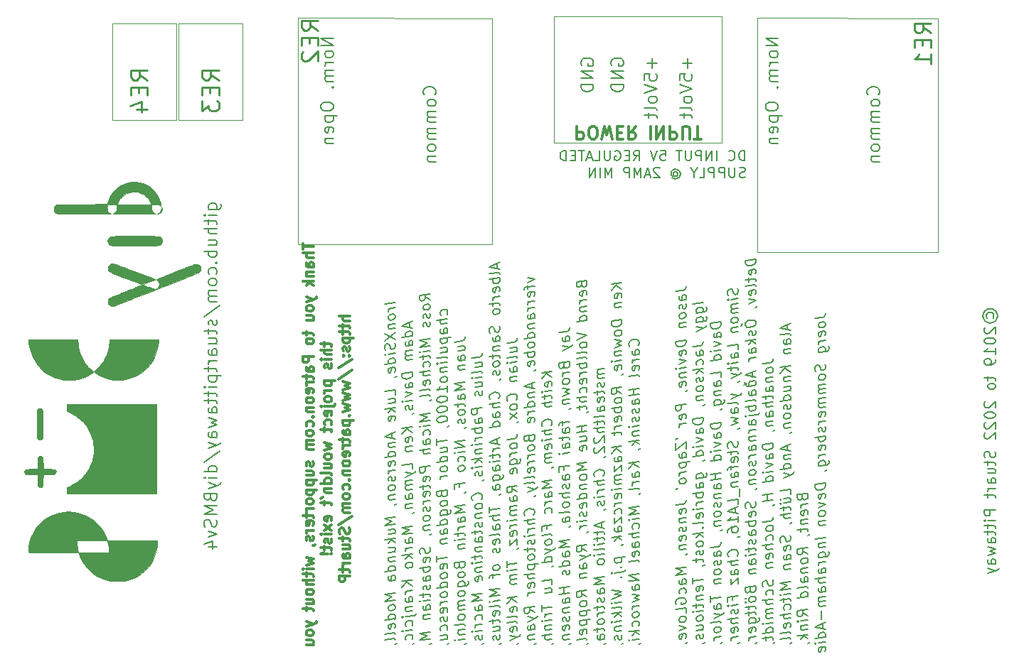
<source format=gbo>
G04 #@! TF.GenerationSoftware,KiCad,Pcbnew,5.1.9+dfsg1-1~bpo10+1*
G04 #@! TF.CreationDate,2022-06-22T11:20:56+00:00*
G04 #@! TF.ProjectId,ControllerCircuit,436f6e74-726f-46c6-9c65-724369726375,rev?*
G04 #@! TF.SameCoordinates,Original*
G04 #@! TF.FileFunction,Legend,Bot*
G04 #@! TF.FilePolarity,Positive*
%FSLAX46Y46*%
G04 Gerber Fmt 4.6, Leading zero omitted, Abs format (unit mm)*
G04 Created by KiCad (PCBNEW 5.1.9+dfsg1-1~bpo10+1) date 2022-06-22 11:20:56*
%MOMM*%
%LPD*%
G01*
G04 APERTURE LIST*
%ADD10C,0.200000*%
%ADD11C,0.300000*%
%ADD12C,0.120000*%
%ADD13C,0.250000*%
%ADD14C,0.150000*%
%ADD15C,0.010000*%
G04 APERTURE END LIST*
D10*
X170765476Y-83433482D02*
X171658333Y-83321875D01*
X171836904Y-83240029D01*
X171955952Y-83106101D01*
X172015476Y-82920089D01*
X172015476Y-82801041D01*
X172015476Y-84408184D02*
X171360714Y-84490029D01*
X171241666Y-84445386D01*
X171182142Y-84333779D01*
X171182142Y-84095684D01*
X171241666Y-83969196D01*
X171955952Y-84415625D02*
X172015476Y-84289136D01*
X172015476Y-83991517D01*
X171955952Y-83879910D01*
X171836904Y-83835267D01*
X171717857Y-83850148D01*
X171598809Y-83924553D01*
X171539285Y-84051041D01*
X171539285Y-84348660D01*
X171479761Y-84475148D01*
X171955952Y-84951339D02*
X172015476Y-85062946D01*
X172015476Y-85301041D01*
X171955952Y-85427529D01*
X171836904Y-85501934D01*
X171777380Y-85509375D01*
X171658333Y-85464732D01*
X171598809Y-85353125D01*
X171598809Y-85174553D01*
X171539285Y-85062946D01*
X171420238Y-85018303D01*
X171360714Y-85025744D01*
X171241666Y-85100148D01*
X171182142Y-85226636D01*
X171182142Y-85405208D01*
X171241666Y-85516815D01*
X172015476Y-86193898D02*
X171955952Y-86082291D01*
X171896428Y-86030208D01*
X171777380Y-85985565D01*
X171420238Y-86030208D01*
X171301190Y-86104613D01*
X171241666Y-86171577D01*
X171182142Y-86298065D01*
X171182142Y-86476636D01*
X171241666Y-86588244D01*
X171301190Y-86640327D01*
X171420238Y-86684970D01*
X171777380Y-86640327D01*
X171896428Y-86565922D01*
X171955952Y-86498958D01*
X172015476Y-86372470D01*
X172015476Y-86193898D01*
X171182142Y-87250446D02*
X172015476Y-87146279D01*
X171301190Y-87235565D02*
X171241666Y-87302529D01*
X171182142Y-87429017D01*
X171182142Y-87607589D01*
X171241666Y-87719196D01*
X171360714Y-87763839D01*
X172015476Y-87681994D01*
X172015476Y-89229613D02*
X170765476Y-89385863D01*
X170765476Y-89683482D01*
X170825000Y-89854613D01*
X170944047Y-89958779D01*
X171063095Y-90003422D01*
X171301190Y-90033184D01*
X171479761Y-90010863D01*
X171717857Y-89921577D01*
X171836904Y-89847172D01*
X171955952Y-89713244D01*
X172015476Y-89527232D01*
X172015476Y-89229613D01*
X171955952Y-90963244D02*
X172015476Y-90836755D01*
X172015476Y-90598660D01*
X171955952Y-90487053D01*
X171836904Y-90442410D01*
X171360714Y-90501934D01*
X171241666Y-90576339D01*
X171182142Y-90702827D01*
X171182142Y-90940922D01*
X171241666Y-91052529D01*
X171360714Y-91097172D01*
X171479761Y-91082291D01*
X171598809Y-90472172D01*
X171182142Y-91536160D02*
X172015476Y-91729613D01*
X171182142Y-92131398D01*
X172015476Y-92503422D02*
X171182142Y-92607589D01*
X170765476Y-92659672D02*
X170825000Y-92592708D01*
X170884523Y-92644791D01*
X170825000Y-92711755D01*
X170765476Y-92659672D01*
X170884523Y-92644791D01*
X171182142Y-93202827D02*
X172015476Y-93098660D01*
X171301190Y-93187946D02*
X171241666Y-93254910D01*
X171182142Y-93381398D01*
X171182142Y-93559970D01*
X171241666Y-93671577D01*
X171360714Y-93716220D01*
X172015476Y-93634375D01*
X171955952Y-94713244D02*
X172015476Y-94586755D01*
X172015476Y-94348660D01*
X171955952Y-94237053D01*
X171836904Y-94192410D01*
X171360714Y-94251934D01*
X171241666Y-94326339D01*
X171182142Y-94452827D01*
X171182142Y-94690922D01*
X171241666Y-94802529D01*
X171360714Y-94847172D01*
X171479761Y-94832291D01*
X171598809Y-94222172D01*
X171955952Y-95368005D02*
X172015476Y-95360565D01*
X172134523Y-95286160D01*
X172194047Y-95219196D01*
X172015476Y-96848660D02*
X170765476Y-97004910D01*
X170765476Y-97481101D01*
X170825000Y-97592708D01*
X170884523Y-97644791D01*
X171003571Y-97689434D01*
X171182142Y-97667113D01*
X171301190Y-97592708D01*
X171360714Y-97525744D01*
X171420238Y-97399255D01*
X171420238Y-96923065D01*
X171955952Y-98582291D02*
X172015476Y-98455803D01*
X172015476Y-98217708D01*
X171955952Y-98106101D01*
X171836904Y-98061458D01*
X171360714Y-98120982D01*
X171241666Y-98195386D01*
X171182142Y-98321875D01*
X171182142Y-98559970D01*
X171241666Y-98671577D01*
X171360714Y-98716220D01*
X171479761Y-98701339D01*
X171598809Y-98091220D01*
X172015476Y-99170089D02*
X171182142Y-99274255D01*
X171420238Y-99244494D02*
X171301190Y-99318898D01*
X171241666Y-99385863D01*
X171182142Y-99512351D01*
X171182142Y-99631398D01*
X170765476Y-101112053D02*
X171003571Y-100963244D01*
X170765476Y-101528720D02*
X170765476Y-102362053D01*
X172015476Y-101372470D01*
X172015476Y-102205803D01*
X172015476Y-103217708D02*
X171360714Y-103299553D01*
X171241666Y-103254910D01*
X171182142Y-103143303D01*
X171182142Y-102905208D01*
X171241666Y-102778720D01*
X171955952Y-103225148D02*
X172015476Y-103098660D01*
X172015476Y-102801041D01*
X171955952Y-102689434D01*
X171836904Y-102644791D01*
X171717857Y-102659672D01*
X171598809Y-102734077D01*
X171539285Y-102860565D01*
X171539285Y-103158184D01*
X171479761Y-103284672D01*
X171182142Y-103917113D02*
X172432142Y-103760863D01*
X171241666Y-103909672D02*
X171182142Y-104036160D01*
X171182142Y-104274255D01*
X171241666Y-104385863D01*
X171301190Y-104437946D01*
X171420238Y-104482589D01*
X171777380Y-104437946D01*
X171896428Y-104363541D01*
X171955952Y-104296577D01*
X172015476Y-104170089D01*
X172015476Y-103931994D01*
X171955952Y-103820386D01*
X172015476Y-104943898D02*
X171182142Y-105048065D01*
X171420238Y-105018303D02*
X171301190Y-105092708D01*
X171241666Y-105159672D01*
X171182142Y-105286160D01*
X171182142Y-105405208D01*
X172015476Y-105896279D02*
X171955952Y-105784672D01*
X171896428Y-105732589D01*
X171777380Y-105687946D01*
X171420238Y-105732589D01*
X171301190Y-105806994D01*
X171241666Y-105873958D01*
X171182142Y-106000446D01*
X171182142Y-106179017D01*
X171241666Y-106290625D01*
X171301190Y-106342708D01*
X171420238Y-106387351D01*
X171777380Y-106342708D01*
X171896428Y-106268303D01*
X171955952Y-106201339D01*
X172015476Y-106074851D01*
X172015476Y-105896279D01*
X170765476Y-107064434D02*
X171003571Y-106915625D01*
X170765476Y-108909672D02*
X171658333Y-108798065D01*
X171836904Y-108716220D01*
X171955952Y-108582291D01*
X172015476Y-108396279D01*
X172015476Y-108277232D01*
X171955952Y-109832291D02*
X172015476Y-109705803D01*
X172015476Y-109467708D01*
X171955952Y-109356101D01*
X171836904Y-109311458D01*
X171360714Y-109370982D01*
X171241666Y-109445386D01*
X171182142Y-109571875D01*
X171182142Y-109809970D01*
X171241666Y-109921577D01*
X171360714Y-109966220D01*
X171479761Y-109951339D01*
X171598809Y-109341220D01*
X171182142Y-110524255D02*
X172015476Y-110420089D01*
X171301190Y-110509375D02*
X171241666Y-110576339D01*
X171182142Y-110702827D01*
X171182142Y-110881398D01*
X171241666Y-110993005D01*
X171360714Y-111037648D01*
X172015476Y-110955803D01*
X171955952Y-111498958D02*
X172015476Y-111610565D01*
X172015476Y-111848660D01*
X171955952Y-111975148D01*
X171836904Y-112049553D01*
X171777380Y-112056994D01*
X171658333Y-112012351D01*
X171598809Y-111900744D01*
X171598809Y-111722172D01*
X171539285Y-111610565D01*
X171420238Y-111565922D01*
X171360714Y-111573363D01*
X171241666Y-111647767D01*
X171182142Y-111774255D01*
X171182142Y-111952827D01*
X171241666Y-112064434D01*
X171955952Y-113046577D02*
X172015476Y-112920089D01*
X172015476Y-112681994D01*
X171955952Y-112570386D01*
X171836904Y-112525744D01*
X171360714Y-112585267D01*
X171241666Y-112659672D01*
X171182142Y-112786160D01*
X171182142Y-113024255D01*
X171241666Y-113135863D01*
X171360714Y-113180505D01*
X171479761Y-113165625D01*
X171598809Y-112555505D01*
X171182142Y-113738541D02*
X172015476Y-113634375D01*
X171301190Y-113723660D02*
X171241666Y-113790625D01*
X171182142Y-113917113D01*
X171182142Y-114095684D01*
X171241666Y-114207291D01*
X171360714Y-114251934D01*
X172015476Y-114170089D01*
X171955952Y-114832291D02*
X172015476Y-114824851D01*
X172134523Y-114750446D01*
X172194047Y-114683482D01*
X172015476Y-116312946D02*
X170765476Y-116469196D01*
X171658333Y-116774255D01*
X170765476Y-117302529D01*
X172015476Y-117146279D01*
X172015476Y-118277232D02*
X171360714Y-118359077D01*
X171241666Y-118314434D01*
X171182142Y-118202827D01*
X171182142Y-117964732D01*
X171241666Y-117838244D01*
X171955952Y-118284672D02*
X172015476Y-118158184D01*
X172015476Y-117860565D01*
X171955952Y-117748958D01*
X171836904Y-117704315D01*
X171717857Y-117719196D01*
X171598809Y-117793601D01*
X171539285Y-117920089D01*
X171539285Y-118217708D01*
X171479761Y-118344196D01*
X171955952Y-119415625D02*
X172015476Y-119289136D01*
X172015476Y-119051041D01*
X171955952Y-118939434D01*
X171896428Y-118887351D01*
X171777380Y-118842708D01*
X171420238Y-118887351D01*
X171301190Y-118961755D01*
X171241666Y-119028720D01*
X171182142Y-119155208D01*
X171182142Y-119393303D01*
X171241666Y-119504910D01*
X170825000Y-120747470D02*
X170765476Y-120635863D01*
X170765476Y-120457291D01*
X170825000Y-120271279D01*
X170944047Y-120137351D01*
X171063095Y-120062946D01*
X171301190Y-119973660D01*
X171479761Y-119951339D01*
X171717857Y-119981101D01*
X171836904Y-120025744D01*
X171955952Y-120129910D01*
X172015476Y-120301041D01*
X172015476Y-120420089D01*
X171955952Y-120606101D01*
X171896428Y-120673065D01*
X171479761Y-120725148D01*
X171479761Y-120487053D01*
X172015476Y-121789136D02*
X172015476Y-121193898D01*
X170765476Y-121350148D01*
X172015476Y-122384375D02*
X171955952Y-122272767D01*
X171896428Y-122220684D01*
X171777380Y-122176041D01*
X171420238Y-122220684D01*
X171301190Y-122295089D01*
X171241666Y-122362053D01*
X171182142Y-122488541D01*
X171182142Y-122667113D01*
X171241666Y-122778720D01*
X171301190Y-122830803D01*
X171420238Y-122875446D01*
X171777380Y-122830803D01*
X171896428Y-122756398D01*
X171955952Y-122689434D01*
X172015476Y-122562946D01*
X172015476Y-122384375D01*
X171182142Y-123321875D02*
X172015476Y-123515327D01*
X171182142Y-123917113D01*
X171955952Y-124772767D02*
X172015476Y-124646279D01*
X172015476Y-124408184D01*
X171955952Y-124296577D01*
X171836904Y-124251934D01*
X171360714Y-124311458D01*
X171241666Y-124385863D01*
X171182142Y-124512351D01*
X171182142Y-124750446D01*
X171241666Y-124862053D01*
X171360714Y-124906696D01*
X171479761Y-124891815D01*
X171598809Y-124281696D01*
X171955952Y-125427529D02*
X172015476Y-125420089D01*
X172134523Y-125345684D01*
X172194047Y-125278720D01*
X174090476Y-84765327D02*
X172840476Y-84921577D01*
X173257142Y-86000446D02*
X174269047Y-85873958D01*
X174388095Y-85799553D01*
X174447619Y-85732589D01*
X174507142Y-85606101D01*
X174507142Y-85427529D01*
X174447619Y-85315922D01*
X174030952Y-85903720D02*
X174090476Y-85777232D01*
X174090476Y-85539136D01*
X174030952Y-85427529D01*
X173971428Y-85375446D01*
X173852380Y-85330803D01*
X173495238Y-85375446D01*
X173376190Y-85449851D01*
X173316666Y-85516815D01*
X173257142Y-85643303D01*
X173257142Y-85881398D01*
X173316666Y-85993005D01*
X173257142Y-87131398D02*
X174269047Y-87004910D01*
X174388095Y-86930505D01*
X174447619Y-86863541D01*
X174507142Y-86737053D01*
X174507142Y-86558482D01*
X174447619Y-86446875D01*
X174030952Y-87034672D02*
X174090476Y-86908184D01*
X174090476Y-86670089D01*
X174030952Y-86558482D01*
X173971428Y-86506398D01*
X173852380Y-86461755D01*
X173495238Y-86506398D01*
X173376190Y-86580803D01*
X173316666Y-86647767D01*
X173257142Y-86774255D01*
X173257142Y-87012351D01*
X173316666Y-87123958D01*
X173257142Y-87607589D02*
X174090476Y-87801041D01*
X173257142Y-88202827D02*
X174090476Y-87801041D01*
X174388095Y-87644791D01*
X174447619Y-87577827D01*
X174507142Y-87451339D01*
X172840476Y-90040625D02*
X173733333Y-89929017D01*
X173911904Y-89847172D01*
X174030952Y-89713244D01*
X174090476Y-89527232D01*
X174090476Y-89408184D01*
X174090476Y-91015327D02*
X173435714Y-91097172D01*
X173316666Y-91052529D01*
X173257142Y-90940922D01*
X173257142Y-90702827D01*
X173316666Y-90576339D01*
X174030952Y-91022767D02*
X174090476Y-90896279D01*
X174090476Y-90598660D01*
X174030952Y-90487053D01*
X173911904Y-90442410D01*
X173792857Y-90457291D01*
X173673809Y-90531696D01*
X173614285Y-90658184D01*
X173614285Y-90955803D01*
X173554761Y-91082291D01*
X174030952Y-92153720D02*
X174090476Y-92027232D01*
X174090476Y-91789136D01*
X174030952Y-91677529D01*
X173971428Y-91625446D01*
X173852380Y-91580803D01*
X173495238Y-91625446D01*
X173376190Y-91699851D01*
X173316666Y-91766815D01*
X173257142Y-91893303D01*
X173257142Y-92131398D01*
X173316666Y-92243005D01*
X174090476Y-92681994D02*
X172840476Y-92838244D01*
X173614285Y-92860565D02*
X174090476Y-93158184D01*
X173257142Y-93262351D02*
X173733333Y-92726636D01*
X174030952Y-93641815D02*
X174090476Y-93753422D01*
X174090476Y-93991517D01*
X174030952Y-94118005D01*
X173911904Y-94192410D01*
X173852380Y-94199851D01*
X173733333Y-94155208D01*
X173673809Y-94043601D01*
X173673809Y-93865029D01*
X173614285Y-93753422D01*
X173495238Y-93708779D01*
X173435714Y-93716220D01*
X173316666Y-93790625D01*
X173257142Y-93917113D01*
X173257142Y-94095684D01*
X173316666Y-94207291D01*
X174090476Y-94884375D02*
X174030952Y-94772767D01*
X173971428Y-94720684D01*
X173852380Y-94676041D01*
X173495238Y-94720684D01*
X173376190Y-94795089D01*
X173316666Y-94862053D01*
X173257142Y-94988541D01*
X173257142Y-95167113D01*
X173316666Y-95278720D01*
X173376190Y-95330803D01*
X173495238Y-95375446D01*
X173852380Y-95330803D01*
X173971428Y-95256398D01*
X174030952Y-95189434D01*
X174090476Y-95062946D01*
X174090476Y-94884375D01*
X173257142Y-95940922D02*
X174090476Y-95836755D01*
X173376190Y-95926041D02*
X173316666Y-95993005D01*
X173257142Y-96119494D01*
X173257142Y-96298065D01*
X173316666Y-96409672D01*
X173435714Y-96454315D01*
X174090476Y-96372470D01*
X174030952Y-97034672D02*
X174090476Y-97027232D01*
X174209523Y-96952827D01*
X174269047Y-96885863D01*
X174090476Y-98515327D02*
X172840476Y-98671577D01*
X172840476Y-98969196D01*
X172900000Y-99140327D01*
X173019047Y-99244494D01*
X173138095Y-99289136D01*
X173376190Y-99318898D01*
X173554761Y-99296577D01*
X173792857Y-99207291D01*
X173911904Y-99132886D01*
X174030952Y-98998958D01*
X174090476Y-98812946D01*
X174090476Y-98515327D01*
X174090476Y-100301041D02*
X173435714Y-100382886D01*
X173316666Y-100338244D01*
X173257142Y-100226636D01*
X173257142Y-99988541D01*
X173316666Y-99862053D01*
X174030952Y-100308482D02*
X174090476Y-100181994D01*
X174090476Y-99884375D01*
X174030952Y-99772767D01*
X173911904Y-99728125D01*
X173792857Y-99743005D01*
X173673809Y-99817410D01*
X173614285Y-99943898D01*
X173614285Y-100241517D01*
X173554761Y-100368005D01*
X173257142Y-100881398D02*
X174090476Y-101074851D01*
X173257142Y-101476636D01*
X174090476Y-101848660D02*
X173257142Y-101952827D01*
X172840476Y-102004910D02*
X172900000Y-101937946D01*
X172959523Y-101990029D01*
X172900000Y-102056994D01*
X172840476Y-102004910D01*
X172959523Y-101990029D01*
X174090476Y-102979613D02*
X172840476Y-103135863D01*
X174030952Y-102987053D02*
X174090476Y-102860565D01*
X174090476Y-102622470D01*
X174030952Y-102510863D01*
X173971428Y-102458779D01*
X173852380Y-102414136D01*
X173495238Y-102458779D01*
X173376190Y-102533184D01*
X173316666Y-102600148D01*
X173257142Y-102726636D01*
X173257142Y-102964732D01*
X173316666Y-103076339D01*
X174030952Y-103641815D02*
X174090476Y-103634375D01*
X174209523Y-103559970D01*
X174269047Y-103493005D01*
X173257142Y-105762351D02*
X174269047Y-105635863D01*
X174388095Y-105561458D01*
X174447619Y-105494494D01*
X174507142Y-105368005D01*
X174507142Y-105189434D01*
X174447619Y-105077827D01*
X174030952Y-105665625D02*
X174090476Y-105539136D01*
X174090476Y-105301041D01*
X174030952Y-105189434D01*
X173971428Y-105137351D01*
X173852380Y-105092708D01*
X173495238Y-105137351D01*
X173376190Y-105211755D01*
X173316666Y-105278720D01*
X173257142Y-105405208D01*
X173257142Y-105643303D01*
X173316666Y-105754910D01*
X174090476Y-106789136D02*
X173435714Y-106870982D01*
X173316666Y-106826339D01*
X173257142Y-106714732D01*
X173257142Y-106476636D01*
X173316666Y-106350148D01*
X174030952Y-106796577D02*
X174090476Y-106670089D01*
X174090476Y-106372470D01*
X174030952Y-106260863D01*
X173911904Y-106216220D01*
X173792857Y-106231101D01*
X173673809Y-106305505D01*
X173614285Y-106431994D01*
X173614285Y-106729613D01*
X173554761Y-106856101D01*
X174090476Y-107384375D02*
X172840476Y-107540625D01*
X173316666Y-107481101D02*
X173257142Y-107607589D01*
X173257142Y-107845684D01*
X173316666Y-107957291D01*
X173376190Y-108009375D01*
X173495238Y-108054017D01*
X173852380Y-108009375D01*
X173971428Y-107934970D01*
X174030952Y-107868005D01*
X174090476Y-107741517D01*
X174090476Y-107503422D01*
X174030952Y-107391815D01*
X174090476Y-108515327D02*
X173257142Y-108619494D01*
X173495238Y-108589732D02*
X173376190Y-108664136D01*
X173316666Y-108731101D01*
X173257142Y-108857589D01*
X173257142Y-108976636D01*
X174090476Y-109289136D02*
X173257142Y-109393303D01*
X172840476Y-109445386D02*
X172900000Y-109378422D01*
X172959523Y-109430505D01*
X172900000Y-109497470D01*
X172840476Y-109445386D01*
X172959523Y-109430505D01*
X174030952Y-110368005D02*
X174090476Y-110241517D01*
X174090476Y-110003422D01*
X174030952Y-109891815D01*
X173911904Y-109847172D01*
X173435714Y-109906696D01*
X173316666Y-109981101D01*
X173257142Y-110107589D01*
X173257142Y-110345684D01*
X173316666Y-110457291D01*
X173435714Y-110501934D01*
X173554761Y-110487053D01*
X173673809Y-109876934D01*
X174090476Y-111134375D02*
X174030952Y-111022767D01*
X173911904Y-110978125D01*
X172840476Y-111112053D01*
X173971428Y-111625446D02*
X174030952Y-111677529D01*
X174090476Y-111610565D01*
X174030952Y-111558482D01*
X173971428Y-111625446D01*
X174090476Y-111610565D01*
X174090476Y-112205803D02*
X172840476Y-112362053D01*
X173614285Y-112384375D02*
X174090476Y-112681994D01*
X173257142Y-112786160D02*
X173733333Y-112250446D01*
X174090476Y-113396279D02*
X174030952Y-113284672D01*
X173971428Y-113232589D01*
X173852380Y-113187946D01*
X173495238Y-113232589D01*
X173376190Y-113306994D01*
X173316666Y-113373958D01*
X173257142Y-113500446D01*
X173257142Y-113679017D01*
X173316666Y-113790625D01*
X173376190Y-113842708D01*
X173495238Y-113887351D01*
X173852380Y-113842708D01*
X173971428Y-113768303D01*
X174030952Y-113701339D01*
X174090476Y-113574851D01*
X174090476Y-113396279D01*
X174030952Y-114296577D02*
X174090476Y-114408184D01*
X174090476Y-114646279D01*
X174030952Y-114772767D01*
X173911904Y-114847172D01*
X173852380Y-114854613D01*
X173733333Y-114809970D01*
X173673809Y-114698363D01*
X173673809Y-114519791D01*
X173614285Y-114408184D01*
X173495238Y-114363541D01*
X173435714Y-114370982D01*
X173316666Y-114445386D01*
X173257142Y-114571875D01*
X173257142Y-114750446D01*
X173316666Y-114862053D01*
X173257142Y-115286160D02*
X173257142Y-115762351D01*
X172840476Y-115516815D02*
X173911904Y-115382886D01*
X174030952Y-115427529D01*
X174090476Y-115539136D01*
X174090476Y-115658184D01*
X174030952Y-116141815D02*
X174090476Y-116134375D01*
X174209523Y-116059970D01*
X174269047Y-115993005D01*
X172840476Y-117600148D02*
X172840476Y-118314434D01*
X174090476Y-117801041D02*
X172840476Y-117957291D01*
X174030952Y-119058482D02*
X174090476Y-118931994D01*
X174090476Y-118693898D01*
X174030952Y-118582291D01*
X173911904Y-118537648D01*
X173435714Y-118597172D01*
X173316666Y-118671577D01*
X173257142Y-118798065D01*
X173257142Y-119036160D01*
X173316666Y-119147767D01*
X173435714Y-119192410D01*
X173554761Y-119177529D01*
X173673809Y-118567410D01*
X173257142Y-119750446D02*
X174090476Y-119646279D01*
X173376190Y-119735565D02*
X173316666Y-119802529D01*
X173257142Y-119929017D01*
X173257142Y-120107589D01*
X173316666Y-120219196D01*
X173435714Y-120263839D01*
X174090476Y-120181994D01*
X173257142Y-120702827D02*
X173257142Y-121179017D01*
X172840476Y-120933482D02*
X173911904Y-120799553D01*
X174030952Y-120844196D01*
X174090476Y-120955803D01*
X174090476Y-121074851D01*
X174090476Y-121491517D02*
X173257142Y-121595684D01*
X172840476Y-121647767D02*
X172900000Y-121580803D01*
X172959523Y-121632886D01*
X172900000Y-121699851D01*
X172840476Y-121647767D01*
X172959523Y-121632886D01*
X174090476Y-122265327D02*
X174030952Y-122153720D01*
X173971428Y-122101636D01*
X173852380Y-122056994D01*
X173495238Y-122101636D01*
X173376190Y-122176041D01*
X173316666Y-122243005D01*
X173257142Y-122369494D01*
X173257142Y-122548065D01*
X173316666Y-122659672D01*
X173376190Y-122711755D01*
X173495238Y-122756398D01*
X173852380Y-122711755D01*
X173971428Y-122637351D01*
X174030952Y-122570386D01*
X174090476Y-122443898D01*
X174090476Y-122265327D01*
X173257142Y-123857589D02*
X174090476Y-123753422D01*
X173257142Y-123321875D02*
X173911904Y-123240029D01*
X174030952Y-123284672D01*
X174090476Y-123396279D01*
X174090476Y-123574851D01*
X174030952Y-123701339D01*
X173971428Y-123768303D01*
X174030952Y-124296577D02*
X174090476Y-124408184D01*
X174090476Y-124646279D01*
X174030952Y-124772767D01*
X173911904Y-124847172D01*
X173852380Y-124854613D01*
X173733333Y-124809970D01*
X173673809Y-124698363D01*
X173673809Y-124519791D01*
X173614285Y-124408184D01*
X173495238Y-124363541D01*
X173435714Y-124370982D01*
X173316666Y-124445386D01*
X173257142Y-124571875D01*
X173257142Y-124750446D01*
X173316666Y-124862053D01*
X174030952Y-125427529D02*
X174090476Y-125420089D01*
X174209523Y-125345684D01*
X174269047Y-125278720D01*
X176165476Y-87086755D02*
X174915476Y-87243005D01*
X174915476Y-87540625D01*
X174975000Y-87711755D01*
X175094047Y-87815922D01*
X175213095Y-87860565D01*
X175451190Y-87890327D01*
X175629761Y-87868005D01*
X175867857Y-87778720D01*
X175986904Y-87704315D01*
X176105952Y-87570386D01*
X176165476Y-87384375D01*
X176165476Y-87086755D01*
X176165476Y-88872470D02*
X175510714Y-88954315D01*
X175391666Y-88909672D01*
X175332142Y-88798065D01*
X175332142Y-88559970D01*
X175391666Y-88433482D01*
X176105952Y-88879910D02*
X176165476Y-88753422D01*
X176165476Y-88455803D01*
X176105952Y-88344196D01*
X175986904Y-88299553D01*
X175867857Y-88314434D01*
X175748809Y-88388839D01*
X175689285Y-88515327D01*
X175689285Y-88812946D01*
X175629761Y-88939434D01*
X175332142Y-89452827D02*
X176165476Y-89646279D01*
X175332142Y-90048065D01*
X176165476Y-90420089D02*
X175332142Y-90524255D01*
X174915476Y-90576339D02*
X174975000Y-90509375D01*
X175034523Y-90561458D01*
X174975000Y-90628422D01*
X174915476Y-90576339D01*
X175034523Y-90561458D01*
X176165476Y-91551041D02*
X174915476Y-91707291D01*
X176105952Y-91558482D02*
X176165476Y-91431994D01*
X176165476Y-91193898D01*
X176105952Y-91082291D01*
X176046428Y-91030208D01*
X175927380Y-90985565D01*
X175570238Y-91030208D01*
X175451190Y-91104613D01*
X175391666Y-91171577D01*
X175332142Y-91298065D01*
X175332142Y-91536160D01*
X175391666Y-91647767D01*
X176165476Y-93693898D02*
X176165476Y-93098660D01*
X174915476Y-93254910D01*
X176165476Y-94646279D02*
X175510714Y-94728125D01*
X175391666Y-94683482D01*
X175332142Y-94571875D01*
X175332142Y-94333779D01*
X175391666Y-94207291D01*
X176105952Y-94653720D02*
X176165476Y-94527232D01*
X176165476Y-94229613D01*
X176105952Y-94118005D01*
X175986904Y-94073363D01*
X175867857Y-94088244D01*
X175748809Y-94162648D01*
X175689285Y-94289136D01*
X175689285Y-94586755D01*
X175629761Y-94713244D01*
X175332142Y-95345684D02*
X176165476Y-95241517D01*
X175451190Y-95330803D02*
X175391666Y-95397767D01*
X175332142Y-95524255D01*
X175332142Y-95702827D01*
X175391666Y-95814434D01*
X175510714Y-95859077D01*
X176165476Y-95777232D01*
X175332142Y-97012351D02*
X176344047Y-96885863D01*
X176463095Y-96811458D01*
X176522619Y-96744494D01*
X176582142Y-96618005D01*
X176582142Y-96439434D01*
X176522619Y-96327827D01*
X176105952Y-96915625D02*
X176165476Y-96789136D01*
X176165476Y-96551041D01*
X176105952Y-96439434D01*
X176046428Y-96387351D01*
X175927380Y-96342708D01*
X175570238Y-96387351D01*
X175451190Y-96461755D01*
X175391666Y-96528720D01*
X175332142Y-96655208D01*
X175332142Y-96893303D01*
X175391666Y-97004910D01*
X176105952Y-97570386D02*
X176165476Y-97562946D01*
X176284523Y-97488541D01*
X176344047Y-97421577D01*
X176165476Y-99051041D02*
X174915476Y-99207291D01*
X174915476Y-99504910D01*
X174975000Y-99676041D01*
X175094047Y-99780208D01*
X175213095Y-99824851D01*
X175451190Y-99854613D01*
X175629761Y-99832291D01*
X175867857Y-99743005D01*
X175986904Y-99668601D01*
X176105952Y-99534672D01*
X176165476Y-99348660D01*
X176165476Y-99051041D01*
X176165476Y-100836755D02*
X175510714Y-100918601D01*
X175391666Y-100873958D01*
X175332142Y-100762351D01*
X175332142Y-100524255D01*
X175391666Y-100397767D01*
X176105952Y-100844196D02*
X176165476Y-100717708D01*
X176165476Y-100420089D01*
X176105952Y-100308482D01*
X175986904Y-100263839D01*
X175867857Y-100278720D01*
X175748809Y-100353125D01*
X175689285Y-100479613D01*
X175689285Y-100777232D01*
X175629761Y-100903720D01*
X175332142Y-101417113D02*
X176165476Y-101610565D01*
X175332142Y-102012351D01*
X176165476Y-102384375D02*
X175332142Y-102488541D01*
X174915476Y-102540625D02*
X174975000Y-102473660D01*
X175034523Y-102525744D01*
X174975000Y-102592708D01*
X174915476Y-102540625D01*
X175034523Y-102525744D01*
X176165476Y-103515327D02*
X174915476Y-103671577D01*
X176105952Y-103522767D02*
X176165476Y-103396279D01*
X176165476Y-103158184D01*
X176105952Y-103046577D01*
X176046428Y-102994494D01*
X175927380Y-102949851D01*
X175570238Y-102994494D01*
X175451190Y-103068898D01*
X175391666Y-103135863D01*
X175332142Y-103262351D01*
X175332142Y-103500446D01*
X175391666Y-103612053D01*
X176165476Y-105062946D02*
X174915476Y-105219196D01*
X175510714Y-105144791D02*
X175510714Y-105859077D01*
X176165476Y-105777232D02*
X174915476Y-105933482D01*
X176165476Y-106908184D02*
X175510714Y-106990029D01*
X175391666Y-106945386D01*
X175332142Y-106833779D01*
X175332142Y-106595684D01*
X175391666Y-106469196D01*
X176105952Y-106915625D02*
X176165476Y-106789136D01*
X176165476Y-106491517D01*
X176105952Y-106379910D01*
X175986904Y-106335267D01*
X175867857Y-106350148D01*
X175748809Y-106424553D01*
X175689285Y-106551041D01*
X175689285Y-106848660D01*
X175629761Y-106975148D01*
X175332142Y-107607589D02*
X176165476Y-107503422D01*
X175451190Y-107592708D02*
X175391666Y-107659672D01*
X175332142Y-107786160D01*
X175332142Y-107964732D01*
X175391666Y-108076339D01*
X175510714Y-108120982D01*
X176165476Y-108039136D01*
X176105952Y-108582291D02*
X176165476Y-108693898D01*
X176165476Y-108931994D01*
X176105952Y-109058482D01*
X175986904Y-109132886D01*
X175927380Y-109140327D01*
X175808333Y-109095684D01*
X175748809Y-108984077D01*
X175748809Y-108805505D01*
X175689285Y-108693898D01*
X175570238Y-108649255D01*
X175510714Y-108656696D01*
X175391666Y-108731101D01*
X175332142Y-108857589D01*
X175332142Y-109036160D01*
X175391666Y-109147767D01*
X176165476Y-109824851D02*
X176105952Y-109713244D01*
X176046428Y-109661160D01*
X175927380Y-109616517D01*
X175570238Y-109661160D01*
X175451190Y-109735565D01*
X175391666Y-109802529D01*
X175332142Y-109929017D01*
X175332142Y-110107589D01*
X175391666Y-110219196D01*
X175451190Y-110271279D01*
X175570238Y-110315922D01*
X175927380Y-110271279D01*
X176046428Y-110196875D01*
X176105952Y-110129910D01*
X176165476Y-110003422D01*
X176165476Y-109824851D01*
X175332142Y-110881398D02*
X176165476Y-110777232D01*
X175451190Y-110866517D02*
X175391666Y-110933482D01*
X175332142Y-111059970D01*
X175332142Y-111238541D01*
X175391666Y-111350148D01*
X175510714Y-111394791D01*
X176165476Y-111312946D01*
X176105952Y-111975148D02*
X176165476Y-111967708D01*
X176284523Y-111893303D01*
X176344047Y-111826339D01*
X174915476Y-113969196D02*
X175808333Y-113857589D01*
X175986904Y-113775744D01*
X176105952Y-113641815D01*
X176165476Y-113455803D01*
X176165476Y-113336755D01*
X176165476Y-114943898D02*
X175510714Y-115025744D01*
X175391666Y-114981101D01*
X175332142Y-114869494D01*
X175332142Y-114631398D01*
X175391666Y-114504910D01*
X176105952Y-114951339D02*
X176165476Y-114824851D01*
X176165476Y-114527232D01*
X176105952Y-114415625D01*
X175986904Y-114370982D01*
X175867857Y-114385863D01*
X175748809Y-114460267D01*
X175689285Y-114586755D01*
X175689285Y-114884375D01*
X175629761Y-115010863D01*
X176105952Y-115487053D02*
X176165476Y-115598660D01*
X176165476Y-115836755D01*
X176105952Y-115963244D01*
X175986904Y-116037648D01*
X175927380Y-116045089D01*
X175808333Y-116000446D01*
X175748809Y-115888839D01*
X175748809Y-115710267D01*
X175689285Y-115598660D01*
X175570238Y-115554017D01*
X175510714Y-115561458D01*
X175391666Y-115635863D01*
X175332142Y-115762351D01*
X175332142Y-115940922D01*
X175391666Y-116052529D01*
X176165476Y-116729613D02*
X176105952Y-116618005D01*
X176046428Y-116565922D01*
X175927380Y-116521279D01*
X175570238Y-116565922D01*
X175451190Y-116640327D01*
X175391666Y-116707291D01*
X175332142Y-116833779D01*
X175332142Y-117012351D01*
X175391666Y-117123958D01*
X175451190Y-117176041D01*
X175570238Y-117220684D01*
X175927380Y-117176041D01*
X176046428Y-117101636D01*
X176105952Y-117034672D01*
X176165476Y-116908184D01*
X176165476Y-116729613D01*
X175332142Y-117786160D02*
X176165476Y-117681994D01*
X175451190Y-117771279D02*
X175391666Y-117838244D01*
X175332142Y-117964732D01*
X175332142Y-118143303D01*
X175391666Y-118254910D01*
X175510714Y-118299553D01*
X176165476Y-118217708D01*
X174915476Y-119743005D02*
X174915476Y-120457291D01*
X176165476Y-119943898D02*
X174915476Y-120100148D01*
X176165476Y-121253422D02*
X175510714Y-121335267D01*
X175391666Y-121290625D01*
X175332142Y-121179017D01*
X175332142Y-120940922D01*
X175391666Y-120814434D01*
X176105952Y-121260863D02*
X176165476Y-121134375D01*
X176165476Y-120836755D01*
X176105952Y-120725148D01*
X175986904Y-120680505D01*
X175867857Y-120695386D01*
X175748809Y-120769791D01*
X175689285Y-120896279D01*
X175689285Y-121193898D01*
X175629761Y-121320386D01*
X175332142Y-121833779D02*
X176165476Y-122027232D01*
X175332142Y-122429017D02*
X176165476Y-122027232D01*
X176463095Y-121870982D01*
X176522619Y-121804017D01*
X176582142Y-121677529D01*
X176165476Y-122979613D02*
X176105952Y-122868005D01*
X175986904Y-122823363D01*
X174915476Y-122957291D01*
X176165476Y-123634375D02*
X176105952Y-123522767D01*
X176046428Y-123470684D01*
X175927380Y-123426041D01*
X175570238Y-123470684D01*
X175451190Y-123545089D01*
X175391666Y-123612053D01*
X175332142Y-123738541D01*
X175332142Y-123917113D01*
X175391666Y-124028720D01*
X175451190Y-124080803D01*
X175570238Y-124125446D01*
X175927380Y-124080803D01*
X176046428Y-124006398D01*
X176105952Y-123939434D01*
X176165476Y-123812946D01*
X176165476Y-123634375D01*
X176165476Y-124586755D02*
X175332142Y-124690922D01*
X175570238Y-124661160D02*
X175451190Y-124735565D01*
X175391666Y-124802529D01*
X175332142Y-124929017D01*
X175332142Y-125048065D01*
X176105952Y-125427529D02*
X176165476Y-125420089D01*
X176284523Y-125345684D01*
X176344047Y-125278720D01*
X178180952Y-83046577D02*
X178240476Y-83217708D01*
X178240476Y-83515327D01*
X178180952Y-83641815D01*
X178121428Y-83708779D01*
X178002380Y-83783184D01*
X177883333Y-83798065D01*
X177764285Y-83753422D01*
X177704761Y-83701339D01*
X177645238Y-83589732D01*
X177585714Y-83359077D01*
X177526190Y-83247470D01*
X177466666Y-83195386D01*
X177347619Y-83150744D01*
X177228571Y-83165625D01*
X177109523Y-83240029D01*
X177050000Y-83306994D01*
X176990476Y-83433482D01*
X176990476Y-83731101D01*
X177050000Y-83902232D01*
X178240476Y-84289136D02*
X177407142Y-84393303D01*
X176990476Y-84445386D02*
X177050000Y-84378422D01*
X177109523Y-84430505D01*
X177050000Y-84497470D01*
X176990476Y-84445386D01*
X177109523Y-84430505D01*
X178240476Y-84884375D02*
X177407142Y-84988541D01*
X177526190Y-84973660D02*
X177466666Y-85040625D01*
X177407142Y-85167113D01*
X177407142Y-85345684D01*
X177466666Y-85457291D01*
X177585714Y-85501934D01*
X178240476Y-85420089D01*
X177585714Y-85501934D02*
X177466666Y-85576339D01*
X177407142Y-85702827D01*
X177407142Y-85881398D01*
X177466666Y-85993005D01*
X177585714Y-86037648D01*
X178240476Y-85955803D01*
X178240476Y-86729613D02*
X178180952Y-86618005D01*
X178121428Y-86565922D01*
X178002380Y-86521279D01*
X177645238Y-86565922D01*
X177526190Y-86640327D01*
X177466666Y-86707291D01*
X177407142Y-86833779D01*
X177407142Y-87012351D01*
X177466666Y-87123958D01*
X177526190Y-87176041D01*
X177645238Y-87220684D01*
X178002380Y-87176041D01*
X178121428Y-87101636D01*
X178180952Y-87034672D01*
X178240476Y-86908184D01*
X178240476Y-86729613D01*
X177407142Y-87786160D02*
X178240476Y-87681994D01*
X177526190Y-87771279D02*
X177466666Y-87838244D01*
X177407142Y-87964732D01*
X177407142Y-88143303D01*
X177466666Y-88254910D01*
X177585714Y-88299553D01*
X178240476Y-88217708D01*
X178240476Y-90360565D02*
X178240476Y-89765327D01*
X176990476Y-89921577D01*
X178240476Y-91312946D02*
X177585714Y-91394791D01*
X177466666Y-91350148D01*
X177407142Y-91238541D01*
X177407142Y-91000446D01*
X177466666Y-90873958D01*
X178180952Y-91320386D02*
X178240476Y-91193898D01*
X178240476Y-90896279D01*
X178180952Y-90784672D01*
X178061904Y-90740029D01*
X177942857Y-90754910D01*
X177823809Y-90829315D01*
X177764285Y-90955803D01*
X177764285Y-91253422D01*
X177704761Y-91379910D01*
X178240476Y-91908184D02*
X177407142Y-92012351D01*
X176990476Y-92064434D02*
X177050000Y-91997470D01*
X177109523Y-92049553D01*
X177050000Y-92116517D01*
X176990476Y-92064434D01*
X177109523Y-92049553D01*
X177407142Y-92429017D02*
X177407142Y-92905208D01*
X176990476Y-92659672D02*
X178061904Y-92525744D01*
X178180952Y-92570386D01*
X178240476Y-92681994D01*
X178240476Y-92801041D01*
X177407142Y-93202827D02*
X178240476Y-93396279D01*
X177407142Y-93798065D02*
X178240476Y-93396279D01*
X178538095Y-93240029D01*
X178597619Y-93173065D01*
X178657142Y-93046577D01*
X178180952Y-94237053D02*
X178240476Y-94229613D01*
X178359523Y-94155208D01*
X178419047Y-94088244D01*
X177407142Y-95702827D02*
X178240476Y-95896279D01*
X177407142Y-96298065D02*
X178240476Y-95896279D01*
X178538095Y-95740029D01*
X178597619Y-95673065D01*
X178657142Y-95546577D01*
X178240476Y-96848660D02*
X178180952Y-96737053D01*
X178061904Y-96692410D01*
X176990476Y-96826339D01*
X178240476Y-97860565D02*
X177585714Y-97942410D01*
X177466666Y-97897767D01*
X177407142Y-97786160D01*
X177407142Y-97548065D01*
X177466666Y-97421577D01*
X178180952Y-97868005D02*
X178240476Y-97741517D01*
X178240476Y-97443898D01*
X178180952Y-97332291D01*
X178061904Y-97287648D01*
X177942857Y-97302529D01*
X177823809Y-97376934D01*
X177764285Y-97503422D01*
X177764285Y-97801041D01*
X177704761Y-97927529D01*
X177407142Y-98440922D02*
X178240476Y-98574851D01*
X177645238Y-98887351D01*
X178240476Y-99051041D01*
X177407142Y-99393303D01*
X178180952Y-99832291D02*
X178240476Y-99824851D01*
X178359523Y-99750446D01*
X178419047Y-99683482D01*
X178180952Y-101260863D02*
X178240476Y-101431994D01*
X178240476Y-101729613D01*
X178180952Y-101856101D01*
X178121428Y-101923065D01*
X178002380Y-101997470D01*
X177883333Y-102012351D01*
X177764285Y-101967708D01*
X177704761Y-101915625D01*
X177645238Y-101804017D01*
X177585714Y-101573363D01*
X177526190Y-101461755D01*
X177466666Y-101409672D01*
X177347619Y-101365029D01*
X177228571Y-101379910D01*
X177109523Y-101454315D01*
X177050000Y-101521279D01*
X176990476Y-101647767D01*
X176990476Y-101945386D01*
X177050000Y-102116517D01*
X177407142Y-102429017D02*
X177407142Y-102905208D01*
X176990476Y-102659672D02*
X178061904Y-102525744D01*
X178180952Y-102570386D01*
X178240476Y-102681994D01*
X178240476Y-102801041D01*
X178180952Y-103701339D02*
X178240476Y-103574851D01*
X178240476Y-103336755D01*
X178180952Y-103225148D01*
X178061904Y-103180505D01*
X177585714Y-103240029D01*
X177466666Y-103314434D01*
X177407142Y-103440922D01*
X177407142Y-103679017D01*
X177466666Y-103790625D01*
X177585714Y-103835267D01*
X177704761Y-103820386D01*
X177823809Y-103210267D01*
X177407142Y-104214732D02*
X177407142Y-104690922D01*
X178240476Y-104289136D02*
X177169047Y-104423065D01*
X177050000Y-104497470D01*
X176990476Y-104623958D01*
X176990476Y-104743005D01*
X178240476Y-105539136D02*
X177585714Y-105620982D01*
X177466666Y-105576339D01*
X177407142Y-105464732D01*
X177407142Y-105226636D01*
X177466666Y-105100148D01*
X178180952Y-105546577D02*
X178240476Y-105420089D01*
X178240476Y-105122470D01*
X178180952Y-105010863D01*
X178061904Y-104966220D01*
X177942857Y-104981101D01*
X177823809Y-105055505D01*
X177764285Y-105181994D01*
X177764285Y-105479613D01*
X177704761Y-105606101D01*
X177407142Y-106238541D02*
X178240476Y-106134375D01*
X177526190Y-106223660D02*
X177466666Y-106290625D01*
X177407142Y-106417113D01*
X177407142Y-106595684D01*
X177466666Y-106707291D01*
X177585714Y-106751934D01*
X178240476Y-106670089D01*
X178359523Y-106952827D02*
X178359523Y-107905208D01*
X178240476Y-108812946D02*
X178240476Y-108217708D01*
X176990476Y-108373958D01*
X177883333Y-109214732D02*
X177883333Y-109809970D01*
X178240476Y-109051041D02*
X176990476Y-109623958D01*
X178240476Y-109884374D01*
X178240476Y-110955803D02*
X178240476Y-110241517D01*
X178240476Y-110598660D02*
X176990476Y-110754910D01*
X177169047Y-110613541D01*
X177288095Y-110479613D01*
X177347619Y-110353124D01*
X176990476Y-112183482D02*
X176990476Y-111945386D01*
X177050000Y-111818898D01*
X177109523Y-111751934D01*
X177288095Y-111610565D01*
X177526190Y-111521279D01*
X178002380Y-111461755D01*
X178121428Y-111506398D01*
X178180952Y-111558482D01*
X178240476Y-111670089D01*
X178240476Y-111908184D01*
X178180952Y-112034672D01*
X178121428Y-112101636D01*
X178002380Y-112176041D01*
X177704761Y-112213244D01*
X177585714Y-112168601D01*
X177526190Y-112116517D01*
X177466666Y-112004910D01*
X177466666Y-111766815D01*
X177526190Y-111640327D01*
X177585714Y-111573363D01*
X177704761Y-111498958D01*
X178180952Y-112748958D02*
X178240476Y-112741517D01*
X178359523Y-112667113D01*
X178419047Y-112600148D01*
X178121428Y-114958779D02*
X178180952Y-114891815D01*
X178240476Y-114705803D01*
X178240476Y-114586755D01*
X178180952Y-114415624D01*
X178061904Y-114311458D01*
X177942857Y-114266815D01*
X177704761Y-114237053D01*
X177526190Y-114259374D01*
X177288095Y-114348660D01*
X177169047Y-114423065D01*
X177050000Y-114556994D01*
X176990476Y-114743005D01*
X176990476Y-114862053D01*
X177050000Y-115033184D01*
X177109523Y-115085267D01*
X178240476Y-115479613D02*
X176990476Y-115635863D01*
X178240476Y-116015327D02*
X177585714Y-116097172D01*
X177466666Y-116052529D01*
X177407142Y-115940922D01*
X177407142Y-115762351D01*
X177466666Y-115635863D01*
X177526190Y-115568898D01*
X178240476Y-117146279D02*
X177585714Y-117228124D01*
X177466666Y-117183482D01*
X177407142Y-117071874D01*
X177407142Y-116833779D01*
X177466666Y-116707291D01*
X178180952Y-117153720D02*
X178240476Y-117027232D01*
X178240476Y-116729613D01*
X178180952Y-116618005D01*
X178061904Y-116573363D01*
X177942857Y-116588244D01*
X177823809Y-116662648D01*
X177764285Y-116789136D01*
X177764285Y-117086755D01*
X177704761Y-117213244D01*
X177407142Y-117726636D02*
X177407142Y-118381398D01*
X178240476Y-117622470D01*
X178240476Y-118277232D01*
X177585714Y-120204315D02*
X177585714Y-119787648D01*
X178240476Y-119705803D02*
X176990476Y-119862053D01*
X176990476Y-120457291D01*
X178240476Y-120777232D02*
X177407142Y-120881398D01*
X176990476Y-120933482D02*
X177050000Y-120866517D01*
X177109523Y-120918601D01*
X177050000Y-120985565D01*
X176990476Y-120933482D01*
X177109523Y-120918601D01*
X178180952Y-121320386D02*
X178240476Y-121431994D01*
X178240476Y-121670089D01*
X178180952Y-121796577D01*
X178061904Y-121870982D01*
X178002380Y-121878422D01*
X177883333Y-121833779D01*
X177823809Y-121722172D01*
X177823809Y-121543601D01*
X177764285Y-121431994D01*
X177645238Y-121387351D01*
X177585714Y-121394791D01*
X177466666Y-121469196D01*
X177407142Y-121595684D01*
X177407142Y-121774255D01*
X177466666Y-121885863D01*
X178240476Y-122384374D02*
X176990476Y-122540624D01*
X178240476Y-122920089D02*
X177585714Y-123001934D01*
X177466666Y-122957291D01*
X177407142Y-122845684D01*
X177407142Y-122667113D01*
X177466666Y-122540624D01*
X177526190Y-122473660D01*
X178180952Y-123998958D02*
X178240476Y-123872470D01*
X178240476Y-123634374D01*
X178180952Y-123522767D01*
X178061904Y-123478124D01*
X177585714Y-123537648D01*
X177466666Y-123612053D01*
X177407142Y-123738541D01*
X177407142Y-123976636D01*
X177466666Y-124088244D01*
X177585714Y-124132886D01*
X177704761Y-124118005D01*
X177823809Y-123507886D01*
X178240476Y-124586755D02*
X177407142Y-124690922D01*
X177645238Y-124661160D02*
X177526190Y-124735565D01*
X177466666Y-124802529D01*
X177407142Y-124929017D01*
X177407142Y-125048065D01*
X178180952Y-125427529D02*
X178240476Y-125420089D01*
X178359523Y-125345684D01*
X178419047Y-125278720D01*
X180315476Y-79586755D02*
X179065476Y-79743005D01*
X179065476Y-80040625D01*
X179125000Y-80211755D01*
X179244047Y-80315922D01*
X179363095Y-80360565D01*
X179601190Y-80390327D01*
X179779761Y-80368005D01*
X180017857Y-80278720D01*
X180136904Y-80204315D01*
X180255952Y-80070386D01*
X180315476Y-79884375D01*
X180315476Y-79586755D01*
X180255952Y-81320386D02*
X180315476Y-81193898D01*
X180315476Y-80955803D01*
X180255952Y-80844196D01*
X180136904Y-80799553D01*
X179660714Y-80859077D01*
X179541666Y-80933482D01*
X179482142Y-81059970D01*
X179482142Y-81298065D01*
X179541666Y-81409672D01*
X179660714Y-81454315D01*
X179779761Y-81439434D01*
X179898809Y-80829315D01*
X179482142Y-81833779D02*
X179482142Y-82309970D01*
X179065476Y-82064434D02*
X180136904Y-81930505D01*
X180255952Y-81975148D01*
X180315476Y-82086755D01*
X180315476Y-82205803D01*
X180315476Y-82801041D02*
X180255952Y-82689434D01*
X180136904Y-82644791D01*
X179065476Y-82778720D01*
X180255952Y-83760863D02*
X180315476Y-83634375D01*
X180315476Y-83396279D01*
X180255952Y-83284672D01*
X180136904Y-83240029D01*
X179660714Y-83299553D01*
X179541666Y-83373958D01*
X179482142Y-83500446D01*
X179482142Y-83738541D01*
X179541666Y-83850148D01*
X179660714Y-83894791D01*
X179779761Y-83879910D01*
X179898809Y-83269791D01*
X179482142Y-84333779D02*
X180315476Y-84527232D01*
X179482142Y-84929017D01*
X180255952Y-85368005D02*
X180315476Y-85360565D01*
X180434523Y-85286160D01*
X180494047Y-85219196D01*
X179065476Y-87243005D02*
X179065476Y-87481101D01*
X179125000Y-87592708D01*
X179244047Y-87696875D01*
X179482142Y-87726636D01*
X179898809Y-87674553D01*
X180136904Y-87585267D01*
X180255952Y-87451339D01*
X180315476Y-87324851D01*
X180315476Y-87086755D01*
X180255952Y-86975148D01*
X180136904Y-86870982D01*
X179898809Y-86841220D01*
X179482142Y-86893303D01*
X179244047Y-86982589D01*
X179125000Y-87116517D01*
X179065476Y-87243005D01*
X178589285Y-87540625D02*
X178767857Y-87339732D01*
X180255952Y-88106101D02*
X180315476Y-88217708D01*
X180315476Y-88455803D01*
X180255952Y-88582291D01*
X180136904Y-88656696D01*
X180077380Y-88664136D01*
X179958333Y-88619494D01*
X179898809Y-88507886D01*
X179898809Y-88329315D01*
X179839285Y-88217708D01*
X179720238Y-88173065D01*
X179660714Y-88180505D01*
X179541666Y-88254910D01*
X179482142Y-88381398D01*
X179482142Y-88559970D01*
X179541666Y-88671577D01*
X180315476Y-89170089D02*
X179065476Y-89326339D01*
X179839285Y-89348660D02*
X180315476Y-89646279D01*
X179482142Y-89750446D02*
X179958333Y-89214732D01*
X180315476Y-90717708D02*
X179660714Y-90799553D01*
X179541666Y-90754910D01*
X179482142Y-90643303D01*
X179482142Y-90405208D01*
X179541666Y-90278720D01*
X180255952Y-90725148D02*
X180315476Y-90598660D01*
X180315476Y-90301041D01*
X180255952Y-90189434D01*
X180136904Y-90144791D01*
X180017857Y-90159672D01*
X179898809Y-90234077D01*
X179839285Y-90360565D01*
X179839285Y-90658184D01*
X179779761Y-90784672D01*
X180315476Y-91312946D02*
X179482142Y-91417113D01*
X179720238Y-91387351D02*
X179601190Y-91461755D01*
X179541666Y-91528720D01*
X179482142Y-91655208D01*
X179482142Y-91774255D01*
X179958333Y-93024255D02*
X179958333Y-93619494D01*
X180315476Y-92860565D02*
X179065476Y-93433482D01*
X180315476Y-93693898D01*
X178886904Y-94586755D02*
X179244047Y-94423065D01*
X179541666Y-94743005D02*
X179482142Y-94631398D01*
X179482142Y-94393303D01*
X179541666Y-94266815D01*
X179601190Y-94199851D01*
X179720238Y-94125446D01*
X180136904Y-94073363D01*
X180255952Y-94118005D01*
X180315476Y-94229613D01*
X180315476Y-94467708D01*
X180255952Y-94594196D01*
X180136904Y-94668601D01*
X179422619Y-94757886D01*
X179244047Y-94720684D01*
X179125000Y-94616517D01*
X179065476Y-94504910D01*
X179005952Y-94274255D01*
X180315476Y-95777232D02*
X179660714Y-95859077D01*
X179541666Y-95814434D01*
X179482142Y-95702827D01*
X179482142Y-95464732D01*
X179541666Y-95338244D01*
X180255952Y-95784672D02*
X180315476Y-95658184D01*
X180315476Y-95360565D01*
X180255952Y-95248958D01*
X180136904Y-95204315D01*
X180017857Y-95219196D01*
X179898809Y-95293601D01*
X179839285Y-95420089D01*
X179839285Y-95717708D01*
X179779761Y-95844196D01*
X180315476Y-96551041D02*
X180255952Y-96439434D01*
X180136904Y-96394791D01*
X179065476Y-96528720D01*
X180315476Y-97027232D02*
X179065476Y-97183482D01*
X179541666Y-97123958D02*
X179482142Y-97250446D01*
X179482142Y-97488541D01*
X179541666Y-97600148D01*
X179601190Y-97652232D01*
X179720238Y-97696875D01*
X180077380Y-97652232D01*
X180196428Y-97577827D01*
X180255952Y-97510863D01*
X180315476Y-97384375D01*
X180315476Y-97146279D01*
X180255952Y-97034672D01*
X179482142Y-98262351D02*
X180553571Y-98128422D01*
X180672619Y-98054017D01*
X180732142Y-97927529D01*
X180732142Y-97868005D01*
X179065476Y-98314434D02*
X179125000Y-98247470D01*
X179184523Y-98299553D01*
X179125000Y-98366517D01*
X179065476Y-98314434D01*
X179184523Y-98299553D01*
X180315476Y-99289136D02*
X179660714Y-99370982D01*
X179541666Y-99326339D01*
X179482142Y-99214732D01*
X179482142Y-98976636D01*
X179541666Y-98850148D01*
X180255952Y-99296577D02*
X180315476Y-99170089D01*
X180315476Y-98872470D01*
X180255952Y-98760863D01*
X180136904Y-98716220D01*
X180017857Y-98731101D01*
X179898809Y-98805505D01*
X179839285Y-98931994D01*
X179839285Y-99229613D01*
X179779761Y-99356101D01*
X180315476Y-99884375D02*
X179482142Y-99988541D01*
X179720238Y-99958779D02*
X179601190Y-100033184D01*
X179541666Y-100100148D01*
X179482142Y-100226636D01*
X179482142Y-100345684D01*
X179482142Y-100762351D02*
X180315476Y-100658184D01*
X179601190Y-100747470D02*
X179541666Y-100814434D01*
X179482142Y-100940922D01*
X179482142Y-101119494D01*
X179541666Y-101231101D01*
X179660714Y-101275744D01*
X180315476Y-101193898D01*
X180315476Y-102324851D02*
X179660714Y-102406696D01*
X179541666Y-102362053D01*
X179482142Y-102250446D01*
X179482142Y-102012351D01*
X179541666Y-101885863D01*
X180255952Y-102332291D02*
X180315476Y-102205803D01*
X180315476Y-101908184D01*
X180255952Y-101796577D01*
X180136904Y-101751934D01*
X180017857Y-101766815D01*
X179898809Y-101841220D01*
X179839285Y-101967708D01*
X179839285Y-102265327D01*
X179779761Y-102391815D01*
X180315476Y-102920089D02*
X179482142Y-103024255D01*
X179720238Y-102994494D02*
X179601190Y-103068898D01*
X179541666Y-103135863D01*
X179482142Y-103262351D01*
X179482142Y-103381398D01*
X180255952Y-103641815D02*
X180315476Y-103753422D01*
X180315476Y-103991517D01*
X180255952Y-104118005D01*
X180136904Y-104192410D01*
X180077380Y-104199851D01*
X179958333Y-104155208D01*
X179898809Y-104043601D01*
X179898809Y-103865029D01*
X179839285Y-103753422D01*
X179720238Y-103708779D01*
X179660714Y-103716220D01*
X179541666Y-103790625D01*
X179482142Y-103917113D01*
X179482142Y-104095684D01*
X179541666Y-104207291D01*
X180315476Y-104884375D02*
X180255952Y-104772767D01*
X180196428Y-104720684D01*
X180077380Y-104676041D01*
X179720238Y-104720684D01*
X179601190Y-104795089D01*
X179541666Y-104862053D01*
X179482142Y-104988541D01*
X179482142Y-105167113D01*
X179541666Y-105278720D01*
X179601190Y-105330803D01*
X179720238Y-105375446D01*
X180077380Y-105330803D01*
X180196428Y-105256398D01*
X180255952Y-105189434D01*
X180315476Y-105062946D01*
X180315476Y-104884375D01*
X179482142Y-105940922D02*
X180315476Y-105836755D01*
X179601190Y-105926041D02*
X179541666Y-105993005D01*
X179482142Y-106119494D01*
X179482142Y-106298065D01*
X179541666Y-106409672D01*
X179660714Y-106454315D01*
X180315476Y-106372470D01*
X180255952Y-107034672D02*
X180315476Y-107027232D01*
X180434523Y-106952827D01*
X180494047Y-106885863D01*
X180255952Y-108463244D02*
X180315476Y-108634375D01*
X180315476Y-108931994D01*
X180255952Y-109058482D01*
X180196428Y-109125446D01*
X180077380Y-109199851D01*
X179958333Y-109214732D01*
X179839285Y-109170089D01*
X179779761Y-109118005D01*
X179720238Y-109006398D01*
X179660714Y-108775744D01*
X179601190Y-108664136D01*
X179541666Y-108612053D01*
X179422619Y-108567410D01*
X179303571Y-108582291D01*
X179184523Y-108656696D01*
X179125000Y-108723660D01*
X179065476Y-108850148D01*
X179065476Y-109147767D01*
X179125000Y-109318898D01*
X180255952Y-110189434D02*
X180315476Y-110062946D01*
X180315476Y-109824851D01*
X180255952Y-109713244D01*
X180136904Y-109668601D01*
X179660714Y-109728125D01*
X179541666Y-109802529D01*
X179482142Y-109929017D01*
X179482142Y-110167113D01*
X179541666Y-110278720D01*
X179660714Y-110323363D01*
X179779761Y-110308482D01*
X179898809Y-109698363D01*
X180315476Y-110777232D02*
X179065476Y-110933482D01*
X179541666Y-110873958D02*
X179482142Y-111000446D01*
X179482142Y-111238541D01*
X179541666Y-111350148D01*
X179601190Y-111402232D01*
X179720238Y-111446875D01*
X180077380Y-111402232D01*
X180196428Y-111327827D01*
X180255952Y-111260863D01*
X180315476Y-111134375D01*
X180315476Y-110896279D01*
X180255952Y-110784672D01*
X180315476Y-112443898D02*
X179660714Y-112525744D01*
X179541666Y-112481101D01*
X179482142Y-112369494D01*
X179482142Y-112131398D01*
X179541666Y-112004910D01*
X180255952Y-112451339D02*
X180315476Y-112324851D01*
X180315476Y-112027232D01*
X180255952Y-111915625D01*
X180136904Y-111870982D01*
X180017857Y-111885863D01*
X179898809Y-111960267D01*
X179839285Y-112086755D01*
X179839285Y-112384375D01*
X179779761Y-112510863D01*
X180255952Y-112987053D02*
X180315476Y-113098660D01*
X180315476Y-113336755D01*
X180255952Y-113463244D01*
X180136904Y-113537648D01*
X180077380Y-113545089D01*
X179958333Y-113500446D01*
X179898809Y-113388839D01*
X179898809Y-113210267D01*
X179839285Y-113098660D01*
X179720238Y-113054017D01*
X179660714Y-113061458D01*
X179541666Y-113135863D01*
X179482142Y-113262351D01*
X179482142Y-113440922D01*
X179541666Y-113552529D01*
X179482142Y-113976636D02*
X179482142Y-114452827D01*
X179065476Y-114207291D02*
X180136904Y-114073363D01*
X180255952Y-114118005D01*
X180315476Y-114229613D01*
X180315476Y-114348660D01*
X180315476Y-114765327D02*
X179482142Y-114869494D01*
X179065476Y-114921577D02*
X179125000Y-114854613D01*
X179184523Y-114906696D01*
X179125000Y-114973660D01*
X179065476Y-114921577D01*
X179184523Y-114906696D01*
X180315476Y-115896279D02*
X179660714Y-115978125D01*
X179541666Y-115933482D01*
X179482142Y-115821875D01*
X179482142Y-115583779D01*
X179541666Y-115457291D01*
X180255952Y-115903720D02*
X180315476Y-115777232D01*
X180315476Y-115479613D01*
X180255952Y-115368005D01*
X180136904Y-115323363D01*
X180017857Y-115338244D01*
X179898809Y-115412648D01*
X179839285Y-115539136D01*
X179839285Y-115836755D01*
X179779761Y-115963244D01*
X179482142Y-116595684D02*
X180315476Y-116491517D01*
X179601190Y-116580803D02*
X179541666Y-116647767D01*
X179482142Y-116774255D01*
X179482142Y-116952827D01*
X179541666Y-117064434D01*
X179660714Y-117109077D01*
X180315476Y-117027232D01*
X179660714Y-119073363D02*
X179720238Y-119244494D01*
X179779761Y-119296577D01*
X179898809Y-119341220D01*
X180077380Y-119318898D01*
X180196428Y-119244494D01*
X180255952Y-119177529D01*
X180315476Y-119051041D01*
X180315476Y-118574851D01*
X179065476Y-118731101D01*
X179065476Y-119147767D01*
X179125000Y-119259375D01*
X179184523Y-119311458D01*
X179303571Y-119356101D01*
X179422619Y-119341220D01*
X179541666Y-119266815D01*
X179601190Y-119199851D01*
X179660714Y-119073363D01*
X179660714Y-118656696D01*
X180315476Y-120003422D02*
X180255952Y-119891815D01*
X180196428Y-119839732D01*
X180077380Y-119795089D01*
X179720238Y-119839732D01*
X179601190Y-119914136D01*
X179541666Y-119981101D01*
X179482142Y-120107589D01*
X179482142Y-120286160D01*
X179541666Y-120397767D01*
X179601190Y-120449851D01*
X179720238Y-120494494D01*
X180077380Y-120449851D01*
X180196428Y-120375446D01*
X180255952Y-120308482D01*
X180315476Y-120181994D01*
X180315476Y-120003422D01*
X179065476Y-120040625D02*
X179125000Y-120092708D01*
X179184523Y-120025744D01*
X179125000Y-119973660D01*
X179065476Y-120040625D01*
X179184523Y-120025744D01*
X179065476Y-120516815D02*
X179125000Y-120568898D01*
X179184523Y-120501934D01*
X179125000Y-120449851D01*
X179065476Y-120516815D01*
X179184523Y-120501934D01*
X179482142Y-120881398D02*
X179482142Y-121357589D01*
X179065476Y-121112053D02*
X180136904Y-120978125D01*
X180255952Y-121022767D01*
X180315476Y-121134375D01*
X180315476Y-121253422D01*
X179482142Y-121595684D02*
X179482142Y-122071875D01*
X179065476Y-121826339D02*
X180136904Y-121692410D01*
X180255952Y-121737053D01*
X180315476Y-121848660D01*
X180315476Y-121967708D01*
X179482142Y-123024255D02*
X180494047Y-122897767D01*
X180613095Y-122823363D01*
X180672619Y-122756398D01*
X180732142Y-122629910D01*
X180732142Y-122451339D01*
X180672619Y-122339732D01*
X180255952Y-122927529D02*
X180315476Y-122801041D01*
X180315476Y-122562946D01*
X180255952Y-122451339D01*
X180196428Y-122399255D01*
X180077380Y-122354613D01*
X179720238Y-122399255D01*
X179601190Y-122473660D01*
X179541666Y-122540625D01*
X179482142Y-122667113D01*
X179482142Y-122905208D01*
X179541666Y-123016815D01*
X180255952Y-123998958D02*
X180315476Y-123872470D01*
X180315476Y-123634375D01*
X180255952Y-123522767D01*
X180136904Y-123478125D01*
X179660714Y-123537648D01*
X179541666Y-123612053D01*
X179482142Y-123738541D01*
X179482142Y-123976636D01*
X179541666Y-124088244D01*
X179660714Y-124132886D01*
X179779761Y-124118005D01*
X179898809Y-123507886D01*
X180315476Y-124586755D02*
X179482142Y-124690922D01*
X179720238Y-124661160D02*
X179601190Y-124735565D01*
X179541666Y-124802529D01*
X179482142Y-124929017D01*
X179482142Y-125048065D01*
X180255952Y-125427529D02*
X180315476Y-125420089D01*
X180434523Y-125345684D01*
X180494047Y-125278720D01*
X181140476Y-92064434D02*
X182033333Y-91952827D01*
X182211904Y-91870982D01*
X182330952Y-91737053D01*
X182390476Y-91551041D01*
X182390476Y-91431994D01*
X182390476Y-92681994D02*
X182330952Y-92570386D01*
X182271428Y-92518303D01*
X182152380Y-92473660D01*
X181795238Y-92518303D01*
X181676190Y-92592708D01*
X181616666Y-92659672D01*
X181557142Y-92786160D01*
X181557142Y-92964732D01*
X181616666Y-93076339D01*
X181676190Y-93128422D01*
X181795238Y-93173065D01*
X182152380Y-93128422D01*
X182271428Y-93054017D01*
X182330952Y-92987053D01*
X182390476Y-92860565D01*
X182390476Y-92681994D01*
X181557142Y-93738541D02*
X182390476Y-93634375D01*
X181676190Y-93723660D02*
X181616666Y-93790625D01*
X181557142Y-93917113D01*
X181557142Y-94095684D01*
X181616666Y-94207291D01*
X181735714Y-94251934D01*
X182390476Y-94170089D01*
X182390476Y-95301041D02*
X181735714Y-95382886D01*
X181616666Y-95338244D01*
X181557142Y-95226636D01*
X181557142Y-94988541D01*
X181616666Y-94862053D01*
X182330952Y-95308482D02*
X182390476Y-95181994D01*
X182390476Y-94884375D01*
X182330952Y-94772767D01*
X182211904Y-94728125D01*
X182092857Y-94743005D01*
X181973809Y-94817410D01*
X181914285Y-94943898D01*
X181914285Y-95241517D01*
X181854761Y-95368005D01*
X181557142Y-95821875D02*
X181557142Y-96298065D01*
X181140476Y-96052529D02*
X182211904Y-95918601D01*
X182330952Y-95963244D01*
X182390476Y-96074851D01*
X182390476Y-96193898D01*
X182390476Y-96610565D02*
X181140476Y-96766815D01*
X182390476Y-97146279D02*
X181735714Y-97228125D01*
X181616666Y-97183482D01*
X181557142Y-97071875D01*
X181557142Y-96893303D01*
X181616666Y-96766815D01*
X181676190Y-96699851D01*
X182390476Y-98277232D02*
X181735714Y-98359077D01*
X181616666Y-98314434D01*
X181557142Y-98202827D01*
X181557142Y-97964732D01*
X181616666Y-97838244D01*
X182330952Y-98284672D02*
X182390476Y-98158184D01*
X182390476Y-97860565D01*
X182330952Y-97748958D01*
X182211904Y-97704315D01*
X182092857Y-97719196D01*
X181973809Y-97793601D01*
X181914285Y-97920089D01*
X181914285Y-98217708D01*
X181854761Y-98344196D01*
X181557142Y-98976636D02*
X182390476Y-98872470D01*
X181676190Y-98961755D02*
X181616666Y-99028720D01*
X181557142Y-99155208D01*
X181557142Y-99333779D01*
X181616666Y-99445386D01*
X181735714Y-99490029D01*
X182390476Y-99408184D01*
X182330952Y-100070386D02*
X182390476Y-100062946D01*
X182509523Y-99988541D01*
X182569047Y-99921577D01*
X182390476Y-101551041D02*
X181140476Y-101707291D01*
X181140476Y-102004910D01*
X181200000Y-102176041D01*
X181319047Y-102280208D01*
X181438095Y-102324851D01*
X181676190Y-102354613D01*
X181854761Y-102332291D01*
X182092857Y-102243005D01*
X182211904Y-102168601D01*
X182330952Y-102034672D01*
X182390476Y-101848660D01*
X182390476Y-101551041D01*
X182390476Y-103336755D02*
X181735714Y-103418601D01*
X181616666Y-103373958D01*
X181557142Y-103262351D01*
X181557142Y-103024255D01*
X181616666Y-102897767D01*
X182330952Y-103344196D02*
X182390476Y-103217708D01*
X182390476Y-102920089D01*
X182330952Y-102808482D01*
X182211904Y-102763839D01*
X182092857Y-102778720D01*
X181973809Y-102853125D01*
X181914285Y-102979613D01*
X181914285Y-103277232D01*
X181854761Y-103403720D01*
X181557142Y-103917113D02*
X182390476Y-104110565D01*
X181557142Y-104512351D01*
X182390476Y-104884375D02*
X181557142Y-104988541D01*
X181140476Y-105040625D02*
X181200000Y-104973660D01*
X181259523Y-105025744D01*
X181200000Y-105092708D01*
X181140476Y-105040625D01*
X181259523Y-105025744D01*
X182390476Y-106015327D02*
X181140476Y-106171577D01*
X182330952Y-106022767D02*
X182390476Y-105896279D01*
X182390476Y-105658184D01*
X182330952Y-105546577D01*
X182271428Y-105494494D01*
X182152380Y-105449851D01*
X181795238Y-105494494D01*
X181676190Y-105568898D01*
X181616666Y-105635863D01*
X181557142Y-105762351D01*
X181557142Y-106000446D01*
X181616666Y-106112053D01*
X182390476Y-107562946D02*
X181140476Y-107719196D01*
X181735714Y-107644791D02*
X181735714Y-108359077D01*
X182390476Y-108277232D02*
X181140476Y-108433482D01*
X182330952Y-108939434D02*
X182390476Y-108931994D01*
X182509523Y-108857589D01*
X182569047Y-108790625D01*
X181140476Y-110933482D02*
X182033333Y-110821875D01*
X182211904Y-110740029D01*
X182330952Y-110606101D01*
X182390476Y-110420089D01*
X182390476Y-110301041D01*
X182390476Y-111551041D02*
X182330952Y-111439434D01*
X182271428Y-111387351D01*
X182152380Y-111342708D01*
X181795238Y-111387351D01*
X181676190Y-111461755D01*
X181616666Y-111528720D01*
X181557142Y-111655208D01*
X181557142Y-111833779D01*
X181616666Y-111945386D01*
X181676190Y-111997470D01*
X181795238Y-112042113D01*
X182152380Y-111997470D01*
X182271428Y-111923065D01*
X182330952Y-111856101D01*
X182390476Y-111729613D01*
X182390476Y-111551041D01*
X182330952Y-113046577D02*
X182390476Y-112920089D01*
X182390476Y-112681994D01*
X182330952Y-112570386D01*
X182271428Y-112518303D01*
X182152380Y-112473660D01*
X181795238Y-112518303D01*
X181676190Y-112592708D01*
X181616666Y-112659672D01*
X181557142Y-112786160D01*
X181557142Y-113024255D01*
X181616666Y-113135863D01*
X182390476Y-113574851D02*
X181140476Y-113731101D01*
X182390476Y-114110565D02*
X181735714Y-114192410D01*
X181616666Y-114147767D01*
X181557142Y-114036160D01*
X181557142Y-113857589D01*
X181616666Y-113731101D01*
X181676190Y-113664136D01*
X182330952Y-115189434D02*
X182390476Y-115062946D01*
X182390476Y-114824851D01*
X182330952Y-114713244D01*
X182211904Y-114668601D01*
X181735714Y-114728125D01*
X181616666Y-114802529D01*
X181557142Y-114929017D01*
X181557142Y-115167113D01*
X181616666Y-115278720D01*
X181735714Y-115323363D01*
X181854761Y-115308482D01*
X181973809Y-114698363D01*
X181557142Y-115881398D02*
X182390476Y-115777232D01*
X181676190Y-115866517D02*
X181616666Y-115933482D01*
X181557142Y-116059970D01*
X181557142Y-116238541D01*
X181616666Y-116350148D01*
X181735714Y-116394791D01*
X182390476Y-116312946D01*
X182330952Y-117808482D02*
X182390476Y-117979613D01*
X182390476Y-118277232D01*
X182330952Y-118403720D01*
X182271428Y-118470684D01*
X182152380Y-118545089D01*
X182033333Y-118559970D01*
X181914285Y-118515327D01*
X181854761Y-118463244D01*
X181795238Y-118351636D01*
X181735714Y-118120982D01*
X181676190Y-118009375D01*
X181616666Y-117957291D01*
X181497619Y-117912648D01*
X181378571Y-117927529D01*
X181259523Y-118001934D01*
X181200000Y-118068898D01*
X181140476Y-118195386D01*
X181140476Y-118493005D01*
X181200000Y-118664136D01*
X182330952Y-119594196D02*
X182390476Y-119467708D01*
X182390476Y-119229613D01*
X182330952Y-119118005D01*
X182271428Y-119065922D01*
X182152380Y-119021279D01*
X181795238Y-119065922D01*
X181676190Y-119140327D01*
X181616666Y-119207291D01*
X181557142Y-119333779D01*
X181557142Y-119571875D01*
X181616666Y-119683482D01*
X182390476Y-120122470D02*
X181140476Y-120278720D01*
X182390476Y-120658184D02*
X181735714Y-120740029D01*
X181616666Y-120695386D01*
X181557142Y-120583779D01*
X181557142Y-120405208D01*
X181616666Y-120278720D01*
X181676190Y-120211755D01*
X182390476Y-121253422D02*
X181557142Y-121357589D01*
X181676190Y-121342708D02*
X181616666Y-121409672D01*
X181557142Y-121536160D01*
X181557142Y-121714732D01*
X181616666Y-121826339D01*
X181735714Y-121870982D01*
X182390476Y-121789136D01*
X181735714Y-121870982D02*
X181616666Y-121945386D01*
X181557142Y-122071875D01*
X181557142Y-122250446D01*
X181616666Y-122362053D01*
X181735714Y-122406696D01*
X182390476Y-122324851D01*
X182390476Y-122920089D02*
X181557142Y-123024255D01*
X181140476Y-123076339D02*
X181200000Y-123009375D01*
X181259523Y-123061458D01*
X181200000Y-123128422D01*
X181140476Y-123076339D01*
X181259523Y-123061458D01*
X182390476Y-124051041D02*
X181140476Y-124207291D01*
X182330952Y-124058482D02*
X182390476Y-123931994D01*
X182390476Y-123693898D01*
X182330952Y-123582291D01*
X182271428Y-123530208D01*
X182152380Y-123485565D01*
X181795238Y-123530208D01*
X181676190Y-123604613D01*
X181616666Y-123671577D01*
X181557142Y-123798065D01*
X181557142Y-124036160D01*
X181616666Y-124147767D01*
X181557142Y-124571875D02*
X181557142Y-125048065D01*
X181140476Y-124802529D02*
X182211904Y-124668601D01*
X182330952Y-124713244D01*
X182390476Y-124824851D01*
X182390476Y-124943898D01*
X182330952Y-125427529D02*
X182390476Y-125420089D01*
X182509523Y-125345684D01*
X182569047Y-125278720D01*
X184108333Y-87369494D02*
X184108333Y-87964732D01*
X184465476Y-87205803D02*
X183215476Y-87778720D01*
X184465476Y-88039136D01*
X184465476Y-88634375D02*
X184405952Y-88522767D01*
X184286904Y-88478125D01*
X183215476Y-88612053D01*
X184465476Y-89646279D02*
X183810714Y-89728125D01*
X183691666Y-89683482D01*
X183632142Y-89571875D01*
X183632142Y-89333779D01*
X183691666Y-89207291D01*
X184405952Y-89653720D02*
X184465476Y-89527232D01*
X184465476Y-89229613D01*
X184405952Y-89118005D01*
X184286904Y-89073363D01*
X184167857Y-89088244D01*
X184048809Y-89162648D01*
X183989285Y-89289136D01*
X183989285Y-89586755D01*
X183929761Y-89713244D01*
X183632142Y-90345684D02*
X184465476Y-90241517D01*
X183751190Y-90330803D02*
X183691666Y-90397767D01*
X183632142Y-90524255D01*
X183632142Y-90702827D01*
X183691666Y-90814434D01*
X183810714Y-90859077D01*
X184465476Y-90777232D01*
X184465476Y-92324851D02*
X183215476Y-92481101D01*
X184465476Y-93039136D02*
X183751190Y-92592708D01*
X183215476Y-93195386D02*
X183929761Y-92391815D01*
X183632142Y-93679017D02*
X184465476Y-93574851D01*
X183751190Y-93664136D02*
X183691666Y-93731101D01*
X183632142Y-93857589D01*
X183632142Y-94036160D01*
X183691666Y-94147767D01*
X183810714Y-94192410D01*
X184465476Y-94110565D01*
X183632142Y-95345684D02*
X184465476Y-95241517D01*
X183632142Y-94809970D02*
X184286904Y-94728125D01*
X184405952Y-94772767D01*
X184465476Y-94884375D01*
X184465476Y-95062946D01*
X184405952Y-95189434D01*
X184346428Y-95256398D01*
X184465476Y-96372470D02*
X183215476Y-96528720D01*
X184405952Y-96379910D02*
X184465476Y-96253422D01*
X184465476Y-96015327D01*
X184405952Y-95903720D01*
X184346428Y-95851636D01*
X184227380Y-95806994D01*
X183870238Y-95851636D01*
X183751190Y-95926041D01*
X183691666Y-95993005D01*
X183632142Y-96119494D01*
X183632142Y-96357589D01*
X183691666Y-96469196D01*
X184405952Y-96915625D02*
X184465476Y-97027232D01*
X184465476Y-97265327D01*
X184405952Y-97391815D01*
X184286904Y-97466220D01*
X184227380Y-97473660D01*
X184108333Y-97429017D01*
X184048809Y-97317410D01*
X184048809Y-97138839D01*
X183989285Y-97027232D01*
X183870238Y-96982589D01*
X183810714Y-96990029D01*
X183691666Y-97064434D01*
X183632142Y-97190922D01*
X183632142Y-97369494D01*
X183691666Y-97481101D01*
X184465476Y-98158184D02*
X184405952Y-98046577D01*
X184346428Y-97994494D01*
X184227380Y-97949851D01*
X183870238Y-97994494D01*
X183751190Y-98068898D01*
X183691666Y-98135863D01*
X183632142Y-98262351D01*
X183632142Y-98440922D01*
X183691666Y-98552529D01*
X183751190Y-98604613D01*
X183870238Y-98649255D01*
X184227380Y-98604613D01*
X184346428Y-98530208D01*
X184405952Y-98463244D01*
X184465476Y-98336755D01*
X184465476Y-98158184D01*
X183632142Y-99214732D02*
X184465476Y-99110565D01*
X183751190Y-99199851D02*
X183691666Y-99266815D01*
X183632142Y-99393303D01*
X183632142Y-99571875D01*
X183691666Y-99683482D01*
X183810714Y-99728125D01*
X184465476Y-99646279D01*
X184405952Y-100308482D02*
X184465476Y-100301041D01*
X184584523Y-100226636D01*
X184644047Y-100159672D01*
X184108333Y-101774255D02*
X184108333Y-102369494D01*
X184465476Y-101610565D02*
X183215476Y-102183482D01*
X184465476Y-102443898D01*
X183632142Y-102964732D02*
X184465476Y-102860565D01*
X183751190Y-102949851D02*
X183691666Y-103016815D01*
X183632142Y-103143303D01*
X183632142Y-103321875D01*
X183691666Y-103433482D01*
X183810714Y-103478125D01*
X184465476Y-103396279D01*
X184465476Y-104527232D02*
X183215476Y-104683482D01*
X184405952Y-104534672D02*
X184465476Y-104408184D01*
X184465476Y-104170089D01*
X184405952Y-104058482D01*
X184346428Y-104006398D01*
X184227380Y-103961755D01*
X183870238Y-104006398D01*
X183751190Y-104080803D01*
X183691666Y-104147767D01*
X183632142Y-104274255D01*
X183632142Y-104512351D01*
X183691666Y-104623958D01*
X183632142Y-105107589D02*
X184465476Y-105301041D01*
X183632142Y-105702827D02*
X184465476Y-105301041D01*
X184763095Y-105144791D01*
X184822619Y-105077827D01*
X184882142Y-104951339D01*
X184465476Y-107622470D02*
X184465476Y-107027232D01*
X183215476Y-107183482D01*
X183632142Y-108679017D02*
X184465476Y-108574851D01*
X183632142Y-108143303D02*
X184286904Y-108061458D01*
X184405952Y-108106101D01*
X184465476Y-108217708D01*
X184465476Y-108396279D01*
X184405952Y-108522767D01*
X184346428Y-108589732D01*
X183215476Y-108254910D02*
X183275000Y-108306994D01*
X183334523Y-108240029D01*
X183275000Y-108187946D01*
X183215476Y-108254910D01*
X183334523Y-108240029D01*
X183215476Y-108731101D02*
X183275000Y-108783184D01*
X183334523Y-108716220D01*
X183275000Y-108664136D01*
X183215476Y-108731101D01*
X183334523Y-108716220D01*
X183632142Y-109095684D02*
X183632142Y-109571875D01*
X183215476Y-109326339D02*
X184286904Y-109192410D01*
X184405952Y-109237053D01*
X184465476Y-109348660D01*
X184465476Y-109467708D01*
X184465476Y-109884375D02*
X183215476Y-110040625D01*
X184465476Y-110420089D02*
X183810714Y-110501934D01*
X183691666Y-110457291D01*
X183632142Y-110345684D01*
X183632142Y-110167113D01*
X183691666Y-110040625D01*
X183751190Y-109973660D01*
X184405952Y-111082291D02*
X184465476Y-111074851D01*
X184584523Y-111000446D01*
X184644047Y-110933482D01*
X184405952Y-112510863D02*
X184465476Y-112681994D01*
X184465476Y-112979613D01*
X184405952Y-113106101D01*
X184346428Y-113173065D01*
X184227380Y-113247470D01*
X184108333Y-113262351D01*
X183989285Y-113217708D01*
X183929761Y-113165624D01*
X183870238Y-113054017D01*
X183810714Y-112823363D01*
X183751190Y-112711755D01*
X183691666Y-112659672D01*
X183572619Y-112615029D01*
X183453571Y-112629910D01*
X183334523Y-112704315D01*
X183275000Y-112771279D01*
X183215476Y-112897767D01*
X183215476Y-113195386D01*
X183275000Y-113366517D01*
X184405952Y-114237053D02*
X184465476Y-114110565D01*
X184465476Y-113872470D01*
X184405952Y-113760863D01*
X184286904Y-113716220D01*
X183810714Y-113775744D01*
X183691666Y-113850148D01*
X183632142Y-113976636D01*
X183632142Y-114214732D01*
X183691666Y-114326339D01*
X183810714Y-114370982D01*
X183929761Y-114356101D01*
X184048809Y-113745982D01*
X184465476Y-115360565D02*
X183810714Y-115442410D01*
X183691666Y-115397767D01*
X183632142Y-115286160D01*
X183632142Y-115048065D01*
X183691666Y-114921577D01*
X184405952Y-115368005D02*
X184465476Y-115241517D01*
X184465476Y-114943898D01*
X184405952Y-114832291D01*
X184286904Y-114787648D01*
X184167857Y-114802529D01*
X184048809Y-114876934D01*
X183989285Y-115003422D01*
X183989285Y-115301041D01*
X183929761Y-115427529D01*
X183632142Y-116059970D02*
X184465476Y-115955803D01*
X183751190Y-116045089D02*
X183691666Y-116112053D01*
X183632142Y-116238541D01*
X183632142Y-116417113D01*
X183691666Y-116528720D01*
X183810714Y-116573363D01*
X184465476Y-116491517D01*
X184465476Y-118039136D02*
X183215476Y-118195386D01*
X184108333Y-118500446D01*
X183215476Y-119028720D01*
X184465476Y-118872470D01*
X184465476Y-119467708D02*
X183632142Y-119571874D01*
X183215476Y-119623958D02*
X183275000Y-119556994D01*
X183334523Y-119609077D01*
X183275000Y-119676041D01*
X183215476Y-119623958D01*
X183334523Y-119609077D01*
X183632142Y-119988541D02*
X183632142Y-120464732D01*
X183215476Y-120219196D02*
X184286904Y-120085267D01*
X184405952Y-120129910D01*
X184465476Y-120241517D01*
X184465476Y-120360565D01*
X184405952Y-121320386D02*
X184465476Y-121193898D01*
X184465476Y-120955803D01*
X184405952Y-120844196D01*
X184346428Y-120792113D01*
X184227380Y-120747470D01*
X183870238Y-120792113D01*
X183751190Y-120866517D01*
X183691666Y-120933482D01*
X183632142Y-121059970D01*
X183632142Y-121298065D01*
X183691666Y-121409672D01*
X184465476Y-121848660D02*
X183215476Y-122004910D01*
X184465476Y-122384374D02*
X183810714Y-122466220D01*
X183691666Y-122421577D01*
X183632142Y-122309970D01*
X183632142Y-122131398D01*
X183691666Y-122004910D01*
X183751190Y-121937946D01*
X184405952Y-123463244D02*
X184465476Y-123336755D01*
X184465476Y-123098660D01*
X184405952Y-122987053D01*
X184286904Y-122942410D01*
X183810714Y-123001934D01*
X183691666Y-123076339D01*
X183632142Y-123202827D01*
X183632142Y-123440922D01*
X183691666Y-123552529D01*
X183810714Y-123597172D01*
X183929761Y-123582291D01*
X184048809Y-122972172D01*
X184465476Y-124229613D02*
X184405952Y-124118005D01*
X184286904Y-124073363D01*
X183215476Y-124207291D01*
X184465476Y-124884374D02*
X184405952Y-124772767D01*
X184286904Y-124728124D01*
X183215476Y-124862053D01*
X184405952Y-125427529D02*
X184465476Y-125420089D01*
X184584523Y-125345684D01*
X184644047Y-125278720D01*
X185885714Y-108001934D02*
X185945238Y-108173065D01*
X186004761Y-108225148D01*
X186123809Y-108269791D01*
X186302380Y-108247470D01*
X186421428Y-108173065D01*
X186480952Y-108106101D01*
X186540476Y-107979613D01*
X186540476Y-107503422D01*
X185290476Y-107659672D01*
X185290476Y-108076339D01*
X185350000Y-108187946D01*
X185409523Y-108240029D01*
X185528571Y-108284672D01*
X185647619Y-108269791D01*
X185766666Y-108195386D01*
X185826190Y-108128422D01*
X185885714Y-108001934D01*
X185885714Y-107585267D01*
X186540476Y-108753422D02*
X185707142Y-108857589D01*
X185945238Y-108827827D02*
X185826190Y-108902232D01*
X185766666Y-108969196D01*
X185707142Y-109095684D01*
X185707142Y-109214732D01*
X186480952Y-110010863D02*
X186540476Y-109884375D01*
X186540476Y-109646279D01*
X186480952Y-109534672D01*
X186361904Y-109490029D01*
X185885714Y-109549553D01*
X185766666Y-109623958D01*
X185707142Y-109750446D01*
X185707142Y-109988541D01*
X185766666Y-110100148D01*
X185885714Y-110144791D01*
X186004761Y-110129910D01*
X186123809Y-109519791D01*
X185707142Y-110702827D02*
X186540476Y-110598660D01*
X185826190Y-110687946D02*
X185766666Y-110754910D01*
X185707142Y-110881398D01*
X185707142Y-111059970D01*
X185766666Y-111171577D01*
X185885714Y-111216220D01*
X186540476Y-111134375D01*
X185707142Y-111655208D02*
X185707142Y-112131398D01*
X185290476Y-111885863D02*
X186361904Y-111751934D01*
X186480952Y-111796577D01*
X186540476Y-111908184D01*
X186540476Y-112027232D01*
X186480952Y-112510863D02*
X186540476Y-112503422D01*
X186659523Y-112429017D01*
X186719047Y-112362053D01*
X186540476Y-114705803D02*
X185945238Y-114363541D01*
X186540476Y-113991517D02*
X185290476Y-114147767D01*
X185290476Y-114623958D01*
X185350000Y-114735565D01*
X185409523Y-114787648D01*
X185528571Y-114832291D01*
X185707142Y-114809970D01*
X185826190Y-114735565D01*
X185885714Y-114668601D01*
X185945238Y-114542113D01*
X185945238Y-114065922D01*
X186540476Y-115420089D02*
X186480952Y-115308482D01*
X186421428Y-115256398D01*
X186302380Y-115211755D01*
X185945238Y-115256398D01*
X185826190Y-115330803D01*
X185766666Y-115397767D01*
X185707142Y-115524255D01*
X185707142Y-115702827D01*
X185766666Y-115814434D01*
X185826190Y-115866517D01*
X185945238Y-115911160D01*
X186302380Y-115866517D01*
X186421428Y-115792113D01*
X186480952Y-115725148D01*
X186540476Y-115598660D01*
X186540476Y-115420089D01*
X185707142Y-116476636D02*
X186540476Y-116372470D01*
X185826190Y-116461755D02*
X185766666Y-116528720D01*
X185707142Y-116655208D01*
X185707142Y-116833779D01*
X185766666Y-116945386D01*
X185885714Y-116990029D01*
X186540476Y-116908184D01*
X186540476Y-118039136D02*
X185885714Y-118120982D01*
X185766666Y-118076339D01*
X185707142Y-117964732D01*
X185707142Y-117726636D01*
X185766666Y-117600148D01*
X186480952Y-118046577D02*
X186540476Y-117920089D01*
X186540476Y-117622470D01*
X186480952Y-117510863D01*
X186361904Y-117466220D01*
X186242857Y-117481101D01*
X186123809Y-117555505D01*
X186064285Y-117681994D01*
X186064285Y-117979613D01*
X186004761Y-118106101D01*
X186540476Y-118812946D02*
X186480952Y-118701339D01*
X186361904Y-118656696D01*
X185290476Y-118790625D01*
X186540476Y-119824851D02*
X185290476Y-119981101D01*
X186480952Y-119832291D02*
X186540476Y-119705803D01*
X186540476Y-119467708D01*
X186480952Y-119356101D01*
X186421428Y-119304017D01*
X186302380Y-119259375D01*
X185945238Y-119304017D01*
X185826190Y-119378422D01*
X185766666Y-119445386D01*
X185707142Y-119571875D01*
X185707142Y-119809970D01*
X185766666Y-119921577D01*
X186540476Y-122086755D02*
X185945238Y-121744494D01*
X186540476Y-121372470D02*
X185290476Y-121528720D01*
X185290476Y-122004910D01*
X185350000Y-122116517D01*
X185409523Y-122168601D01*
X185528571Y-122213244D01*
X185707142Y-122190922D01*
X185826190Y-122116517D01*
X185885714Y-122049553D01*
X185945238Y-121923065D01*
X185945238Y-121446875D01*
X186540476Y-122622470D02*
X185707142Y-122726636D01*
X185290476Y-122778720D02*
X185350000Y-122711755D01*
X185409523Y-122763839D01*
X185350000Y-122830803D01*
X185290476Y-122778720D01*
X185409523Y-122763839D01*
X185707142Y-123321875D02*
X186540476Y-123217708D01*
X185826190Y-123306994D02*
X185766666Y-123373958D01*
X185707142Y-123500446D01*
X185707142Y-123679017D01*
X185766666Y-123790625D01*
X185885714Y-123835267D01*
X186540476Y-123753422D01*
X186540476Y-124348660D02*
X185290476Y-124504910D01*
X186064285Y-124527232D02*
X186540476Y-124824851D01*
X185707142Y-124929017D02*
X186183333Y-124393303D01*
X186480952Y-125427529D02*
X186540476Y-125420089D01*
X186659523Y-125345684D01*
X186719047Y-125278720D01*
X187365476Y-86647767D02*
X188258333Y-86536160D01*
X188436904Y-86454315D01*
X188555952Y-86320386D01*
X188615476Y-86134375D01*
X188615476Y-86015327D01*
X188615476Y-87265327D02*
X188555952Y-87153720D01*
X188496428Y-87101636D01*
X188377380Y-87056994D01*
X188020238Y-87101636D01*
X187901190Y-87176041D01*
X187841666Y-87243005D01*
X187782142Y-87369494D01*
X187782142Y-87548065D01*
X187841666Y-87659672D01*
X187901190Y-87711755D01*
X188020238Y-87756398D01*
X188377380Y-87711755D01*
X188496428Y-87637351D01*
X188555952Y-87570386D01*
X188615476Y-87443898D01*
X188615476Y-87265327D01*
X188555952Y-88701339D02*
X188615476Y-88574851D01*
X188615476Y-88336755D01*
X188555952Y-88225148D01*
X188436904Y-88180505D01*
X187960714Y-88240029D01*
X187841666Y-88314434D01*
X187782142Y-88440922D01*
X187782142Y-88679017D01*
X187841666Y-88790625D01*
X187960714Y-88835267D01*
X188079761Y-88820386D01*
X188198809Y-88210267D01*
X188615476Y-89289136D02*
X187782142Y-89393303D01*
X188020238Y-89363541D02*
X187901190Y-89437946D01*
X187841666Y-89504910D01*
X187782142Y-89631398D01*
X187782142Y-89750446D01*
X187782142Y-90702827D02*
X188794047Y-90576339D01*
X188913095Y-90501934D01*
X188972619Y-90434970D01*
X189032142Y-90308482D01*
X189032142Y-90129910D01*
X188972619Y-90018303D01*
X188555952Y-90606101D02*
X188615476Y-90479613D01*
X188615476Y-90241517D01*
X188555952Y-90129910D01*
X188496428Y-90077827D01*
X188377380Y-90033184D01*
X188020238Y-90077827D01*
X187901190Y-90152232D01*
X187841666Y-90219196D01*
X187782142Y-90345684D01*
X187782142Y-90583779D01*
X187841666Y-90695386D01*
X188555952Y-92094196D02*
X188615476Y-92265327D01*
X188615476Y-92562946D01*
X188555952Y-92689434D01*
X188496428Y-92756398D01*
X188377380Y-92830803D01*
X188258333Y-92845684D01*
X188139285Y-92801041D01*
X188079761Y-92748958D01*
X188020238Y-92637351D01*
X187960714Y-92406696D01*
X187901190Y-92295089D01*
X187841666Y-92243005D01*
X187722619Y-92198363D01*
X187603571Y-92213244D01*
X187484523Y-92287648D01*
X187425000Y-92354613D01*
X187365476Y-92481101D01*
X187365476Y-92778720D01*
X187425000Y-92949851D01*
X188615476Y-93515327D02*
X188555952Y-93403720D01*
X188496428Y-93351636D01*
X188377380Y-93306994D01*
X188020238Y-93351636D01*
X187901190Y-93426041D01*
X187841666Y-93493005D01*
X187782142Y-93619494D01*
X187782142Y-93798065D01*
X187841666Y-93909672D01*
X187901190Y-93961755D01*
X188020238Y-94006398D01*
X188377380Y-93961755D01*
X188496428Y-93887351D01*
X188555952Y-93820386D01*
X188615476Y-93693898D01*
X188615476Y-93515327D01*
X188615476Y-94467708D02*
X187782142Y-94571875D01*
X187901190Y-94556994D02*
X187841666Y-94623958D01*
X187782142Y-94750446D01*
X187782142Y-94929017D01*
X187841666Y-95040625D01*
X187960714Y-95085267D01*
X188615476Y-95003422D01*
X187960714Y-95085267D02*
X187841666Y-95159672D01*
X187782142Y-95286160D01*
X187782142Y-95464732D01*
X187841666Y-95576339D01*
X187960714Y-95620982D01*
X188615476Y-95539136D01*
X188615476Y-96134375D02*
X187782142Y-96238541D01*
X187901190Y-96223660D02*
X187841666Y-96290625D01*
X187782142Y-96417113D01*
X187782142Y-96595684D01*
X187841666Y-96707291D01*
X187960714Y-96751934D01*
X188615476Y-96670089D01*
X187960714Y-96751934D02*
X187841666Y-96826339D01*
X187782142Y-96952827D01*
X187782142Y-97131398D01*
X187841666Y-97243005D01*
X187960714Y-97287648D01*
X188615476Y-97205803D01*
X188555952Y-98284672D02*
X188615476Y-98158184D01*
X188615476Y-97920089D01*
X188555952Y-97808482D01*
X188436904Y-97763839D01*
X187960714Y-97823363D01*
X187841666Y-97897767D01*
X187782142Y-98024255D01*
X187782142Y-98262351D01*
X187841666Y-98373958D01*
X187960714Y-98418601D01*
X188079761Y-98403720D01*
X188198809Y-97793601D01*
X188615476Y-98872470D02*
X187782142Y-98976636D01*
X188020238Y-98946875D02*
X187901190Y-99021279D01*
X187841666Y-99088244D01*
X187782142Y-99214732D01*
X187782142Y-99333779D01*
X188555952Y-99594196D02*
X188615476Y-99705803D01*
X188615476Y-99943898D01*
X188555952Y-100070386D01*
X188436904Y-100144791D01*
X188377380Y-100152232D01*
X188258333Y-100107589D01*
X188198809Y-99995982D01*
X188198809Y-99817410D01*
X188139285Y-99705803D01*
X188020238Y-99661160D01*
X187960714Y-99668601D01*
X187841666Y-99743005D01*
X187782142Y-99869494D01*
X187782142Y-100048065D01*
X187841666Y-100159672D01*
X188615476Y-100658184D02*
X187365476Y-100814434D01*
X187841666Y-100754910D02*
X187782142Y-100881398D01*
X187782142Y-101119494D01*
X187841666Y-101231101D01*
X187901190Y-101283184D01*
X188020238Y-101327827D01*
X188377380Y-101283184D01*
X188496428Y-101208779D01*
X188555952Y-101141815D01*
X188615476Y-101015327D01*
X188615476Y-100777232D01*
X188555952Y-100665625D01*
X188555952Y-102272767D02*
X188615476Y-102146279D01*
X188615476Y-101908184D01*
X188555952Y-101796577D01*
X188436904Y-101751934D01*
X187960714Y-101811458D01*
X187841666Y-101885863D01*
X187782142Y-102012351D01*
X187782142Y-102250446D01*
X187841666Y-102362053D01*
X187960714Y-102406696D01*
X188079761Y-102391815D01*
X188198809Y-101781696D01*
X188615476Y-102860565D02*
X187782142Y-102964732D01*
X188020238Y-102934970D02*
X187901190Y-103009375D01*
X187841666Y-103076339D01*
X187782142Y-103202827D01*
X187782142Y-103321875D01*
X187782142Y-104274255D02*
X188794047Y-104147767D01*
X188913095Y-104073363D01*
X188972619Y-104006398D01*
X189032142Y-103879910D01*
X189032142Y-103701339D01*
X188972619Y-103589732D01*
X188555952Y-104177529D02*
X188615476Y-104051041D01*
X188615476Y-103812946D01*
X188555952Y-103701339D01*
X188496428Y-103649255D01*
X188377380Y-103604613D01*
X188020238Y-103649255D01*
X187901190Y-103723660D01*
X187841666Y-103790625D01*
X187782142Y-103917113D01*
X187782142Y-104155208D01*
X187841666Y-104266815D01*
X188555952Y-104832291D02*
X188615476Y-104824851D01*
X188734523Y-104750446D01*
X188794047Y-104683482D01*
X188615476Y-106312946D02*
X187365476Y-106469196D01*
X187365476Y-106766815D01*
X187425000Y-106937946D01*
X187544047Y-107042113D01*
X187663095Y-107086755D01*
X187901190Y-107116517D01*
X188079761Y-107094196D01*
X188317857Y-107004910D01*
X188436904Y-106930505D01*
X188555952Y-106796577D01*
X188615476Y-106610565D01*
X188615476Y-106312946D01*
X188555952Y-108046577D02*
X188615476Y-107920089D01*
X188615476Y-107681994D01*
X188555952Y-107570386D01*
X188436904Y-107525744D01*
X187960714Y-107585267D01*
X187841666Y-107659672D01*
X187782142Y-107786160D01*
X187782142Y-108024255D01*
X187841666Y-108135863D01*
X187960714Y-108180505D01*
X188079761Y-108165625D01*
X188198809Y-107555505D01*
X187782142Y-108619494D02*
X188615476Y-108812946D01*
X187782142Y-109214732D01*
X188615476Y-109765327D02*
X188555952Y-109653720D01*
X188496428Y-109601636D01*
X188377380Y-109556994D01*
X188020238Y-109601636D01*
X187901190Y-109676041D01*
X187841666Y-109743005D01*
X187782142Y-109869494D01*
X187782142Y-110048065D01*
X187841666Y-110159672D01*
X187901190Y-110211755D01*
X188020238Y-110256398D01*
X188377380Y-110211755D01*
X188496428Y-110137351D01*
X188555952Y-110070386D01*
X188615476Y-109943898D01*
X188615476Y-109765327D01*
X187782142Y-110821875D02*
X188615476Y-110717708D01*
X187901190Y-110806994D02*
X187841666Y-110873958D01*
X187782142Y-111000446D01*
X187782142Y-111179017D01*
X187841666Y-111290625D01*
X187960714Y-111335267D01*
X188615476Y-111253422D01*
X188615476Y-112801041D02*
X187365476Y-112957291D01*
X187782142Y-113500446D02*
X188615476Y-113396279D01*
X187901190Y-113485565D02*
X187841666Y-113552529D01*
X187782142Y-113679017D01*
X187782142Y-113857589D01*
X187841666Y-113969196D01*
X187960714Y-114013839D01*
X188615476Y-113931994D01*
X187782142Y-115167113D02*
X188794047Y-115040625D01*
X188913095Y-114966220D01*
X188972619Y-114899255D01*
X189032142Y-114772767D01*
X189032142Y-114594196D01*
X188972619Y-114482589D01*
X188555952Y-115070386D02*
X188615476Y-114943898D01*
X188615476Y-114705803D01*
X188555952Y-114594196D01*
X188496428Y-114542113D01*
X188377380Y-114497470D01*
X188020238Y-114542113D01*
X187901190Y-114616517D01*
X187841666Y-114683482D01*
X187782142Y-114809970D01*
X187782142Y-115048065D01*
X187841666Y-115159672D01*
X188615476Y-115658184D02*
X187782142Y-115762351D01*
X188020238Y-115732589D02*
X187901190Y-115806994D01*
X187841666Y-115873958D01*
X187782142Y-116000446D01*
X187782142Y-116119494D01*
X188615476Y-116967708D02*
X187960714Y-117049553D01*
X187841666Y-117004910D01*
X187782142Y-116893303D01*
X187782142Y-116655208D01*
X187841666Y-116528720D01*
X188555952Y-116975148D02*
X188615476Y-116848660D01*
X188615476Y-116551041D01*
X188555952Y-116439434D01*
X188436904Y-116394791D01*
X188317857Y-116409672D01*
X188198809Y-116484077D01*
X188139285Y-116610565D01*
X188139285Y-116908184D01*
X188079761Y-117034672D01*
X188615476Y-117562946D02*
X187365476Y-117719196D01*
X188615476Y-118098660D02*
X187960714Y-118180505D01*
X187841666Y-118135863D01*
X187782142Y-118024255D01*
X187782142Y-117845684D01*
X187841666Y-117719196D01*
X187901190Y-117652232D01*
X188615476Y-119229613D02*
X187960714Y-119311458D01*
X187841666Y-119266815D01*
X187782142Y-119155208D01*
X187782142Y-118917113D01*
X187841666Y-118790625D01*
X188555952Y-119237053D02*
X188615476Y-119110565D01*
X188615476Y-118812946D01*
X188555952Y-118701339D01*
X188436904Y-118656696D01*
X188317857Y-118671577D01*
X188198809Y-118745982D01*
X188139285Y-118872470D01*
X188139285Y-119170089D01*
X188079761Y-119296577D01*
X188615476Y-119824851D02*
X187782142Y-119929017D01*
X187901190Y-119914136D02*
X187841666Y-119981101D01*
X187782142Y-120107589D01*
X187782142Y-120286160D01*
X187841666Y-120397767D01*
X187960714Y-120442410D01*
X188615476Y-120360565D01*
X187960714Y-120442410D02*
X187841666Y-120516815D01*
X187782142Y-120643303D01*
X187782142Y-120821875D01*
X187841666Y-120933482D01*
X187960714Y-120978125D01*
X188615476Y-120896279D01*
X188139285Y-121551041D02*
X188139285Y-122503422D01*
X188258333Y-123024255D02*
X188258333Y-123619494D01*
X188615476Y-122860565D02*
X187365476Y-123433482D01*
X188615476Y-123693898D01*
X188615476Y-124646279D02*
X187365476Y-124802529D01*
X188555952Y-124653720D02*
X188615476Y-124527232D01*
X188615476Y-124289136D01*
X188555952Y-124177529D01*
X188496428Y-124125446D01*
X188377380Y-124080803D01*
X188020238Y-124125446D01*
X187901190Y-124199851D01*
X187841666Y-124266815D01*
X187782142Y-124393303D01*
X187782142Y-124631398D01*
X187841666Y-124743005D01*
X188615476Y-125241517D02*
X187782142Y-125345684D01*
X187365476Y-125397767D02*
X187425000Y-125330803D01*
X187484523Y-125382886D01*
X187425000Y-125449851D01*
X187365476Y-125397767D01*
X187484523Y-125382886D01*
X188555952Y-126320386D02*
X188615476Y-126193898D01*
X188615476Y-125955803D01*
X188555952Y-125844196D01*
X188436904Y-125799553D01*
X187960714Y-125859077D01*
X187841666Y-125933482D01*
X187782142Y-126059970D01*
X187782142Y-126298065D01*
X187841666Y-126409672D01*
X187960714Y-126454315D01*
X188079761Y-126439434D01*
X188198809Y-125829315D01*
X178984285Y-67842857D02*
X178984285Y-66642857D01*
X178698571Y-66642857D01*
X178527142Y-66700000D01*
X178412857Y-66814285D01*
X178355714Y-66928571D01*
X178298571Y-67157142D01*
X178298571Y-67328571D01*
X178355714Y-67557142D01*
X178412857Y-67671428D01*
X178527142Y-67785714D01*
X178698571Y-67842857D01*
X178984285Y-67842857D01*
X177098571Y-67728571D02*
X177155714Y-67785714D01*
X177327142Y-67842857D01*
X177441428Y-67842857D01*
X177612857Y-67785714D01*
X177727142Y-67671428D01*
X177784285Y-67557142D01*
X177841428Y-67328571D01*
X177841428Y-67157142D01*
X177784285Y-66928571D01*
X177727142Y-66814285D01*
X177612857Y-66700000D01*
X177441428Y-66642857D01*
X177327142Y-66642857D01*
X177155714Y-66700000D01*
X177098571Y-66757142D01*
X175670000Y-67842857D02*
X175670000Y-66642857D01*
X175098571Y-67842857D02*
X175098571Y-66642857D01*
X174412857Y-67842857D01*
X174412857Y-66642857D01*
X173841428Y-67842857D02*
X173841428Y-66642857D01*
X173384285Y-66642857D01*
X173270000Y-66700000D01*
X173212857Y-66757142D01*
X173155714Y-66871428D01*
X173155714Y-67042857D01*
X173212857Y-67157142D01*
X173270000Y-67214285D01*
X173384285Y-67271428D01*
X173841428Y-67271428D01*
X172641428Y-66642857D02*
X172641428Y-67614285D01*
X172584285Y-67728571D01*
X172527142Y-67785714D01*
X172412857Y-67842857D01*
X172184285Y-67842857D01*
X172070000Y-67785714D01*
X172012857Y-67728571D01*
X171955714Y-67614285D01*
X171955714Y-66642857D01*
X171555714Y-66642857D02*
X170870000Y-66642857D01*
X171212857Y-67842857D02*
X171212857Y-66642857D01*
X168984285Y-66642857D02*
X169555714Y-66642857D01*
X169612857Y-67214285D01*
X169555714Y-67157142D01*
X169441428Y-67100000D01*
X169155714Y-67100000D01*
X169041428Y-67157142D01*
X168984285Y-67214285D01*
X168927142Y-67328571D01*
X168927142Y-67614285D01*
X168984285Y-67728571D01*
X169041428Y-67785714D01*
X169155714Y-67842857D01*
X169441428Y-67842857D01*
X169555714Y-67785714D01*
X169612857Y-67728571D01*
X168584285Y-66642857D02*
X168184285Y-67842857D01*
X167784285Y-66642857D01*
X165784285Y-67842857D02*
X166184285Y-67271428D01*
X166470000Y-67842857D02*
X166470000Y-66642857D01*
X166012857Y-66642857D01*
X165898571Y-66700000D01*
X165841428Y-66757142D01*
X165784285Y-66871428D01*
X165784285Y-67042857D01*
X165841428Y-67157142D01*
X165898571Y-67214285D01*
X166012857Y-67271428D01*
X166470000Y-67271428D01*
X165270000Y-67214285D02*
X164870000Y-67214285D01*
X164698571Y-67842857D02*
X165270000Y-67842857D01*
X165270000Y-66642857D01*
X164698571Y-66642857D01*
X163555714Y-66700000D02*
X163670000Y-66642857D01*
X163841428Y-66642857D01*
X164012857Y-66700000D01*
X164127142Y-66814285D01*
X164184285Y-66928571D01*
X164241428Y-67157142D01*
X164241428Y-67328571D01*
X164184285Y-67557142D01*
X164127142Y-67671428D01*
X164012857Y-67785714D01*
X163841428Y-67842857D01*
X163727142Y-67842857D01*
X163555714Y-67785714D01*
X163498571Y-67728571D01*
X163498571Y-67328571D01*
X163727142Y-67328571D01*
X162984285Y-66642857D02*
X162984285Y-67614285D01*
X162927142Y-67728571D01*
X162870000Y-67785714D01*
X162755714Y-67842857D01*
X162527142Y-67842857D01*
X162412857Y-67785714D01*
X162355714Y-67728571D01*
X162298571Y-67614285D01*
X162298571Y-66642857D01*
X161155714Y-67842857D02*
X161727142Y-67842857D01*
X161727142Y-66642857D01*
X160812857Y-67500000D02*
X160241428Y-67500000D01*
X160927142Y-67842857D02*
X160527142Y-66642857D01*
X160127142Y-67842857D01*
X159898571Y-66642857D02*
X159212857Y-66642857D01*
X159555714Y-67842857D02*
X159555714Y-66642857D01*
X158812857Y-67214285D02*
X158412857Y-67214285D01*
X158241428Y-67842857D02*
X158812857Y-67842857D01*
X158812857Y-66642857D01*
X158241428Y-66642857D01*
X157727142Y-67842857D02*
X157727142Y-66642857D01*
X157441428Y-66642857D01*
X157270000Y-66700000D01*
X157155714Y-66814285D01*
X157098571Y-66928571D01*
X157041428Y-67157142D01*
X157041428Y-67328571D01*
X157098571Y-67557142D01*
X157155714Y-67671428D01*
X157270000Y-67785714D01*
X157441428Y-67842857D01*
X157727142Y-67842857D01*
X179041428Y-69785714D02*
X178870000Y-69842857D01*
X178584285Y-69842857D01*
X178470000Y-69785714D01*
X178412857Y-69728571D01*
X178355714Y-69614285D01*
X178355714Y-69500000D01*
X178412857Y-69385714D01*
X178470000Y-69328571D01*
X178584285Y-69271428D01*
X178812857Y-69214285D01*
X178927142Y-69157142D01*
X178984285Y-69100000D01*
X179041428Y-68985714D01*
X179041428Y-68871428D01*
X178984285Y-68757142D01*
X178927142Y-68700000D01*
X178812857Y-68642857D01*
X178527142Y-68642857D01*
X178355714Y-68700000D01*
X177841428Y-68642857D02*
X177841428Y-69614285D01*
X177784285Y-69728571D01*
X177727142Y-69785714D01*
X177612857Y-69842857D01*
X177384285Y-69842857D01*
X177270000Y-69785714D01*
X177212857Y-69728571D01*
X177155714Y-69614285D01*
X177155714Y-68642857D01*
X176584285Y-69842857D02*
X176584285Y-68642857D01*
X176127142Y-68642857D01*
X176012857Y-68700000D01*
X175955714Y-68757142D01*
X175898571Y-68871428D01*
X175898571Y-69042857D01*
X175955714Y-69157142D01*
X176012857Y-69214285D01*
X176127142Y-69271428D01*
X176584285Y-69271428D01*
X175384285Y-69842857D02*
X175384285Y-68642857D01*
X174927142Y-68642857D01*
X174812857Y-68700000D01*
X174755714Y-68757142D01*
X174698571Y-68871428D01*
X174698571Y-69042857D01*
X174755714Y-69157142D01*
X174812857Y-69214285D01*
X174927142Y-69271428D01*
X175384285Y-69271428D01*
X173612857Y-69842857D02*
X174184285Y-69842857D01*
X174184285Y-68642857D01*
X172984285Y-69271428D02*
X172984285Y-69842857D01*
X173384285Y-68642857D02*
X172984285Y-69271428D01*
X172584285Y-68642857D01*
X170527142Y-69271428D02*
X170584285Y-69214285D01*
X170698571Y-69157142D01*
X170812857Y-69157142D01*
X170927142Y-69214285D01*
X170984285Y-69271428D01*
X171041428Y-69385714D01*
X171041428Y-69500000D01*
X170984285Y-69614285D01*
X170927142Y-69671428D01*
X170812857Y-69728571D01*
X170698571Y-69728571D01*
X170584285Y-69671428D01*
X170527142Y-69614285D01*
X170527142Y-69157142D02*
X170527142Y-69614285D01*
X170470000Y-69671428D01*
X170412857Y-69671428D01*
X170298571Y-69614285D01*
X170241428Y-69500000D01*
X170241428Y-69214285D01*
X170355714Y-69042857D01*
X170527142Y-68928571D01*
X170755714Y-68871428D01*
X170984285Y-68928571D01*
X171155714Y-69042857D01*
X171270000Y-69214285D01*
X171327142Y-69442857D01*
X171270000Y-69671428D01*
X171155714Y-69842857D01*
X170984285Y-69957142D01*
X170755714Y-70014285D01*
X170527142Y-69957142D01*
X170355714Y-69842857D01*
X168870000Y-68757142D02*
X168812857Y-68700000D01*
X168698571Y-68642857D01*
X168412857Y-68642857D01*
X168298571Y-68700000D01*
X168241428Y-68757142D01*
X168184285Y-68871428D01*
X168184285Y-68985714D01*
X168241428Y-69157142D01*
X168927142Y-69842857D01*
X168184285Y-69842857D01*
X167727142Y-69500000D02*
X167155714Y-69500000D01*
X167841428Y-69842857D02*
X167441428Y-68642857D01*
X167041428Y-69842857D01*
X166641428Y-69842857D02*
X166641428Y-68642857D01*
X166241428Y-69500000D01*
X165841428Y-68642857D01*
X165841428Y-69842857D01*
X165270000Y-69842857D02*
X165270000Y-68642857D01*
X164812857Y-68642857D01*
X164698571Y-68700000D01*
X164641428Y-68757142D01*
X164584285Y-68871428D01*
X164584285Y-69042857D01*
X164641428Y-69157142D01*
X164698571Y-69214285D01*
X164812857Y-69271428D01*
X165270000Y-69271428D01*
X163155714Y-69842857D02*
X163155714Y-68642857D01*
X162755714Y-69500000D01*
X162355714Y-68642857D01*
X162355714Y-69842857D01*
X161784285Y-69842857D02*
X161784285Y-68642857D01*
X161212857Y-69842857D02*
X161212857Y-68642857D01*
X160527142Y-69842857D01*
X160527142Y-68642857D01*
D11*
X159014285Y-63751428D02*
X159014285Y-65251428D01*
X159585714Y-65251428D01*
X159728571Y-65180000D01*
X159800000Y-65108571D01*
X159871428Y-64965714D01*
X159871428Y-64751428D01*
X159800000Y-64608571D01*
X159728571Y-64537142D01*
X159585714Y-64465714D01*
X159014285Y-64465714D01*
X160800000Y-65251428D02*
X161085714Y-65251428D01*
X161228571Y-65180000D01*
X161371428Y-65037142D01*
X161442857Y-64751428D01*
X161442857Y-64251428D01*
X161371428Y-63965714D01*
X161228571Y-63822857D01*
X161085714Y-63751428D01*
X160800000Y-63751428D01*
X160657142Y-63822857D01*
X160514285Y-63965714D01*
X160442857Y-64251428D01*
X160442857Y-64751428D01*
X160514285Y-65037142D01*
X160657142Y-65180000D01*
X160800000Y-65251428D01*
X161942857Y-65251428D02*
X162300000Y-63751428D01*
X162585714Y-64822857D01*
X162871428Y-63751428D01*
X163228571Y-65251428D01*
X163800000Y-64537142D02*
X164300000Y-64537142D01*
X164514285Y-63751428D02*
X163800000Y-63751428D01*
X163800000Y-65251428D01*
X164514285Y-65251428D01*
X166014285Y-63751428D02*
X165514285Y-64465714D01*
X165157142Y-63751428D02*
X165157142Y-65251428D01*
X165728571Y-65251428D01*
X165871428Y-65180000D01*
X165942857Y-65108571D01*
X166014285Y-64965714D01*
X166014285Y-64751428D01*
X165942857Y-64608571D01*
X165871428Y-64537142D01*
X165728571Y-64465714D01*
X165157142Y-64465714D01*
X167800000Y-63751428D02*
X167800000Y-65251428D01*
X168514285Y-63751428D02*
X168514285Y-65251428D01*
X169371428Y-63751428D01*
X169371428Y-65251428D01*
X170085714Y-63751428D02*
X170085714Y-65251428D01*
X170657142Y-65251428D01*
X170800000Y-65180000D01*
X170871428Y-65108571D01*
X170942857Y-64965714D01*
X170942857Y-64751428D01*
X170871428Y-64608571D01*
X170800000Y-64537142D01*
X170657142Y-64465714D01*
X170085714Y-64465714D01*
X171585714Y-65251428D02*
X171585714Y-64037142D01*
X171657142Y-63894285D01*
X171728571Y-63822857D01*
X171871428Y-63751428D01*
X172157142Y-63751428D01*
X172300000Y-63822857D01*
X172371428Y-63894285D01*
X172442857Y-64037142D01*
X172442857Y-65251428D01*
X172942857Y-65251428D02*
X173800000Y-65251428D01*
X173371428Y-63751428D02*
X173371428Y-65251428D01*
D12*
X156290000Y-65730000D02*
X156290000Y-50620000D01*
X176260000Y-65730000D02*
X156290000Y-65730000D01*
X176260000Y-50620000D02*
X176260000Y-65730000D01*
X156290000Y-50620000D02*
X176260000Y-50620000D01*
D13*
X128204761Y-52302261D02*
X127252380Y-51635595D01*
X128204761Y-51159404D02*
X126204761Y-51159404D01*
X126204761Y-51921309D01*
X126300000Y-52111785D01*
X126395238Y-52207023D01*
X126585714Y-52302261D01*
X126871428Y-52302261D01*
X127061904Y-52207023D01*
X127157142Y-52111785D01*
X127252380Y-51921309D01*
X127252380Y-51159404D01*
X127157142Y-53159404D02*
X127157142Y-53826071D01*
X128204761Y-54111785D02*
X128204761Y-53159404D01*
X126204761Y-53159404D01*
X126204761Y-54111785D01*
X126395238Y-54873690D02*
X126300000Y-54968928D01*
X126204761Y-55159404D01*
X126204761Y-55635595D01*
X126300000Y-55826071D01*
X126395238Y-55921309D01*
X126585714Y-56016547D01*
X126776190Y-56016547D01*
X127061904Y-55921309D01*
X128204761Y-54778452D01*
X128204761Y-56016547D01*
X201184761Y-52602261D02*
X200232380Y-51935595D01*
X201184761Y-51459404D02*
X199184761Y-51459404D01*
X199184761Y-52221309D01*
X199280000Y-52411785D01*
X199375238Y-52507023D01*
X199565714Y-52602261D01*
X199851428Y-52602261D01*
X200041904Y-52507023D01*
X200137142Y-52411785D01*
X200232380Y-52221309D01*
X200232380Y-51459404D01*
X200137142Y-53459404D02*
X200137142Y-54126071D01*
X201184761Y-54411785D02*
X201184761Y-53459404D01*
X199184761Y-53459404D01*
X199184761Y-54411785D01*
X201184761Y-56316547D02*
X201184761Y-55173690D01*
X201184761Y-55745119D02*
X199184761Y-55745119D01*
X199470476Y-55554642D01*
X199660952Y-55364166D01*
X199756190Y-55173690D01*
D12*
X148930000Y-50910000D02*
X125800000Y-50840000D01*
X148930000Y-77850000D02*
X148930000Y-50910000D01*
X125800000Y-77850000D02*
X148930000Y-77850000D01*
X125800000Y-50840000D02*
X125800000Y-77850000D01*
X201990000Y-50900000D02*
X180530000Y-50800000D01*
X201990000Y-78780000D02*
X201990000Y-50900000D01*
X180530000Y-78780000D02*
X201990000Y-78780000D01*
X180530000Y-50800000D02*
X180530000Y-78780000D01*
D11*
D10*
X137390476Y-84805803D02*
X136140476Y-84962053D01*
X137390476Y-85401041D02*
X136557142Y-85505208D01*
X136795238Y-85475446D02*
X136676190Y-85549851D01*
X136616666Y-85616815D01*
X136557142Y-85743303D01*
X136557142Y-85862351D01*
X137390476Y-86353422D02*
X137330952Y-86241815D01*
X137271428Y-86189732D01*
X137152380Y-86145089D01*
X136795238Y-86189732D01*
X136676190Y-86264136D01*
X136616666Y-86331101D01*
X136557142Y-86457589D01*
X136557142Y-86636160D01*
X136616666Y-86747767D01*
X136676190Y-86799851D01*
X136795238Y-86844494D01*
X137152380Y-86799851D01*
X137271428Y-86725446D01*
X137330952Y-86658482D01*
X137390476Y-86531994D01*
X137390476Y-86353422D01*
X136557142Y-87409970D02*
X137390476Y-87305803D01*
X136676190Y-87395089D02*
X136616666Y-87462053D01*
X136557142Y-87588541D01*
X136557142Y-87767113D01*
X136616666Y-87878720D01*
X136735714Y-87923363D01*
X137390476Y-87841517D01*
X136140476Y-88473958D02*
X137390476Y-89151041D01*
X136140476Y-89307291D02*
X137390476Y-88317708D01*
X137330952Y-89575148D02*
X137390476Y-89746279D01*
X137390476Y-90043898D01*
X137330952Y-90170386D01*
X137271428Y-90237351D01*
X137152380Y-90311755D01*
X137033333Y-90326636D01*
X136914285Y-90281994D01*
X136854761Y-90229910D01*
X136795238Y-90118303D01*
X136735714Y-89887648D01*
X136676190Y-89776041D01*
X136616666Y-89723958D01*
X136497619Y-89679315D01*
X136378571Y-89694196D01*
X136259523Y-89768601D01*
X136200000Y-89835565D01*
X136140476Y-89962053D01*
X136140476Y-90259672D01*
X136200000Y-90430803D01*
X137390476Y-90817708D02*
X136557142Y-90921875D01*
X136140476Y-90973958D02*
X136200000Y-90906994D01*
X136259523Y-90959077D01*
X136200000Y-91026041D01*
X136140476Y-90973958D01*
X136259523Y-90959077D01*
X137390476Y-91948660D02*
X136140476Y-92104910D01*
X137330952Y-91956101D02*
X137390476Y-91829613D01*
X137390476Y-91591517D01*
X137330952Y-91479910D01*
X137271428Y-91427827D01*
X137152380Y-91383184D01*
X136795238Y-91427827D01*
X136676190Y-91502232D01*
X136616666Y-91569196D01*
X136557142Y-91695684D01*
X136557142Y-91933779D01*
X136616666Y-92045386D01*
X137330952Y-93027529D02*
X137390476Y-92901041D01*
X137390476Y-92662946D01*
X137330952Y-92551339D01*
X137211904Y-92506696D01*
X136735714Y-92566220D01*
X136616666Y-92640625D01*
X136557142Y-92767113D01*
X136557142Y-93005208D01*
X136616666Y-93116815D01*
X136735714Y-93161458D01*
X136854761Y-93146577D01*
X136973809Y-92536458D01*
X137330952Y-93682291D02*
X137390476Y-93674851D01*
X137509523Y-93600446D01*
X137569047Y-93533482D01*
X137390476Y-95758184D02*
X137390476Y-95162946D01*
X136140476Y-95319196D01*
X136557142Y-96814732D02*
X137390476Y-96710565D01*
X136557142Y-96279017D02*
X137211904Y-96197172D01*
X137330952Y-96241815D01*
X137390476Y-96353422D01*
X137390476Y-96531994D01*
X137330952Y-96658482D01*
X137271428Y-96725446D01*
X137390476Y-97305803D02*
X136140476Y-97462053D01*
X136914285Y-97484375D02*
X137390476Y-97781994D01*
X136557142Y-97886160D02*
X137033333Y-97350446D01*
X137330952Y-98801339D02*
X137390476Y-98674851D01*
X137390476Y-98436755D01*
X137330952Y-98325148D01*
X137211904Y-98280505D01*
X136735714Y-98340029D01*
X136616666Y-98414434D01*
X136557142Y-98540922D01*
X136557142Y-98779017D01*
X136616666Y-98890625D01*
X136735714Y-98935267D01*
X136854761Y-98920386D01*
X136973809Y-98310267D01*
X137033333Y-100326636D02*
X137033333Y-100921875D01*
X137390476Y-100162946D02*
X136140476Y-100735863D01*
X137390476Y-100996279D01*
X136557142Y-101517113D02*
X137390476Y-101412946D01*
X136676190Y-101502232D02*
X136616666Y-101569196D01*
X136557142Y-101695684D01*
X136557142Y-101874255D01*
X136616666Y-101985863D01*
X136735714Y-102030505D01*
X137390476Y-101948660D01*
X137390476Y-103079613D02*
X136140476Y-103235863D01*
X137330952Y-103087053D02*
X137390476Y-102960565D01*
X137390476Y-102722470D01*
X137330952Y-102610863D01*
X137271428Y-102558779D01*
X137152380Y-102514136D01*
X136795238Y-102558779D01*
X136676190Y-102633184D01*
X136616666Y-102700148D01*
X136557142Y-102826636D01*
X136557142Y-103064732D01*
X136616666Y-103176339D01*
X137330952Y-104158482D02*
X137390476Y-104031994D01*
X137390476Y-103793898D01*
X137330952Y-103682291D01*
X137211904Y-103637648D01*
X136735714Y-103697172D01*
X136616666Y-103771577D01*
X136557142Y-103898065D01*
X136557142Y-104136160D01*
X136616666Y-104247767D01*
X136735714Y-104292410D01*
X136854761Y-104277529D01*
X136973809Y-103667410D01*
X137390476Y-104746279D02*
X136557142Y-104850446D01*
X136795238Y-104820684D02*
X136676190Y-104895089D01*
X136616666Y-104962053D01*
X136557142Y-105088541D01*
X136557142Y-105207589D01*
X137330952Y-105468005D02*
X137390476Y-105579613D01*
X137390476Y-105817708D01*
X137330952Y-105944196D01*
X137211904Y-106018601D01*
X137152380Y-106026041D01*
X137033333Y-105981398D01*
X136973809Y-105869791D01*
X136973809Y-105691220D01*
X136914285Y-105579613D01*
X136795238Y-105534970D01*
X136735714Y-105542410D01*
X136616666Y-105616815D01*
X136557142Y-105743303D01*
X136557142Y-105921875D01*
X136616666Y-106033482D01*
X137390476Y-106710565D02*
X137330952Y-106598958D01*
X137271428Y-106546875D01*
X137152380Y-106502232D01*
X136795238Y-106546875D01*
X136676190Y-106621279D01*
X136616666Y-106688244D01*
X136557142Y-106814732D01*
X136557142Y-106993303D01*
X136616666Y-107104910D01*
X136676190Y-107156994D01*
X136795238Y-107201636D01*
X137152380Y-107156994D01*
X137271428Y-107082589D01*
X137330952Y-107015625D01*
X137390476Y-106889136D01*
X137390476Y-106710565D01*
X136557142Y-107767113D02*
X137390476Y-107662946D01*
X136676190Y-107752232D02*
X136616666Y-107819196D01*
X136557142Y-107945684D01*
X136557142Y-108124255D01*
X136616666Y-108235863D01*
X136735714Y-108280505D01*
X137390476Y-108198660D01*
X137330952Y-108860863D02*
X137390476Y-108853422D01*
X137509523Y-108779017D01*
X137569047Y-108712053D01*
X137390476Y-110341517D02*
X136140476Y-110497767D01*
X137033333Y-110802827D01*
X136140476Y-111331101D01*
X137390476Y-111174851D01*
X136557142Y-112409970D02*
X137390476Y-112305803D01*
X136557142Y-111874255D02*
X137211904Y-111792410D01*
X137330952Y-111837053D01*
X137390476Y-111948660D01*
X137390476Y-112127232D01*
X137330952Y-112253720D01*
X137271428Y-112320684D01*
X137390476Y-112901041D02*
X136140476Y-113057291D01*
X136914285Y-113079613D02*
X137390476Y-113377232D01*
X136557142Y-113481398D02*
X137033333Y-112945684D01*
X136557142Y-114552827D02*
X137390476Y-114448660D01*
X136557142Y-114017113D02*
X137211904Y-113935267D01*
X137330952Y-113979910D01*
X137390476Y-114091517D01*
X137390476Y-114270089D01*
X137330952Y-114396577D01*
X137271428Y-114463541D01*
X136557142Y-115148065D02*
X137390476Y-115043898D01*
X136676190Y-115133184D02*
X136616666Y-115200148D01*
X136557142Y-115326636D01*
X136557142Y-115505208D01*
X136616666Y-115616815D01*
X136735714Y-115661458D01*
X137390476Y-115579613D01*
X137390476Y-116710565D02*
X136140476Y-116866815D01*
X137330952Y-116718005D02*
X137390476Y-116591517D01*
X137390476Y-116353422D01*
X137330952Y-116241815D01*
X137271428Y-116189732D01*
X137152380Y-116145089D01*
X136795238Y-116189732D01*
X136676190Y-116264136D01*
X136616666Y-116331101D01*
X136557142Y-116457589D01*
X136557142Y-116695684D01*
X136616666Y-116807291D01*
X137390476Y-117841517D02*
X136735714Y-117923363D01*
X136616666Y-117878720D01*
X136557142Y-117767113D01*
X136557142Y-117529017D01*
X136616666Y-117402529D01*
X137330952Y-117848958D02*
X137390476Y-117722470D01*
X137390476Y-117424851D01*
X137330952Y-117313244D01*
X137211904Y-117268601D01*
X137092857Y-117283482D01*
X136973809Y-117357886D01*
X136914285Y-117484375D01*
X136914285Y-117781994D01*
X136854761Y-117908482D01*
X137390476Y-119389136D02*
X136140476Y-119545386D01*
X137033333Y-119850446D01*
X136140476Y-120378720D01*
X137390476Y-120222470D01*
X137390476Y-120996279D02*
X137330952Y-120884672D01*
X137271428Y-120832589D01*
X137152380Y-120787946D01*
X136795238Y-120832589D01*
X136676190Y-120906994D01*
X136616666Y-120973958D01*
X136557142Y-121100446D01*
X136557142Y-121279017D01*
X136616666Y-121390625D01*
X136676190Y-121442708D01*
X136795238Y-121487351D01*
X137152380Y-121442708D01*
X137271428Y-121368303D01*
X137330952Y-121301339D01*
X137390476Y-121174851D01*
X137390476Y-120996279D01*
X137390476Y-122484375D02*
X136140476Y-122640625D01*
X137330952Y-122491815D02*
X137390476Y-122365327D01*
X137390476Y-122127232D01*
X137330952Y-122015625D01*
X137271428Y-121963541D01*
X137152380Y-121918898D01*
X136795238Y-121963541D01*
X136676190Y-122037946D01*
X136616666Y-122104910D01*
X136557142Y-122231398D01*
X136557142Y-122469494D01*
X136616666Y-122581101D01*
X137330952Y-123563244D02*
X137390476Y-123436755D01*
X137390476Y-123198660D01*
X137330952Y-123087053D01*
X137211904Y-123042410D01*
X136735714Y-123101934D01*
X136616666Y-123176339D01*
X136557142Y-123302827D01*
X136557142Y-123540922D01*
X136616666Y-123652529D01*
X136735714Y-123697172D01*
X136854761Y-123682291D01*
X136973809Y-123072172D01*
X137390476Y-124329613D02*
X137330952Y-124218005D01*
X137211904Y-124173363D01*
X136140476Y-124307291D01*
X137390476Y-124984375D02*
X137330952Y-124872767D01*
X137211904Y-124828125D01*
X136140476Y-124962053D01*
X137330952Y-125527529D02*
X137390476Y-125520089D01*
X137509523Y-125445684D01*
X137569047Y-125378720D01*
X139108333Y-87112351D02*
X139108333Y-87707589D01*
X139465476Y-86948660D02*
X138215476Y-87521577D01*
X139465476Y-87781994D01*
X139465476Y-88734375D02*
X138215476Y-88890625D01*
X139405952Y-88741815D02*
X139465476Y-88615327D01*
X139465476Y-88377232D01*
X139405952Y-88265625D01*
X139346428Y-88213541D01*
X139227380Y-88168898D01*
X138870238Y-88213541D01*
X138751190Y-88287946D01*
X138691666Y-88354910D01*
X138632142Y-88481398D01*
X138632142Y-88719494D01*
X138691666Y-88831101D01*
X139465476Y-89865327D02*
X138810714Y-89947172D01*
X138691666Y-89902529D01*
X138632142Y-89790922D01*
X138632142Y-89552827D01*
X138691666Y-89426339D01*
X139405952Y-89872767D02*
X139465476Y-89746279D01*
X139465476Y-89448660D01*
X139405952Y-89337053D01*
X139286904Y-89292410D01*
X139167857Y-89307291D01*
X139048809Y-89381696D01*
X138989285Y-89508184D01*
X138989285Y-89805803D01*
X138929761Y-89932291D01*
X139465476Y-90460565D02*
X138632142Y-90564732D01*
X138751190Y-90549851D02*
X138691666Y-90616815D01*
X138632142Y-90743303D01*
X138632142Y-90921875D01*
X138691666Y-91033482D01*
X138810714Y-91078125D01*
X139465476Y-90996279D01*
X138810714Y-91078125D02*
X138691666Y-91152529D01*
X138632142Y-91279017D01*
X138632142Y-91457589D01*
X138691666Y-91569196D01*
X138810714Y-91613839D01*
X139465476Y-91531994D01*
X139465476Y-93079613D02*
X138215476Y-93235863D01*
X138215476Y-93533482D01*
X138275000Y-93704613D01*
X138394047Y-93808779D01*
X138513095Y-93853422D01*
X138751190Y-93883184D01*
X138929761Y-93860863D01*
X139167857Y-93771577D01*
X139286904Y-93697172D01*
X139405952Y-93563244D01*
X139465476Y-93377232D01*
X139465476Y-93079613D01*
X139465476Y-94865327D02*
X138810714Y-94947172D01*
X138691666Y-94902529D01*
X138632142Y-94790922D01*
X138632142Y-94552827D01*
X138691666Y-94426339D01*
X139405952Y-94872767D02*
X139465476Y-94746279D01*
X139465476Y-94448660D01*
X139405952Y-94337053D01*
X139286904Y-94292410D01*
X139167857Y-94307291D01*
X139048809Y-94381696D01*
X138989285Y-94508184D01*
X138989285Y-94805803D01*
X138929761Y-94932291D01*
X138632142Y-95445684D02*
X139465476Y-95639136D01*
X138632142Y-96040922D01*
X139465476Y-96412946D02*
X138632142Y-96517113D01*
X138215476Y-96569196D02*
X138275000Y-96502232D01*
X138334523Y-96554315D01*
X138275000Y-96621279D01*
X138215476Y-96569196D01*
X138334523Y-96554315D01*
X139405952Y-96956101D02*
X139465476Y-97067708D01*
X139465476Y-97305803D01*
X139405952Y-97432291D01*
X139286904Y-97506696D01*
X139227380Y-97514136D01*
X139108333Y-97469494D01*
X139048809Y-97357886D01*
X139048809Y-97179315D01*
X138989285Y-97067708D01*
X138870238Y-97023065D01*
X138810714Y-97030505D01*
X138691666Y-97104910D01*
X138632142Y-97231398D01*
X138632142Y-97409970D01*
X138691666Y-97521577D01*
X139405952Y-98087053D02*
X139465476Y-98079613D01*
X139584523Y-98005208D01*
X139644047Y-97938244D01*
X139465476Y-99567708D02*
X138215476Y-99723958D01*
X139465476Y-100281994D02*
X138751190Y-99835565D01*
X138215476Y-100438244D02*
X138929761Y-99634672D01*
X139405952Y-101301339D02*
X139465476Y-101174851D01*
X139465476Y-100936755D01*
X139405952Y-100825148D01*
X139286904Y-100780505D01*
X138810714Y-100840029D01*
X138691666Y-100914434D01*
X138632142Y-101040922D01*
X138632142Y-101279017D01*
X138691666Y-101390625D01*
X138810714Y-101435267D01*
X138929761Y-101420386D01*
X139048809Y-100810267D01*
X138632142Y-101993303D02*
X139465476Y-101889136D01*
X138751190Y-101978422D02*
X138691666Y-102045386D01*
X138632142Y-102171875D01*
X138632142Y-102350446D01*
X138691666Y-102462053D01*
X138810714Y-102506696D01*
X139465476Y-102424851D01*
X139465476Y-104567708D02*
X139465476Y-103972470D01*
X138215476Y-104128720D01*
X138632142Y-104969494D02*
X139465476Y-105162946D01*
X138632142Y-105564732D02*
X139465476Y-105162946D01*
X139763095Y-105006696D01*
X139822619Y-104939732D01*
X139882142Y-104813244D01*
X139465476Y-105936755D02*
X138632142Y-106040922D01*
X138751190Y-106026041D02*
X138691666Y-106093005D01*
X138632142Y-106219494D01*
X138632142Y-106398065D01*
X138691666Y-106509672D01*
X138810714Y-106554315D01*
X139465476Y-106472470D01*
X138810714Y-106554315D02*
X138691666Y-106628720D01*
X138632142Y-106755208D01*
X138632142Y-106933779D01*
X138691666Y-107045386D01*
X138810714Y-107090029D01*
X139465476Y-107008184D01*
X139465476Y-108139136D02*
X138810714Y-108220982D01*
X138691666Y-108176339D01*
X138632142Y-108064732D01*
X138632142Y-107826636D01*
X138691666Y-107700148D01*
X139405952Y-108146577D02*
X139465476Y-108020089D01*
X139465476Y-107722470D01*
X139405952Y-107610863D01*
X139286904Y-107566220D01*
X139167857Y-107581101D01*
X139048809Y-107655505D01*
X138989285Y-107781994D01*
X138989285Y-108079613D01*
X138929761Y-108206101D01*
X138632142Y-108838541D02*
X139465476Y-108734375D01*
X138751190Y-108823660D02*
X138691666Y-108890625D01*
X138632142Y-109017113D01*
X138632142Y-109195684D01*
X138691666Y-109307291D01*
X138810714Y-109351934D01*
X139465476Y-109270089D01*
X139405952Y-109932291D02*
X139465476Y-109924851D01*
X139584523Y-109850446D01*
X139644047Y-109783482D01*
X139465476Y-111412946D02*
X138215476Y-111569196D01*
X139108333Y-111874255D01*
X138215476Y-112402529D01*
X139465476Y-112246279D01*
X139465476Y-113377232D02*
X138810714Y-113459077D01*
X138691666Y-113414434D01*
X138632142Y-113302827D01*
X138632142Y-113064732D01*
X138691666Y-112938244D01*
X139405952Y-113384672D02*
X139465476Y-113258184D01*
X139465476Y-112960565D01*
X139405952Y-112848958D01*
X139286904Y-112804315D01*
X139167857Y-112819196D01*
X139048809Y-112893601D01*
X138989285Y-113020089D01*
X138989285Y-113317708D01*
X138929761Y-113444196D01*
X139465476Y-113972470D02*
X138632142Y-114076636D01*
X138870238Y-114046875D02*
X138751190Y-114121279D01*
X138691666Y-114188244D01*
X138632142Y-114314732D01*
X138632142Y-114433779D01*
X139465476Y-114746279D02*
X138215476Y-114902529D01*
X138989285Y-114924851D02*
X139465476Y-115222470D01*
X138632142Y-115326636D02*
X139108333Y-114790922D01*
X139465476Y-115936755D02*
X139405952Y-115825148D01*
X139346428Y-115773065D01*
X139227380Y-115728422D01*
X138870238Y-115773065D01*
X138751190Y-115847470D01*
X138691666Y-115914434D01*
X138632142Y-116040922D01*
X138632142Y-116219494D01*
X138691666Y-116331101D01*
X138751190Y-116383184D01*
X138870238Y-116427827D01*
X139227380Y-116383184D01*
X139346428Y-116308779D01*
X139405952Y-116241815D01*
X139465476Y-116115327D01*
X139465476Y-115936755D01*
X139465476Y-117841517D02*
X138215476Y-117997767D01*
X139465476Y-118555803D02*
X138751190Y-118109375D01*
X138215476Y-118712053D02*
X138929761Y-117908482D01*
X139465476Y-119091517D02*
X138632142Y-119195684D01*
X138870238Y-119165922D02*
X138751190Y-119240327D01*
X138691666Y-119307291D01*
X138632142Y-119433779D01*
X138632142Y-119552827D01*
X139465476Y-120401041D02*
X138810714Y-120482886D01*
X138691666Y-120438244D01*
X138632142Y-120326636D01*
X138632142Y-120088541D01*
X138691666Y-119962053D01*
X139405952Y-120408482D02*
X139465476Y-120281994D01*
X139465476Y-119984375D01*
X139405952Y-119872767D01*
X139286904Y-119828125D01*
X139167857Y-119843005D01*
X139048809Y-119917410D01*
X138989285Y-120043898D01*
X138989285Y-120341517D01*
X138929761Y-120468005D01*
X138632142Y-121100446D02*
X139465476Y-120996279D01*
X138751190Y-121085565D02*
X138691666Y-121152529D01*
X138632142Y-121279017D01*
X138632142Y-121457589D01*
X138691666Y-121569196D01*
X138810714Y-121613839D01*
X139465476Y-121531994D01*
X138632142Y-122231398D02*
X139703571Y-122097470D01*
X139822619Y-122023065D01*
X139882142Y-121896577D01*
X139882142Y-121837053D01*
X138215476Y-122283482D02*
X138275000Y-122216517D01*
X138334523Y-122268601D01*
X138275000Y-122335565D01*
X138215476Y-122283482D01*
X138334523Y-122268601D01*
X139405952Y-123265625D02*
X139465476Y-123139136D01*
X139465476Y-122901041D01*
X139405952Y-122789434D01*
X139346428Y-122737351D01*
X139227380Y-122692708D01*
X138870238Y-122737351D01*
X138751190Y-122811755D01*
X138691666Y-122878720D01*
X138632142Y-123005208D01*
X138632142Y-123243303D01*
X138691666Y-123354910D01*
X139465476Y-123793898D02*
X138632142Y-123898065D01*
X138215476Y-123950148D02*
X138275000Y-123883184D01*
X138334523Y-123935267D01*
X138275000Y-124002232D01*
X138215476Y-123950148D01*
X138334523Y-123935267D01*
X139405952Y-124932291D02*
X139465476Y-124805803D01*
X139465476Y-124567708D01*
X139405952Y-124456101D01*
X139346428Y-124404017D01*
X139227380Y-124359375D01*
X138870238Y-124404017D01*
X138751190Y-124478422D01*
X138691666Y-124545386D01*
X138632142Y-124671875D01*
X138632142Y-124909970D01*
X138691666Y-125021577D01*
X139405952Y-125527529D02*
X139465476Y-125520089D01*
X139584523Y-125445684D01*
X139644047Y-125378720D01*
X141540476Y-84448660D02*
X140945238Y-84106398D01*
X141540476Y-83734375D02*
X140290476Y-83890625D01*
X140290476Y-84366815D01*
X140350000Y-84478422D01*
X140409523Y-84530505D01*
X140528571Y-84575148D01*
X140707142Y-84552827D01*
X140826190Y-84478422D01*
X140885714Y-84411458D01*
X140945238Y-84284970D01*
X140945238Y-83808779D01*
X141540476Y-85162946D02*
X141480952Y-85051339D01*
X141421428Y-84999255D01*
X141302380Y-84954613D01*
X140945238Y-84999255D01*
X140826190Y-85073660D01*
X140766666Y-85140625D01*
X140707142Y-85267113D01*
X140707142Y-85445684D01*
X140766666Y-85557291D01*
X140826190Y-85609375D01*
X140945238Y-85654017D01*
X141302380Y-85609375D01*
X141421428Y-85534970D01*
X141480952Y-85468005D01*
X141540476Y-85341517D01*
X141540476Y-85162946D01*
X141480952Y-86063244D02*
X141540476Y-86174851D01*
X141540476Y-86412946D01*
X141480952Y-86539434D01*
X141361904Y-86613839D01*
X141302380Y-86621279D01*
X141183333Y-86576636D01*
X141123809Y-86465029D01*
X141123809Y-86286458D01*
X141064285Y-86174851D01*
X140945238Y-86130208D01*
X140885714Y-86137648D01*
X140766666Y-86212053D01*
X140707142Y-86338541D01*
X140707142Y-86517113D01*
X140766666Y-86628720D01*
X141480952Y-87075148D02*
X141540476Y-87186755D01*
X141540476Y-87424851D01*
X141480952Y-87551339D01*
X141361904Y-87625744D01*
X141302380Y-87633184D01*
X141183333Y-87588541D01*
X141123809Y-87476934D01*
X141123809Y-87298363D01*
X141064285Y-87186755D01*
X140945238Y-87142113D01*
X140885714Y-87149553D01*
X140766666Y-87223958D01*
X140707142Y-87350446D01*
X140707142Y-87529017D01*
X140766666Y-87640625D01*
X141540476Y-89091517D02*
X140290476Y-89247767D01*
X141183333Y-89552827D01*
X140290476Y-90081101D01*
X141540476Y-89924851D01*
X141540476Y-90520089D02*
X140707142Y-90624255D01*
X140290476Y-90676339D02*
X140350000Y-90609375D01*
X140409523Y-90661458D01*
X140350000Y-90728422D01*
X140290476Y-90676339D01*
X140409523Y-90661458D01*
X140707142Y-91040922D02*
X140707142Y-91517113D01*
X140290476Y-91271577D02*
X141361904Y-91137648D01*
X141480952Y-91182291D01*
X141540476Y-91293898D01*
X141540476Y-91412946D01*
X141480952Y-92372767D02*
X141540476Y-92246279D01*
X141540476Y-92008184D01*
X141480952Y-91896577D01*
X141421428Y-91844494D01*
X141302380Y-91799851D01*
X140945238Y-91844494D01*
X140826190Y-91918898D01*
X140766666Y-91985863D01*
X140707142Y-92112351D01*
X140707142Y-92350446D01*
X140766666Y-92462053D01*
X141540476Y-92901041D02*
X140290476Y-93057291D01*
X141540476Y-93436755D02*
X140885714Y-93518601D01*
X140766666Y-93473958D01*
X140707142Y-93362351D01*
X140707142Y-93183779D01*
X140766666Y-93057291D01*
X140826190Y-92990327D01*
X141480952Y-94515625D02*
X141540476Y-94389136D01*
X141540476Y-94151041D01*
X141480952Y-94039434D01*
X141361904Y-93994791D01*
X140885714Y-94054315D01*
X140766666Y-94128720D01*
X140707142Y-94255208D01*
X140707142Y-94493303D01*
X140766666Y-94604910D01*
X140885714Y-94649553D01*
X141004761Y-94634672D01*
X141123809Y-94024553D01*
X141540476Y-95281994D02*
X141480952Y-95170386D01*
X141361904Y-95125744D01*
X140290476Y-95259672D01*
X141540476Y-95936755D02*
X141480952Y-95825148D01*
X141361904Y-95780505D01*
X140290476Y-95914434D01*
X141480952Y-96479910D02*
X141540476Y-96472470D01*
X141659523Y-96398065D01*
X141719047Y-96331101D01*
X141540476Y-97960565D02*
X140290476Y-98116815D01*
X141183333Y-98421875D01*
X140290476Y-98950148D01*
X141540476Y-98793898D01*
X141540476Y-99389136D02*
X140707142Y-99493303D01*
X140290476Y-99545386D02*
X140350000Y-99478422D01*
X140409523Y-99530505D01*
X140350000Y-99597470D01*
X140290476Y-99545386D01*
X140409523Y-99530505D01*
X141480952Y-100527529D02*
X141540476Y-100401041D01*
X141540476Y-100162946D01*
X141480952Y-100051339D01*
X141421428Y-99999255D01*
X141302380Y-99954613D01*
X140945238Y-99999255D01*
X140826190Y-100073660D01*
X140766666Y-100140625D01*
X140707142Y-100267113D01*
X140707142Y-100505208D01*
X140766666Y-100616815D01*
X141540476Y-101591517D02*
X140885714Y-101673363D01*
X140766666Y-101628720D01*
X140707142Y-101517113D01*
X140707142Y-101279017D01*
X140766666Y-101152529D01*
X141480952Y-101598958D02*
X141540476Y-101472470D01*
X141540476Y-101174851D01*
X141480952Y-101063244D01*
X141361904Y-101018601D01*
X141242857Y-101033482D01*
X141123809Y-101107886D01*
X141064285Y-101234375D01*
X141064285Y-101531994D01*
X141004761Y-101658482D01*
X141540476Y-102186755D02*
X140290476Y-102343005D01*
X141540476Y-102722470D02*
X140885714Y-102804315D01*
X140766666Y-102759672D01*
X140707142Y-102648065D01*
X140707142Y-102469494D01*
X140766666Y-102343005D01*
X140826190Y-102276041D01*
X141540476Y-104270089D02*
X140290476Y-104426339D01*
X140290476Y-104902529D01*
X140350000Y-105014136D01*
X140409523Y-105066220D01*
X140528571Y-105110863D01*
X140707142Y-105088541D01*
X140826190Y-105014136D01*
X140885714Y-104947172D01*
X140945238Y-104820684D01*
X140945238Y-104344494D01*
X141480952Y-106003720D02*
X141540476Y-105877232D01*
X141540476Y-105639136D01*
X141480952Y-105527529D01*
X141361904Y-105482886D01*
X140885714Y-105542410D01*
X140766666Y-105616815D01*
X140707142Y-105743303D01*
X140707142Y-105981398D01*
X140766666Y-106093005D01*
X140885714Y-106137648D01*
X141004761Y-106122767D01*
X141123809Y-105512648D01*
X140707142Y-106517113D02*
X140707142Y-106993303D01*
X140290476Y-106747767D02*
X141361904Y-106613839D01*
X141480952Y-106658482D01*
X141540476Y-106770089D01*
X141540476Y-106889136D01*
X141480952Y-107789434D02*
X141540476Y-107662946D01*
X141540476Y-107424851D01*
X141480952Y-107313244D01*
X141361904Y-107268601D01*
X140885714Y-107328125D01*
X140766666Y-107402529D01*
X140707142Y-107529017D01*
X140707142Y-107767113D01*
X140766666Y-107878720D01*
X140885714Y-107923363D01*
X141004761Y-107908482D01*
X141123809Y-107298363D01*
X141540476Y-108377232D02*
X140707142Y-108481398D01*
X140945238Y-108451636D02*
X140826190Y-108526041D01*
X140766666Y-108593005D01*
X140707142Y-108719494D01*
X140707142Y-108838541D01*
X141480952Y-109098958D02*
X141540476Y-109210565D01*
X141540476Y-109448660D01*
X141480952Y-109575148D01*
X141361904Y-109649553D01*
X141302380Y-109656994D01*
X141183333Y-109612351D01*
X141123809Y-109500744D01*
X141123809Y-109322172D01*
X141064285Y-109210565D01*
X140945238Y-109165922D01*
X140885714Y-109173363D01*
X140766666Y-109247767D01*
X140707142Y-109374255D01*
X140707142Y-109552827D01*
X140766666Y-109664434D01*
X141540476Y-110341517D02*
X141480952Y-110229910D01*
X141421428Y-110177827D01*
X141302380Y-110133184D01*
X140945238Y-110177827D01*
X140826190Y-110252232D01*
X140766666Y-110319196D01*
X140707142Y-110445684D01*
X140707142Y-110624255D01*
X140766666Y-110735863D01*
X140826190Y-110787946D01*
X140945238Y-110832589D01*
X141302380Y-110787946D01*
X141421428Y-110713541D01*
X141480952Y-110646577D01*
X141540476Y-110520089D01*
X141540476Y-110341517D01*
X140707142Y-111398065D02*
X141540476Y-111293898D01*
X140826190Y-111383184D02*
X140766666Y-111450148D01*
X140707142Y-111576636D01*
X140707142Y-111755208D01*
X140766666Y-111866815D01*
X140885714Y-111911458D01*
X141540476Y-111829613D01*
X141480952Y-112491815D02*
X141540476Y-112484375D01*
X141659523Y-112409970D01*
X141719047Y-112343005D01*
X141480952Y-113920386D02*
X141540476Y-114091517D01*
X141540476Y-114389136D01*
X141480952Y-114515625D01*
X141421428Y-114582589D01*
X141302380Y-114656994D01*
X141183333Y-114671875D01*
X141064285Y-114627232D01*
X141004761Y-114575148D01*
X140945238Y-114463541D01*
X140885714Y-114232886D01*
X140826190Y-114121279D01*
X140766666Y-114069196D01*
X140647619Y-114024553D01*
X140528571Y-114039434D01*
X140409523Y-114113839D01*
X140350000Y-114180803D01*
X140290476Y-114307291D01*
X140290476Y-114604910D01*
X140350000Y-114776041D01*
X141480952Y-115646577D02*
X141540476Y-115520089D01*
X141540476Y-115281994D01*
X141480952Y-115170386D01*
X141361904Y-115125744D01*
X140885714Y-115185267D01*
X140766666Y-115259672D01*
X140707142Y-115386160D01*
X140707142Y-115624255D01*
X140766666Y-115735863D01*
X140885714Y-115780505D01*
X141004761Y-115765625D01*
X141123809Y-115155505D01*
X141540476Y-116234375D02*
X140290476Y-116390625D01*
X140766666Y-116331101D02*
X140707142Y-116457589D01*
X140707142Y-116695684D01*
X140766666Y-116807291D01*
X140826190Y-116859375D01*
X140945238Y-116904017D01*
X141302380Y-116859375D01*
X141421428Y-116784970D01*
X141480952Y-116718005D01*
X141540476Y-116591517D01*
X141540476Y-116353422D01*
X141480952Y-116241815D01*
X141540476Y-117901041D02*
X140885714Y-117982886D01*
X140766666Y-117938244D01*
X140707142Y-117826636D01*
X140707142Y-117588541D01*
X140766666Y-117462053D01*
X141480952Y-117908482D02*
X141540476Y-117781994D01*
X141540476Y-117484375D01*
X141480952Y-117372767D01*
X141361904Y-117328125D01*
X141242857Y-117343005D01*
X141123809Y-117417410D01*
X141064285Y-117543898D01*
X141064285Y-117841517D01*
X141004761Y-117968005D01*
X141480952Y-118444196D02*
X141540476Y-118555803D01*
X141540476Y-118793898D01*
X141480952Y-118920386D01*
X141361904Y-118994791D01*
X141302380Y-119002232D01*
X141183333Y-118957589D01*
X141123809Y-118845982D01*
X141123809Y-118667410D01*
X141064285Y-118555803D01*
X140945238Y-118511160D01*
X140885714Y-118518601D01*
X140766666Y-118593005D01*
X140707142Y-118719494D01*
X140707142Y-118898065D01*
X140766666Y-119009672D01*
X140707142Y-119433779D02*
X140707142Y-119909970D01*
X140290476Y-119664434D02*
X141361904Y-119530505D01*
X141480952Y-119575148D01*
X141540476Y-119686755D01*
X141540476Y-119805803D01*
X141540476Y-120222470D02*
X140707142Y-120326636D01*
X140290476Y-120378720D02*
X140350000Y-120311755D01*
X140409523Y-120363839D01*
X140350000Y-120430803D01*
X140290476Y-120378720D01*
X140409523Y-120363839D01*
X141540476Y-121353422D02*
X140885714Y-121435267D01*
X140766666Y-121390625D01*
X140707142Y-121279017D01*
X140707142Y-121040922D01*
X140766666Y-120914434D01*
X141480952Y-121360863D02*
X141540476Y-121234375D01*
X141540476Y-120936755D01*
X141480952Y-120825148D01*
X141361904Y-120780505D01*
X141242857Y-120795386D01*
X141123809Y-120869791D01*
X141064285Y-120996279D01*
X141064285Y-121293898D01*
X141004761Y-121420386D01*
X140707142Y-122052827D02*
X141540476Y-121948660D01*
X140826190Y-122037946D02*
X140766666Y-122104910D01*
X140707142Y-122231398D01*
X140707142Y-122409970D01*
X140766666Y-122521577D01*
X140885714Y-122566220D01*
X141540476Y-122484375D01*
X141540476Y-124031994D02*
X140290476Y-124188244D01*
X141183333Y-124493303D01*
X140290476Y-125021577D01*
X141540476Y-124865327D01*
X141480952Y-125527529D02*
X141540476Y-125520089D01*
X141659523Y-125445684D01*
X141719047Y-125378720D01*
X143555952Y-86182291D02*
X143615476Y-86055803D01*
X143615476Y-85817708D01*
X143555952Y-85706101D01*
X143496428Y-85654017D01*
X143377380Y-85609375D01*
X143020238Y-85654017D01*
X142901190Y-85728422D01*
X142841666Y-85795386D01*
X142782142Y-85921875D01*
X142782142Y-86159970D01*
X142841666Y-86271577D01*
X143615476Y-86710565D02*
X142365476Y-86866815D01*
X143615476Y-87246279D02*
X142960714Y-87328125D01*
X142841666Y-87283482D01*
X142782142Y-87171875D01*
X142782142Y-86993303D01*
X142841666Y-86866815D01*
X142901190Y-86799851D01*
X143615476Y-88377232D02*
X142960714Y-88459077D01*
X142841666Y-88414434D01*
X142782142Y-88302827D01*
X142782142Y-88064732D01*
X142841666Y-87938244D01*
X143555952Y-88384672D02*
X143615476Y-88258184D01*
X143615476Y-87960565D01*
X143555952Y-87848958D01*
X143436904Y-87804315D01*
X143317857Y-87819196D01*
X143198809Y-87893601D01*
X143139285Y-88020089D01*
X143139285Y-88317708D01*
X143079761Y-88444196D01*
X142782142Y-89076636D02*
X144032142Y-88920386D01*
X142841666Y-89069196D02*
X142782142Y-89195684D01*
X142782142Y-89433779D01*
X142841666Y-89545386D01*
X142901190Y-89597470D01*
X143020238Y-89642113D01*
X143377380Y-89597470D01*
X143496428Y-89523065D01*
X143555952Y-89456101D01*
X143615476Y-89329613D01*
X143615476Y-89091517D01*
X143555952Y-88979910D01*
X142782142Y-90743303D02*
X143615476Y-90639136D01*
X142782142Y-90207589D02*
X143436904Y-90125744D01*
X143555952Y-90170386D01*
X143615476Y-90281994D01*
X143615476Y-90460565D01*
X143555952Y-90587053D01*
X143496428Y-90654017D01*
X143615476Y-91412946D02*
X143555952Y-91301339D01*
X143436904Y-91256696D01*
X142365476Y-91390625D01*
X143615476Y-91889136D02*
X142782142Y-91993303D01*
X142365476Y-92045386D02*
X142425000Y-91978422D01*
X142484523Y-92030505D01*
X142425000Y-92097470D01*
X142365476Y-92045386D01*
X142484523Y-92030505D01*
X142782142Y-92588541D02*
X143615476Y-92484375D01*
X142901190Y-92573660D02*
X142841666Y-92640625D01*
X142782142Y-92767113D01*
X142782142Y-92945684D01*
X142841666Y-93057291D01*
X142960714Y-93101934D01*
X143615476Y-93020089D01*
X143615476Y-93793898D02*
X143555952Y-93682291D01*
X143496428Y-93630208D01*
X143377380Y-93585565D01*
X143020238Y-93630208D01*
X142901190Y-93704613D01*
X142841666Y-93771577D01*
X142782142Y-93898065D01*
X142782142Y-94076636D01*
X142841666Y-94188244D01*
X142901190Y-94240327D01*
X143020238Y-94284970D01*
X143377380Y-94240327D01*
X143496428Y-94165922D01*
X143555952Y-94098958D01*
X143615476Y-93972470D01*
X143615476Y-93793898D01*
X143615476Y-95401041D02*
X143615476Y-94686755D01*
X143615476Y-95043898D02*
X142365476Y-95200148D01*
X142544047Y-95058779D01*
X142663095Y-94924851D01*
X142722619Y-94798363D01*
X142365476Y-96331101D02*
X142365476Y-96450148D01*
X142425000Y-96561755D01*
X142484523Y-96613839D01*
X142603571Y-96658482D01*
X142841666Y-96688244D01*
X143139285Y-96651041D01*
X143377380Y-96561755D01*
X143496428Y-96487351D01*
X143555952Y-96420386D01*
X143615476Y-96293898D01*
X143615476Y-96174851D01*
X143555952Y-96063244D01*
X143496428Y-96011160D01*
X143377380Y-95966517D01*
X143139285Y-95936755D01*
X142841666Y-95973958D01*
X142603571Y-96063244D01*
X142484523Y-96137648D01*
X142425000Y-96204613D01*
X142365476Y-96331101D01*
X142365476Y-97521577D02*
X142365476Y-97640625D01*
X142425000Y-97752232D01*
X142484523Y-97804315D01*
X142603571Y-97848958D01*
X142841666Y-97878720D01*
X143139285Y-97841517D01*
X143377380Y-97752232D01*
X143496428Y-97677827D01*
X143555952Y-97610863D01*
X143615476Y-97484375D01*
X143615476Y-97365327D01*
X143555952Y-97253720D01*
X143496428Y-97201636D01*
X143377380Y-97156994D01*
X143139285Y-97127232D01*
X142841666Y-97164434D01*
X142603571Y-97253720D01*
X142484523Y-97328125D01*
X142425000Y-97395089D01*
X142365476Y-97521577D01*
X142365476Y-98712053D02*
X142365476Y-98831101D01*
X142425000Y-98942708D01*
X142484523Y-98994791D01*
X142603571Y-99039434D01*
X142841666Y-99069196D01*
X143139285Y-99031994D01*
X143377380Y-98942708D01*
X143496428Y-98868303D01*
X143555952Y-98801339D01*
X143615476Y-98674851D01*
X143615476Y-98555803D01*
X143555952Y-98444196D01*
X143496428Y-98392113D01*
X143377380Y-98347470D01*
X143139285Y-98317708D01*
X142841666Y-98354910D01*
X142603571Y-98444196D01*
X142484523Y-98518601D01*
X142425000Y-98585565D01*
X142365476Y-98712053D01*
X143555952Y-99575148D02*
X143615476Y-99567708D01*
X143734523Y-99493303D01*
X143794047Y-99426339D01*
X142365476Y-101033482D02*
X142365476Y-101747767D01*
X143615476Y-101234375D02*
X142365476Y-101390625D01*
X142782142Y-102648065D02*
X143615476Y-102543898D01*
X142782142Y-102112351D02*
X143436904Y-102030505D01*
X143555952Y-102075148D01*
X143615476Y-102186755D01*
X143615476Y-102365327D01*
X143555952Y-102491815D01*
X143496428Y-102558779D01*
X143615476Y-103674851D02*
X142365476Y-103831101D01*
X143555952Y-103682291D02*
X143615476Y-103555803D01*
X143615476Y-103317708D01*
X143555952Y-103206101D01*
X143496428Y-103154017D01*
X143377380Y-103109375D01*
X143020238Y-103154017D01*
X142901190Y-103228422D01*
X142841666Y-103295386D01*
X142782142Y-103421875D01*
X142782142Y-103659970D01*
X142841666Y-103771577D01*
X143615476Y-104448660D02*
X143555952Y-104337053D01*
X143496428Y-104284970D01*
X143377380Y-104240327D01*
X143020238Y-104284970D01*
X142901190Y-104359375D01*
X142841666Y-104426339D01*
X142782142Y-104552827D01*
X142782142Y-104731398D01*
X142841666Y-104843005D01*
X142901190Y-104895089D01*
X143020238Y-104939732D01*
X143377380Y-104895089D01*
X143496428Y-104820684D01*
X143555952Y-104753720D01*
X143615476Y-104627232D01*
X143615476Y-104448660D01*
X143615476Y-105401041D02*
X142782142Y-105505208D01*
X143020238Y-105475446D02*
X142901190Y-105549851D01*
X142841666Y-105616815D01*
X142782142Y-105743303D01*
X142782142Y-105862351D01*
X142960714Y-107625744D02*
X143020238Y-107796874D01*
X143079761Y-107848958D01*
X143198809Y-107893601D01*
X143377380Y-107871279D01*
X143496428Y-107796874D01*
X143555952Y-107729910D01*
X143615476Y-107603422D01*
X143615476Y-107127232D01*
X142365476Y-107283482D01*
X142365476Y-107700148D01*
X142425000Y-107811755D01*
X142484523Y-107863839D01*
X142603571Y-107908482D01*
X142722619Y-107893601D01*
X142841666Y-107819196D01*
X142901190Y-107752232D01*
X142960714Y-107625744D01*
X142960714Y-107209077D01*
X143615476Y-108555803D02*
X143555952Y-108444196D01*
X143496428Y-108392113D01*
X143377380Y-108347470D01*
X143020238Y-108392113D01*
X142901190Y-108466517D01*
X142841666Y-108533482D01*
X142782142Y-108659970D01*
X142782142Y-108838541D01*
X142841666Y-108950148D01*
X142901190Y-109002232D01*
X143020238Y-109046874D01*
X143377380Y-109002232D01*
X143496428Y-108927827D01*
X143555952Y-108860863D01*
X143615476Y-108734374D01*
X143615476Y-108555803D01*
X142782142Y-110148065D02*
X143794047Y-110021577D01*
X143913095Y-109947172D01*
X143972619Y-109880208D01*
X144032142Y-109753720D01*
X144032142Y-109575148D01*
X143972619Y-109463541D01*
X143555952Y-110051339D02*
X143615476Y-109924851D01*
X143615476Y-109686755D01*
X143555952Y-109575148D01*
X143496428Y-109523065D01*
X143377380Y-109478422D01*
X143020238Y-109523065D01*
X142901190Y-109597470D01*
X142841666Y-109664434D01*
X142782142Y-109790922D01*
X142782142Y-110029017D01*
X142841666Y-110140624D01*
X143615476Y-111174851D02*
X142365476Y-111331101D01*
X143555952Y-111182291D02*
X143615476Y-111055803D01*
X143615476Y-110817708D01*
X143555952Y-110706101D01*
X143496428Y-110654017D01*
X143377380Y-110609374D01*
X143020238Y-110654017D01*
X142901190Y-110728422D01*
X142841666Y-110795386D01*
X142782142Y-110921874D01*
X142782142Y-111159970D01*
X142841666Y-111271577D01*
X143615476Y-112305803D02*
X142960714Y-112387648D01*
X142841666Y-112343005D01*
X142782142Y-112231398D01*
X142782142Y-111993303D01*
X142841666Y-111866815D01*
X143555952Y-112313244D02*
X143615476Y-112186755D01*
X143615476Y-111889136D01*
X143555952Y-111777529D01*
X143436904Y-111732886D01*
X143317857Y-111747767D01*
X143198809Y-111822172D01*
X143139285Y-111948660D01*
X143139285Y-112246279D01*
X143079761Y-112372767D01*
X142782142Y-113005208D02*
X143615476Y-112901041D01*
X142901190Y-112990327D02*
X142841666Y-113057291D01*
X142782142Y-113183779D01*
X142782142Y-113362351D01*
X142841666Y-113473958D01*
X142960714Y-113518601D01*
X143615476Y-113436755D01*
X142365476Y-114962053D02*
X142365476Y-115676339D01*
X143615476Y-115162946D02*
X142365476Y-115319196D01*
X143555952Y-116420386D02*
X143615476Y-116293898D01*
X143615476Y-116055803D01*
X143555952Y-115944196D01*
X143436904Y-115899553D01*
X142960714Y-115959077D01*
X142841666Y-116033482D01*
X142782142Y-116159970D01*
X142782142Y-116398065D01*
X142841666Y-116509672D01*
X142960714Y-116554315D01*
X143079761Y-116539434D01*
X143198809Y-115929315D01*
X143615476Y-117186755D02*
X143555952Y-117075148D01*
X143496428Y-117023065D01*
X143377380Y-116978422D01*
X143020238Y-117023065D01*
X142901190Y-117097470D01*
X142841666Y-117164434D01*
X142782142Y-117290922D01*
X142782142Y-117469494D01*
X142841666Y-117581101D01*
X142901190Y-117633184D01*
X143020238Y-117677827D01*
X143377380Y-117633184D01*
X143496428Y-117558779D01*
X143555952Y-117491815D01*
X143615476Y-117365327D01*
X143615476Y-117186755D01*
X143615476Y-118674851D02*
X142365476Y-118831101D01*
X143555952Y-118682291D02*
X143615476Y-118555803D01*
X143615476Y-118317708D01*
X143555952Y-118206101D01*
X143496428Y-118154017D01*
X143377380Y-118109374D01*
X143020238Y-118154017D01*
X142901190Y-118228422D01*
X142841666Y-118295386D01*
X142782142Y-118421874D01*
X142782142Y-118659970D01*
X142841666Y-118771577D01*
X143615476Y-119448660D02*
X143555952Y-119337053D01*
X143496428Y-119284970D01*
X143377380Y-119240327D01*
X143020238Y-119284970D01*
X142901190Y-119359374D01*
X142841666Y-119426339D01*
X142782142Y-119552827D01*
X142782142Y-119731398D01*
X142841666Y-119843005D01*
X142901190Y-119895089D01*
X143020238Y-119939732D01*
X143377380Y-119895089D01*
X143496428Y-119820684D01*
X143555952Y-119753720D01*
X143615476Y-119627232D01*
X143615476Y-119448660D01*
X143615476Y-120401041D02*
X142782142Y-120505208D01*
X143020238Y-120475446D02*
X142901190Y-120549851D01*
X142841666Y-120616815D01*
X142782142Y-120743303D01*
X142782142Y-120862351D01*
X143555952Y-121658482D02*
X143615476Y-121531994D01*
X143615476Y-121293898D01*
X143555952Y-121182291D01*
X143436904Y-121137648D01*
X142960714Y-121197172D01*
X142841666Y-121271577D01*
X142782142Y-121398065D01*
X142782142Y-121636160D01*
X142841666Y-121747767D01*
X142960714Y-121792410D01*
X143079761Y-121777529D01*
X143198809Y-121167410D01*
X143555952Y-122194196D02*
X143615476Y-122305803D01*
X143615476Y-122543898D01*
X143555952Y-122670386D01*
X143436904Y-122744791D01*
X143377380Y-122752232D01*
X143258333Y-122707589D01*
X143198809Y-122595982D01*
X143198809Y-122417410D01*
X143139285Y-122305803D01*
X143020238Y-122261160D01*
X142960714Y-122268601D01*
X142841666Y-122343005D01*
X142782142Y-122469494D01*
X142782142Y-122648065D01*
X142841666Y-122759672D01*
X143555952Y-123801339D02*
X143615476Y-123674851D01*
X143615476Y-123436755D01*
X143555952Y-123325148D01*
X143496428Y-123273065D01*
X143377380Y-123228422D01*
X143020238Y-123273065D01*
X142901190Y-123347470D01*
X142841666Y-123414434D01*
X142782142Y-123540922D01*
X142782142Y-123779017D01*
X142841666Y-123890624D01*
X142782142Y-124969494D02*
X143615476Y-124865327D01*
X142782142Y-124433779D02*
X143436904Y-124351934D01*
X143555952Y-124396577D01*
X143615476Y-124508184D01*
X143615476Y-124686755D01*
X143555952Y-124813244D01*
X143496428Y-124880208D01*
X143555952Y-125527529D02*
X143615476Y-125520089D01*
X143734523Y-125445684D01*
X143794047Y-125378720D01*
X144440476Y-89485863D02*
X145333333Y-89374255D01*
X145511904Y-89292410D01*
X145630952Y-89158482D01*
X145690476Y-88972470D01*
X145690476Y-88853422D01*
X144857142Y-90564732D02*
X145690476Y-90460565D01*
X144857142Y-90029017D02*
X145511904Y-89947172D01*
X145630952Y-89991815D01*
X145690476Y-90103422D01*
X145690476Y-90281994D01*
X145630952Y-90408482D01*
X145571428Y-90475446D01*
X145690476Y-91591517D02*
X145035714Y-91673363D01*
X144916666Y-91628720D01*
X144857142Y-91517113D01*
X144857142Y-91279017D01*
X144916666Y-91152529D01*
X145630952Y-91598958D02*
X145690476Y-91472470D01*
X145690476Y-91174851D01*
X145630952Y-91063244D01*
X145511904Y-91018601D01*
X145392857Y-91033482D01*
X145273809Y-91107886D01*
X145214285Y-91234375D01*
X145214285Y-91531994D01*
X145154761Y-91658482D01*
X144857142Y-92290922D02*
X145690476Y-92186755D01*
X144976190Y-92276041D02*
X144916666Y-92343005D01*
X144857142Y-92469494D01*
X144857142Y-92648065D01*
X144916666Y-92759672D01*
X145035714Y-92804315D01*
X145690476Y-92722470D01*
X145690476Y-94270089D02*
X144440476Y-94426339D01*
X145333333Y-94731398D01*
X144440476Y-95259672D01*
X145690476Y-95103422D01*
X145690476Y-96234375D02*
X145035714Y-96316220D01*
X144916666Y-96271577D01*
X144857142Y-96159970D01*
X144857142Y-95921875D01*
X144916666Y-95795386D01*
X145630952Y-96241815D02*
X145690476Y-96115327D01*
X145690476Y-95817708D01*
X145630952Y-95706101D01*
X145511904Y-95661458D01*
X145392857Y-95676339D01*
X145273809Y-95750744D01*
X145214285Y-95877232D01*
X145214285Y-96174851D01*
X145154761Y-96301339D01*
X144857142Y-96755208D02*
X144857142Y-97231398D01*
X144440476Y-96985863D02*
X145511904Y-96851934D01*
X145630952Y-96896577D01*
X145690476Y-97008184D01*
X145690476Y-97127232D01*
X145690476Y-97722470D02*
X145630952Y-97610863D01*
X145571428Y-97558779D01*
X145452380Y-97514136D01*
X145095238Y-97558779D01*
X144976190Y-97633184D01*
X144916666Y-97700148D01*
X144857142Y-97826636D01*
X144857142Y-98005208D01*
X144916666Y-98116815D01*
X144976190Y-98168898D01*
X145095238Y-98213541D01*
X145452380Y-98168898D01*
X145571428Y-98094494D01*
X145630952Y-98027529D01*
X145690476Y-97901041D01*
X145690476Y-97722470D01*
X145630952Y-98622767D02*
X145690476Y-98734375D01*
X145690476Y-98972470D01*
X145630952Y-99098958D01*
X145511904Y-99173363D01*
X145452380Y-99180803D01*
X145333333Y-99136160D01*
X145273809Y-99024553D01*
X145273809Y-98845982D01*
X145214285Y-98734375D01*
X145095238Y-98689732D01*
X145035714Y-98697172D01*
X144916666Y-98771577D01*
X144857142Y-98898065D01*
X144857142Y-99076636D01*
X144916666Y-99188244D01*
X145630952Y-99753720D02*
X145690476Y-99746279D01*
X145809523Y-99671875D01*
X145869047Y-99604910D01*
X145690476Y-101234375D02*
X144440476Y-101390625D01*
X145690476Y-101948660D01*
X144440476Y-102104910D01*
X145690476Y-102543898D02*
X144857142Y-102648065D01*
X144440476Y-102700148D02*
X144500000Y-102633184D01*
X144559523Y-102685267D01*
X144500000Y-102752232D01*
X144440476Y-102700148D01*
X144559523Y-102685267D01*
X145630952Y-103682291D02*
X145690476Y-103555803D01*
X145690476Y-103317708D01*
X145630952Y-103206101D01*
X145571428Y-103154017D01*
X145452380Y-103109375D01*
X145095238Y-103154017D01*
X144976190Y-103228422D01*
X144916666Y-103295386D01*
X144857142Y-103421875D01*
X144857142Y-103659970D01*
X144916666Y-103771577D01*
X145690476Y-104389136D02*
X145630952Y-104277529D01*
X145571428Y-104225446D01*
X145452380Y-104180803D01*
X145095238Y-104225446D01*
X144976190Y-104299851D01*
X144916666Y-104366815D01*
X144857142Y-104493303D01*
X144857142Y-104671875D01*
X144916666Y-104783482D01*
X144976190Y-104835565D01*
X145095238Y-104880208D01*
X145452380Y-104835565D01*
X145571428Y-104761160D01*
X145630952Y-104694196D01*
X145690476Y-104567708D01*
X145690476Y-104389136D01*
X145035714Y-106792410D02*
X145035714Y-106375744D01*
X145690476Y-106293898D02*
X144440476Y-106450148D01*
X144440476Y-107045386D01*
X145630952Y-107432291D02*
X145690476Y-107424851D01*
X145809523Y-107350446D01*
X145869047Y-107283482D01*
X145690476Y-108912946D02*
X144440476Y-109069196D01*
X145333333Y-109374255D01*
X144440476Y-109902529D01*
X145690476Y-109746279D01*
X145690476Y-110877232D02*
X145035714Y-110959077D01*
X144916666Y-110914434D01*
X144857142Y-110802827D01*
X144857142Y-110564732D01*
X144916666Y-110438244D01*
X145630952Y-110884672D02*
X145690476Y-110758184D01*
X145690476Y-110460565D01*
X145630952Y-110348958D01*
X145511904Y-110304315D01*
X145392857Y-110319196D01*
X145273809Y-110393601D01*
X145214285Y-110520089D01*
X145214285Y-110817708D01*
X145154761Y-110944196D01*
X145690476Y-111472470D02*
X144857142Y-111576636D01*
X145095238Y-111546875D02*
X144976190Y-111621279D01*
X144916666Y-111688244D01*
X144857142Y-111814732D01*
X144857142Y-111933779D01*
X144857142Y-112171875D02*
X144857142Y-112648065D01*
X144440476Y-112402529D02*
X145511904Y-112268601D01*
X145630952Y-112313244D01*
X145690476Y-112424851D01*
X145690476Y-112543898D01*
X145690476Y-112960565D02*
X144857142Y-113064732D01*
X144440476Y-113116815D02*
X144500000Y-113049851D01*
X144559523Y-113101934D01*
X144500000Y-113168898D01*
X144440476Y-113116815D01*
X144559523Y-113101934D01*
X144857142Y-113659970D02*
X145690476Y-113555803D01*
X144976190Y-113645089D02*
X144916666Y-113712053D01*
X144857142Y-113838541D01*
X144857142Y-114017113D01*
X144916666Y-114128720D01*
X145035714Y-114173363D01*
X145690476Y-114091517D01*
X145035714Y-116137648D02*
X145095238Y-116308779D01*
X145154761Y-116360863D01*
X145273809Y-116405505D01*
X145452380Y-116383184D01*
X145571428Y-116308779D01*
X145630952Y-116241815D01*
X145690476Y-116115327D01*
X145690476Y-115639136D01*
X144440476Y-115795386D01*
X144440476Y-116212053D01*
X144500000Y-116323660D01*
X144559523Y-116375744D01*
X144678571Y-116420386D01*
X144797619Y-116405505D01*
X144916666Y-116331101D01*
X144976190Y-116264136D01*
X145035714Y-116137648D01*
X145035714Y-115720982D01*
X145690476Y-117067708D02*
X145630952Y-116956101D01*
X145571428Y-116904017D01*
X145452380Y-116859375D01*
X145095238Y-116904017D01*
X144976190Y-116978422D01*
X144916666Y-117045386D01*
X144857142Y-117171875D01*
X144857142Y-117350446D01*
X144916666Y-117462053D01*
X144976190Y-117514136D01*
X145095238Y-117558779D01*
X145452380Y-117514136D01*
X145571428Y-117439732D01*
X145630952Y-117372767D01*
X145690476Y-117246279D01*
X145690476Y-117067708D01*
X144857142Y-118659970D02*
X145869047Y-118533482D01*
X145988095Y-118459077D01*
X146047619Y-118392113D01*
X146107142Y-118265625D01*
X146107142Y-118087053D01*
X146047619Y-117975446D01*
X145630952Y-118563244D02*
X145690476Y-118436755D01*
X145690476Y-118198660D01*
X145630952Y-118087053D01*
X145571428Y-118034970D01*
X145452380Y-117990327D01*
X145095238Y-118034970D01*
X144976190Y-118109375D01*
X144916666Y-118176339D01*
X144857142Y-118302827D01*
X144857142Y-118540922D01*
X144916666Y-118652529D01*
X145690476Y-119329613D02*
X145630952Y-119218005D01*
X145571428Y-119165922D01*
X145452380Y-119121279D01*
X145095238Y-119165922D01*
X144976190Y-119240327D01*
X144916666Y-119307291D01*
X144857142Y-119433779D01*
X144857142Y-119612351D01*
X144916666Y-119723958D01*
X144976190Y-119776041D01*
X145095238Y-119820684D01*
X145452380Y-119776041D01*
X145571428Y-119701636D01*
X145630952Y-119634672D01*
X145690476Y-119508184D01*
X145690476Y-119329613D01*
X145690476Y-120281994D02*
X144857142Y-120386160D01*
X144976190Y-120371279D02*
X144916666Y-120438244D01*
X144857142Y-120564732D01*
X144857142Y-120743303D01*
X144916666Y-120854910D01*
X145035714Y-120899553D01*
X145690476Y-120817708D01*
X145035714Y-120899553D02*
X144916666Y-120973958D01*
X144857142Y-121100446D01*
X144857142Y-121279017D01*
X144916666Y-121390625D01*
X145035714Y-121435267D01*
X145690476Y-121353422D01*
X145690476Y-122127232D02*
X145630952Y-122015625D01*
X145571428Y-121963541D01*
X145452380Y-121918898D01*
X145095238Y-121963541D01*
X144976190Y-122037946D01*
X144916666Y-122104910D01*
X144857142Y-122231398D01*
X144857142Y-122409970D01*
X144916666Y-122521577D01*
X144976190Y-122573660D01*
X145095238Y-122618303D01*
X145452380Y-122573660D01*
X145571428Y-122499255D01*
X145630952Y-122432291D01*
X145690476Y-122305803D01*
X145690476Y-122127232D01*
X145690476Y-123258184D02*
X145630952Y-123146577D01*
X145511904Y-123101934D01*
X144440476Y-123235863D01*
X144857142Y-123838541D02*
X145690476Y-123734375D01*
X144976190Y-123823660D02*
X144916666Y-123890625D01*
X144857142Y-124017113D01*
X144857142Y-124195684D01*
X144916666Y-124307291D01*
X145035714Y-124351934D01*
X145690476Y-124270089D01*
X145690476Y-124865327D02*
X144857142Y-124969494D01*
X144440476Y-125021577D02*
X144500000Y-124954613D01*
X144559523Y-125006696D01*
X144500000Y-125073660D01*
X144440476Y-125021577D01*
X144559523Y-125006696D01*
X145630952Y-125527529D02*
X145690476Y-125520089D01*
X145809523Y-125445684D01*
X145869047Y-125378720D01*
X146515476Y-91390625D02*
X147408333Y-91279017D01*
X147586904Y-91197172D01*
X147705952Y-91063244D01*
X147765476Y-90877232D01*
X147765476Y-90758184D01*
X146932142Y-92469494D02*
X147765476Y-92365327D01*
X146932142Y-91933779D02*
X147586904Y-91851934D01*
X147705952Y-91896577D01*
X147765476Y-92008184D01*
X147765476Y-92186755D01*
X147705952Y-92313244D01*
X147646428Y-92380208D01*
X147765476Y-93139136D02*
X147705952Y-93027529D01*
X147586904Y-92982886D01*
X146515476Y-93116815D01*
X147765476Y-93615327D02*
X146932142Y-93719494D01*
X146515476Y-93771577D02*
X146575000Y-93704613D01*
X146634523Y-93756696D01*
X146575000Y-93823660D01*
X146515476Y-93771577D01*
X146634523Y-93756696D01*
X146932142Y-94850446D02*
X147765476Y-94746279D01*
X146932142Y-94314732D02*
X147586904Y-94232886D01*
X147705952Y-94277529D01*
X147765476Y-94389136D01*
X147765476Y-94567708D01*
X147705952Y-94694196D01*
X147646428Y-94761160D01*
X147705952Y-95289434D02*
X147765476Y-95401041D01*
X147765476Y-95639136D01*
X147705952Y-95765625D01*
X147586904Y-95840029D01*
X147527380Y-95847470D01*
X147408333Y-95802827D01*
X147348809Y-95691220D01*
X147348809Y-95512648D01*
X147289285Y-95401041D01*
X147170238Y-95356398D01*
X147110714Y-95363839D01*
X146991666Y-95438244D01*
X146932142Y-95564732D01*
X146932142Y-95743303D01*
X146991666Y-95854910D01*
X147765476Y-97305803D02*
X146515476Y-97462053D01*
X146515476Y-97938244D01*
X146575000Y-98049851D01*
X146634523Y-98101934D01*
X146753571Y-98146577D01*
X146932142Y-98124255D01*
X147051190Y-98049851D01*
X147110714Y-97982886D01*
X147170238Y-97856398D01*
X147170238Y-97380208D01*
X147765476Y-99091517D02*
X147110714Y-99173363D01*
X146991666Y-99128720D01*
X146932142Y-99017113D01*
X146932142Y-98779017D01*
X146991666Y-98652529D01*
X147705952Y-99098958D02*
X147765476Y-98972470D01*
X147765476Y-98674851D01*
X147705952Y-98563244D01*
X147586904Y-98518601D01*
X147467857Y-98533482D01*
X147348809Y-98607886D01*
X147289285Y-98734375D01*
X147289285Y-99031994D01*
X147229761Y-99158482D01*
X147765476Y-99686755D02*
X146515476Y-99843005D01*
X146991666Y-99783482D02*
X146932142Y-99909970D01*
X146932142Y-100148065D01*
X146991666Y-100259672D01*
X147051190Y-100311755D01*
X147170238Y-100356398D01*
X147527380Y-100311755D01*
X147646428Y-100237351D01*
X147705952Y-100170386D01*
X147765476Y-100043898D01*
X147765476Y-99805803D01*
X147705952Y-99694196D01*
X147765476Y-100817708D02*
X146932142Y-100921875D01*
X147170238Y-100892113D02*
X147051190Y-100966517D01*
X146991666Y-101033482D01*
X146932142Y-101159970D01*
X146932142Y-101279017D01*
X147765476Y-101591517D02*
X146932142Y-101695684D01*
X146515476Y-101747767D02*
X146575000Y-101680803D01*
X146634523Y-101732886D01*
X146575000Y-101799851D01*
X146515476Y-101747767D01*
X146634523Y-101732886D01*
X146932142Y-102290922D02*
X147765476Y-102186755D01*
X147051190Y-102276041D02*
X146991666Y-102343005D01*
X146932142Y-102469494D01*
X146932142Y-102648065D01*
X146991666Y-102759672D01*
X147110714Y-102804315D01*
X147765476Y-102722470D01*
X147765476Y-103317708D02*
X146515476Y-103473958D01*
X147289285Y-103496279D02*
X147765476Y-103793898D01*
X146932142Y-103898065D02*
X147408333Y-103362351D01*
X147765476Y-104329613D02*
X146932142Y-104433779D01*
X146515476Y-104485863D02*
X146575000Y-104418898D01*
X146634523Y-104470982D01*
X146575000Y-104537946D01*
X146515476Y-104485863D01*
X146634523Y-104470982D01*
X147705952Y-104872767D02*
X147765476Y-104984375D01*
X147765476Y-105222470D01*
X147705952Y-105348958D01*
X147586904Y-105423363D01*
X147527380Y-105430803D01*
X147408333Y-105386160D01*
X147348809Y-105274553D01*
X147348809Y-105095982D01*
X147289285Y-104984375D01*
X147170238Y-104939732D01*
X147110714Y-104947172D01*
X146991666Y-105021577D01*
X146932142Y-105148065D01*
X146932142Y-105326636D01*
X146991666Y-105438244D01*
X147705952Y-106003720D02*
X147765476Y-105996279D01*
X147884523Y-105921875D01*
X147944047Y-105854910D01*
X147646428Y-108213541D02*
X147705952Y-108146577D01*
X147765476Y-107960565D01*
X147765476Y-107841517D01*
X147705952Y-107670386D01*
X147586904Y-107566220D01*
X147467857Y-107521577D01*
X147229761Y-107491815D01*
X147051190Y-107514136D01*
X146813095Y-107603422D01*
X146694047Y-107677827D01*
X146575000Y-107811755D01*
X146515476Y-107997767D01*
X146515476Y-108116815D01*
X146575000Y-108287946D01*
X146634523Y-108340029D01*
X147765476Y-108912946D02*
X147705952Y-108801339D01*
X147646428Y-108749255D01*
X147527380Y-108704613D01*
X147170238Y-108749255D01*
X147051190Y-108823660D01*
X146991666Y-108890625D01*
X146932142Y-109017113D01*
X146932142Y-109195684D01*
X146991666Y-109307291D01*
X147051190Y-109359375D01*
X147170238Y-109404017D01*
X147527380Y-109359375D01*
X147646428Y-109284970D01*
X147705952Y-109218005D01*
X147765476Y-109091517D01*
X147765476Y-108912946D01*
X146932142Y-109969494D02*
X147765476Y-109865327D01*
X147051190Y-109954613D02*
X146991666Y-110021577D01*
X146932142Y-110148065D01*
X146932142Y-110326636D01*
X146991666Y-110438244D01*
X147110714Y-110482886D01*
X147765476Y-110401041D01*
X147705952Y-110944196D02*
X147765476Y-111055803D01*
X147765476Y-111293898D01*
X147705952Y-111420386D01*
X147586904Y-111494791D01*
X147527380Y-111502232D01*
X147408333Y-111457589D01*
X147348809Y-111345982D01*
X147348809Y-111167410D01*
X147289285Y-111055803D01*
X147170238Y-111011160D01*
X147110714Y-111018601D01*
X146991666Y-111093005D01*
X146932142Y-111219494D01*
X146932142Y-111398065D01*
X146991666Y-111509672D01*
X146932142Y-111933779D02*
X146932142Y-112409970D01*
X146515476Y-112164434D02*
X147586904Y-112030505D01*
X147705952Y-112075148D01*
X147765476Y-112186755D01*
X147765476Y-112305803D01*
X147765476Y-113258184D02*
X147110714Y-113340029D01*
X146991666Y-113295386D01*
X146932142Y-113183779D01*
X146932142Y-112945684D01*
X146991666Y-112819196D01*
X147705952Y-113265625D02*
X147765476Y-113139136D01*
X147765476Y-112841517D01*
X147705952Y-112729910D01*
X147586904Y-112685267D01*
X147467857Y-112700148D01*
X147348809Y-112774553D01*
X147289285Y-112901041D01*
X147289285Y-113198660D01*
X147229761Y-113325148D01*
X146932142Y-113957589D02*
X147765476Y-113853422D01*
X147051190Y-113942708D02*
X146991666Y-114009672D01*
X146932142Y-114136160D01*
X146932142Y-114314732D01*
X146991666Y-114426339D01*
X147110714Y-114470982D01*
X147765476Y-114389136D01*
X146932142Y-114909970D02*
X146932142Y-115386160D01*
X146515476Y-115140625D02*
X147586904Y-115006696D01*
X147705952Y-115051339D01*
X147765476Y-115162946D01*
X147765476Y-115281994D01*
X147765476Y-115698660D02*
X146932142Y-115802827D01*
X146515476Y-115854910D02*
X146575000Y-115787946D01*
X146634523Y-115840029D01*
X146575000Y-115906994D01*
X146515476Y-115854910D01*
X146634523Y-115840029D01*
X146932142Y-116398065D02*
X147765476Y-116293898D01*
X147051190Y-116383184D02*
X146991666Y-116450148D01*
X146932142Y-116576636D01*
X146932142Y-116755208D01*
X146991666Y-116866815D01*
X147110714Y-116911458D01*
X147765476Y-116829613D01*
X147705952Y-117908482D02*
X147765476Y-117781994D01*
X147765476Y-117543898D01*
X147705952Y-117432291D01*
X147586904Y-117387648D01*
X147110714Y-117447172D01*
X146991666Y-117521577D01*
X146932142Y-117648065D01*
X146932142Y-117886160D01*
X146991666Y-117997767D01*
X147110714Y-118042410D01*
X147229761Y-118027529D01*
X147348809Y-117417410D01*
X147765476Y-119448660D02*
X146515476Y-119604910D01*
X147408333Y-119909970D01*
X146515476Y-120438244D01*
X147765476Y-120281994D01*
X147765476Y-121412946D02*
X147110714Y-121494791D01*
X146991666Y-121450148D01*
X146932142Y-121338541D01*
X146932142Y-121100446D01*
X146991666Y-120973958D01*
X147705952Y-121420386D02*
X147765476Y-121293898D01*
X147765476Y-120996279D01*
X147705952Y-120884672D01*
X147586904Y-120840029D01*
X147467857Y-120854910D01*
X147348809Y-120929315D01*
X147289285Y-121055803D01*
X147289285Y-121353422D01*
X147229761Y-121479910D01*
X147705952Y-122551339D02*
X147765476Y-122424851D01*
X147765476Y-122186755D01*
X147705952Y-122075148D01*
X147646428Y-122023065D01*
X147527380Y-121978422D01*
X147170238Y-122023065D01*
X147051190Y-122097470D01*
X146991666Y-122164434D01*
X146932142Y-122290922D01*
X146932142Y-122529017D01*
X146991666Y-122640625D01*
X147765476Y-123079613D02*
X146932142Y-123183779D01*
X147170238Y-123154017D02*
X147051190Y-123228422D01*
X146991666Y-123295386D01*
X146932142Y-123421875D01*
X146932142Y-123540922D01*
X147765476Y-123853422D02*
X146932142Y-123957589D01*
X146515476Y-124009672D02*
X146575000Y-123942708D01*
X146634523Y-123994791D01*
X146575000Y-124061755D01*
X146515476Y-124009672D01*
X146634523Y-123994791D01*
X147705952Y-124396577D02*
X147765476Y-124508184D01*
X147765476Y-124746279D01*
X147705952Y-124872767D01*
X147586904Y-124947172D01*
X147527380Y-124954613D01*
X147408333Y-124909970D01*
X147348809Y-124798363D01*
X147348809Y-124619791D01*
X147289285Y-124508184D01*
X147170238Y-124463541D01*
X147110714Y-124470982D01*
X146991666Y-124545386D01*
X146932142Y-124671875D01*
X146932142Y-124850446D01*
X146991666Y-124962053D01*
X147705952Y-125527529D02*
X147765476Y-125520089D01*
X147884523Y-125445684D01*
X147944047Y-125378720D01*
X149483333Y-80088541D02*
X149483333Y-80683779D01*
X149840476Y-79924851D02*
X148590476Y-80497767D01*
X149840476Y-80758184D01*
X149840476Y-81353422D02*
X149780952Y-81241815D01*
X149661904Y-81197172D01*
X148590476Y-81331101D01*
X149840476Y-81829613D02*
X148590476Y-81985863D01*
X149066666Y-81926339D02*
X149007142Y-82052827D01*
X149007142Y-82290922D01*
X149066666Y-82402529D01*
X149126190Y-82454613D01*
X149245238Y-82499255D01*
X149602380Y-82454613D01*
X149721428Y-82380208D01*
X149780952Y-82313244D01*
X149840476Y-82186755D01*
X149840476Y-81948660D01*
X149780952Y-81837053D01*
X149780952Y-83444196D02*
X149840476Y-83317708D01*
X149840476Y-83079613D01*
X149780952Y-82968005D01*
X149661904Y-82923363D01*
X149185714Y-82982886D01*
X149066666Y-83057291D01*
X149007142Y-83183779D01*
X149007142Y-83421875D01*
X149066666Y-83533482D01*
X149185714Y-83578125D01*
X149304761Y-83563244D01*
X149423809Y-82953125D01*
X149840476Y-84031994D02*
X149007142Y-84136160D01*
X149245238Y-84106398D02*
X149126190Y-84180803D01*
X149066666Y-84247767D01*
X149007142Y-84374255D01*
X149007142Y-84493303D01*
X149007142Y-84731398D02*
X149007142Y-85207589D01*
X148590476Y-84962053D02*
X149661904Y-84828125D01*
X149780952Y-84872767D01*
X149840476Y-84984375D01*
X149840476Y-85103422D01*
X149840476Y-85698660D02*
X149780952Y-85587053D01*
X149721428Y-85534970D01*
X149602380Y-85490327D01*
X149245238Y-85534970D01*
X149126190Y-85609375D01*
X149066666Y-85676339D01*
X149007142Y-85802827D01*
X149007142Y-85981398D01*
X149066666Y-86093005D01*
X149126190Y-86145089D01*
X149245238Y-86189732D01*
X149602380Y-86145089D01*
X149721428Y-86070684D01*
X149780952Y-86003720D01*
X149840476Y-85877232D01*
X149840476Y-85698660D01*
X149780952Y-87551339D02*
X149840476Y-87722470D01*
X149840476Y-88020089D01*
X149780952Y-88146577D01*
X149721428Y-88213541D01*
X149602380Y-88287946D01*
X149483333Y-88302827D01*
X149364285Y-88258184D01*
X149304761Y-88206101D01*
X149245238Y-88094494D01*
X149185714Y-87863839D01*
X149126190Y-87752232D01*
X149066666Y-87700148D01*
X148947619Y-87655505D01*
X148828571Y-87670386D01*
X148709523Y-87744791D01*
X148650000Y-87811755D01*
X148590476Y-87938244D01*
X148590476Y-88235863D01*
X148650000Y-88406994D01*
X149840476Y-89329613D02*
X149185714Y-89411458D01*
X149066666Y-89366815D01*
X149007142Y-89255208D01*
X149007142Y-89017113D01*
X149066666Y-88890625D01*
X149780952Y-89337053D02*
X149840476Y-89210565D01*
X149840476Y-88912946D01*
X149780952Y-88801339D01*
X149661904Y-88756696D01*
X149542857Y-88771577D01*
X149423809Y-88845982D01*
X149364285Y-88972470D01*
X149364285Y-89270089D01*
X149304761Y-89396577D01*
X149007142Y-90029017D02*
X149840476Y-89924851D01*
X149126190Y-90014136D02*
X149066666Y-90081101D01*
X149007142Y-90207589D01*
X149007142Y-90386160D01*
X149066666Y-90497767D01*
X149185714Y-90542410D01*
X149840476Y-90460565D01*
X149007142Y-90981398D02*
X149007142Y-91457589D01*
X148590476Y-91212053D02*
X149661904Y-91078125D01*
X149780952Y-91122767D01*
X149840476Y-91234375D01*
X149840476Y-91353422D01*
X149840476Y-91948660D02*
X149780952Y-91837053D01*
X149721428Y-91784970D01*
X149602380Y-91740327D01*
X149245238Y-91784970D01*
X149126190Y-91859375D01*
X149066666Y-91926339D01*
X149007142Y-92052827D01*
X149007142Y-92231398D01*
X149066666Y-92343005D01*
X149126190Y-92395089D01*
X149245238Y-92439732D01*
X149602380Y-92395089D01*
X149721428Y-92320684D01*
X149780952Y-92253720D01*
X149840476Y-92127232D01*
X149840476Y-91948660D01*
X149780952Y-92848958D02*
X149840476Y-92960565D01*
X149840476Y-93198660D01*
X149780952Y-93325148D01*
X149661904Y-93399553D01*
X149602380Y-93406994D01*
X149483333Y-93362351D01*
X149423809Y-93250744D01*
X149423809Y-93072172D01*
X149364285Y-92960565D01*
X149245238Y-92915922D01*
X149185714Y-92923363D01*
X149066666Y-92997767D01*
X149007142Y-93124255D01*
X149007142Y-93302827D01*
X149066666Y-93414434D01*
X149780952Y-93979910D02*
X149840476Y-93972470D01*
X149959523Y-93898065D01*
X150019047Y-93831101D01*
X149721428Y-96189732D02*
X149780952Y-96122767D01*
X149840476Y-95936755D01*
X149840476Y-95817708D01*
X149780952Y-95646577D01*
X149661904Y-95542410D01*
X149542857Y-95497767D01*
X149304761Y-95468005D01*
X149126190Y-95490327D01*
X148888095Y-95579613D01*
X148769047Y-95654017D01*
X148650000Y-95787946D01*
X148590476Y-95973958D01*
X148590476Y-96093005D01*
X148650000Y-96264136D01*
X148709523Y-96316220D01*
X149840476Y-96710565D02*
X148590476Y-96866815D01*
X149840476Y-97246279D02*
X149185714Y-97328125D01*
X149066666Y-97283482D01*
X149007142Y-97171875D01*
X149007142Y-96993303D01*
X149066666Y-96866815D01*
X149126190Y-96799851D01*
X149840476Y-98377232D02*
X149185714Y-98459077D01*
X149066666Y-98414434D01*
X149007142Y-98302827D01*
X149007142Y-98064732D01*
X149066666Y-97938244D01*
X149780952Y-98384672D02*
X149840476Y-98258184D01*
X149840476Y-97960565D01*
X149780952Y-97848958D01*
X149661904Y-97804315D01*
X149542857Y-97819196D01*
X149423809Y-97893601D01*
X149364285Y-98020089D01*
X149364285Y-98317708D01*
X149304761Y-98444196D01*
X149840476Y-99508184D02*
X148590476Y-99664434D01*
X149780952Y-99515625D02*
X149840476Y-99389136D01*
X149840476Y-99151041D01*
X149780952Y-99039434D01*
X149721428Y-98987351D01*
X149602380Y-98942708D01*
X149245238Y-98987351D01*
X149126190Y-99061755D01*
X149066666Y-99128720D01*
X149007142Y-99255208D01*
X149007142Y-99493303D01*
X149066666Y-99604910D01*
X149483333Y-101040922D02*
X149483333Y-101636160D01*
X149840476Y-100877232D02*
X148590476Y-101450148D01*
X149840476Y-101710565D01*
X149840476Y-102127232D02*
X149007142Y-102231398D01*
X149245238Y-102201636D02*
X149126190Y-102276041D01*
X149066666Y-102343005D01*
X149007142Y-102469494D01*
X149007142Y-102588541D01*
X149007142Y-102826636D02*
X149007142Y-103302827D01*
X148590476Y-103057291D02*
X149661904Y-102923363D01*
X149780952Y-102968005D01*
X149840476Y-103079613D01*
X149840476Y-103198660D01*
X149840476Y-103615327D02*
X149007142Y-103719494D01*
X148590476Y-103771577D02*
X148650000Y-103704613D01*
X148709523Y-103756696D01*
X148650000Y-103823660D01*
X148590476Y-103771577D01*
X148709523Y-103756696D01*
X149840476Y-104746279D02*
X149185714Y-104828125D01*
X149066666Y-104783482D01*
X149007142Y-104671875D01*
X149007142Y-104433779D01*
X149066666Y-104307291D01*
X149780952Y-104753720D02*
X149840476Y-104627232D01*
X149840476Y-104329613D01*
X149780952Y-104218005D01*
X149661904Y-104173363D01*
X149542857Y-104188244D01*
X149423809Y-104262648D01*
X149364285Y-104389136D01*
X149364285Y-104686755D01*
X149304761Y-104813244D01*
X149007142Y-105981398D02*
X150019047Y-105854910D01*
X150138095Y-105780505D01*
X150197619Y-105713541D01*
X150257142Y-105587053D01*
X150257142Y-105408482D01*
X150197619Y-105296875D01*
X149780952Y-105884672D02*
X149840476Y-105758184D01*
X149840476Y-105520089D01*
X149780952Y-105408482D01*
X149721428Y-105356398D01*
X149602380Y-105311755D01*
X149245238Y-105356398D01*
X149126190Y-105430803D01*
X149066666Y-105497767D01*
X149007142Y-105624255D01*
X149007142Y-105862351D01*
X149066666Y-105973958D01*
X149840476Y-107008184D02*
X149185714Y-107090029D01*
X149066666Y-107045386D01*
X149007142Y-106933779D01*
X149007142Y-106695684D01*
X149066666Y-106569196D01*
X149780952Y-107015625D02*
X149840476Y-106889136D01*
X149840476Y-106591517D01*
X149780952Y-106479910D01*
X149661904Y-106435267D01*
X149542857Y-106450148D01*
X149423809Y-106524553D01*
X149364285Y-106651041D01*
X149364285Y-106948660D01*
X149304761Y-107075148D01*
X149780952Y-107670386D02*
X149840476Y-107662946D01*
X149959523Y-107588541D01*
X150019047Y-107521577D01*
X148590476Y-109128720D02*
X148590476Y-109843005D01*
X149840476Y-109329613D02*
X148590476Y-109485863D01*
X149840476Y-110103422D02*
X148590476Y-110259672D01*
X149840476Y-110639136D02*
X149185714Y-110720982D01*
X149066666Y-110676339D01*
X149007142Y-110564732D01*
X149007142Y-110386160D01*
X149066666Y-110259672D01*
X149126190Y-110192708D01*
X149840476Y-111770089D02*
X149185714Y-111851934D01*
X149066666Y-111807291D01*
X149007142Y-111695684D01*
X149007142Y-111457589D01*
X149066666Y-111331101D01*
X149780952Y-111777529D02*
X149840476Y-111651041D01*
X149840476Y-111353422D01*
X149780952Y-111241815D01*
X149661904Y-111197172D01*
X149542857Y-111212053D01*
X149423809Y-111286458D01*
X149364285Y-111412946D01*
X149364285Y-111710565D01*
X149304761Y-111837053D01*
X149840476Y-112543898D02*
X149780952Y-112432291D01*
X149661904Y-112387648D01*
X148590476Y-112521577D01*
X149780952Y-113503720D02*
X149840476Y-113377232D01*
X149840476Y-113139136D01*
X149780952Y-113027529D01*
X149661904Y-112982886D01*
X149185714Y-113042410D01*
X149066666Y-113116815D01*
X149007142Y-113243303D01*
X149007142Y-113481398D01*
X149066666Y-113593005D01*
X149185714Y-113637648D01*
X149304761Y-113622767D01*
X149423809Y-113012648D01*
X149780952Y-114039434D02*
X149840476Y-114151041D01*
X149840476Y-114389136D01*
X149780952Y-114515625D01*
X149661904Y-114590029D01*
X149602380Y-114597470D01*
X149483333Y-114552827D01*
X149423809Y-114441220D01*
X149423809Y-114262648D01*
X149364285Y-114151041D01*
X149245238Y-114106398D01*
X149185714Y-114113839D01*
X149066666Y-114188244D01*
X149007142Y-114314732D01*
X149007142Y-114493303D01*
X149066666Y-114604910D01*
X149840476Y-116234375D02*
X149780952Y-116122767D01*
X149721428Y-116070684D01*
X149602380Y-116026041D01*
X149245238Y-116070684D01*
X149126190Y-116145089D01*
X149066666Y-116212053D01*
X149007142Y-116338541D01*
X149007142Y-116517113D01*
X149066666Y-116628720D01*
X149126190Y-116680803D01*
X149245238Y-116725446D01*
X149602380Y-116680803D01*
X149721428Y-116606398D01*
X149780952Y-116539434D01*
X149840476Y-116412946D01*
X149840476Y-116234375D01*
X149007142Y-117112351D02*
X149007142Y-117588541D01*
X149840476Y-117186755D02*
X148769047Y-117320684D01*
X148650000Y-117395089D01*
X148590476Y-117521577D01*
X148590476Y-117640625D01*
X149840476Y-118853422D02*
X148590476Y-119009672D01*
X149483333Y-119314732D01*
X148590476Y-119843005D01*
X149840476Y-119686755D01*
X149840476Y-120281994D02*
X149007142Y-120386160D01*
X148590476Y-120438244D02*
X148650000Y-120371279D01*
X148709523Y-120423363D01*
X148650000Y-120490327D01*
X148590476Y-120438244D01*
X148709523Y-120423363D01*
X149840476Y-121055803D02*
X149780952Y-120944196D01*
X149661904Y-120899553D01*
X148590476Y-121033482D01*
X149780952Y-122015625D02*
X149840476Y-121889136D01*
X149840476Y-121651041D01*
X149780952Y-121539434D01*
X149661904Y-121494791D01*
X149185714Y-121554315D01*
X149066666Y-121628720D01*
X149007142Y-121755208D01*
X149007142Y-121993303D01*
X149066666Y-122104910D01*
X149185714Y-122149553D01*
X149304761Y-122134672D01*
X149423809Y-121524553D01*
X149007142Y-122529017D02*
X149007142Y-123005208D01*
X148590476Y-122759672D02*
X149661904Y-122625744D01*
X149780952Y-122670386D01*
X149840476Y-122781994D01*
X149840476Y-122901041D01*
X149007142Y-123957589D02*
X149840476Y-123853422D01*
X149007142Y-123421875D02*
X149661904Y-123340029D01*
X149780952Y-123384672D01*
X149840476Y-123496279D01*
X149840476Y-123674851D01*
X149780952Y-123801339D01*
X149721428Y-123868303D01*
X149780952Y-124396577D02*
X149840476Y-124508184D01*
X149840476Y-124746279D01*
X149780952Y-124872767D01*
X149661904Y-124947172D01*
X149602380Y-124954613D01*
X149483333Y-124909970D01*
X149423809Y-124798363D01*
X149423809Y-124619791D01*
X149364285Y-124508184D01*
X149245238Y-124463541D01*
X149185714Y-124470982D01*
X149066666Y-124545386D01*
X149007142Y-124671875D01*
X149007142Y-124850446D01*
X149066666Y-124962053D01*
X149780952Y-125527529D02*
X149840476Y-125520089D01*
X149959523Y-125445684D01*
X150019047Y-125378720D01*
X150665476Y-89604910D02*
X151558333Y-89493303D01*
X151736904Y-89411458D01*
X151855952Y-89277529D01*
X151915476Y-89091517D01*
X151915476Y-88972470D01*
X151082142Y-90683779D02*
X151915476Y-90579613D01*
X151082142Y-90148065D02*
X151736904Y-90066220D01*
X151855952Y-90110863D01*
X151915476Y-90222470D01*
X151915476Y-90401041D01*
X151855952Y-90527529D01*
X151796428Y-90594494D01*
X151915476Y-91353422D02*
X151855952Y-91241815D01*
X151736904Y-91197172D01*
X150665476Y-91331101D01*
X151915476Y-91829613D02*
X151082142Y-91933779D01*
X150665476Y-91985863D02*
X150725000Y-91918898D01*
X150784523Y-91970982D01*
X150725000Y-92037946D01*
X150665476Y-91985863D01*
X150784523Y-91970982D01*
X151915476Y-92960565D02*
X151260714Y-93042410D01*
X151141666Y-92997767D01*
X151082142Y-92886160D01*
X151082142Y-92648065D01*
X151141666Y-92521577D01*
X151855952Y-92968005D02*
X151915476Y-92841517D01*
X151915476Y-92543898D01*
X151855952Y-92432291D01*
X151736904Y-92387648D01*
X151617857Y-92402529D01*
X151498809Y-92476934D01*
X151439285Y-92603422D01*
X151439285Y-92901041D01*
X151379761Y-93027529D01*
X151082142Y-93659970D02*
X151915476Y-93555803D01*
X151201190Y-93645089D02*
X151141666Y-93712053D01*
X151082142Y-93838541D01*
X151082142Y-94017113D01*
X151141666Y-94128720D01*
X151260714Y-94173363D01*
X151915476Y-94091517D01*
X151796428Y-96368303D02*
X151855952Y-96301339D01*
X151915476Y-96115327D01*
X151915476Y-95996279D01*
X151855952Y-95825148D01*
X151736904Y-95720982D01*
X151617857Y-95676339D01*
X151379761Y-95646577D01*
X151201190Y-95668898D01*
X150963095Y-95758184D01*
X150844047Y-95832589D01*
X150725000Y-95966517D01*
X150665476Y-96152529D01*
X150665476Y-96271577D01*
X150725000Y-96442708D01*
X150784523Y-96494791D01*
X151915476Y-97067708D02*
X151855952Y-96956101D01*
X151796428Y-96904017D01*
X151677380Y-96859375D01*
X151320238Y-96904017D01*
X151201190Y-96978422D01*
X151141666Y-97045386D01*
X151082142Y-97171875D01*
X151082142Y-97350446D01*
X151141666Y-97462053D01*
X151201190Y-97514136D01*
X151320238Y-97558779D01*
X151677380Y-97514136D01*
X151796428Y-97439732D01*
X151855952Y-97372767D01*
X151915476Y-97246279D01*
X151915476Y-97067708D01*
X151915476Y-97901041D02*
X151082142Y-98659970D01*
X151082142Y-98005208D02*
X151915476Y-98555803D01*
X151855952Y-99098958D02*
X151915476Y-99091517D01*
X152034523Y-99017113D01*
X152094047Y-98950148D01*
X150665476Y-101093005D02*
X151558333Y-100981398D01*
X151736904Y-100899553D01*
X151855952Y-100765625D01*
X151915476Y-100579613D01*
X151915476Y-100460565D01*
X151915476Y-101710565D02*
X151855952Y-101598958D01*
X151796428Y-101546875D01*
X151677380Y-101502232D01*
X151320238Y-101546875D01*
X151201190Y-101621279D01*
X151141666Y-101688244D01*
X151082142Y-101814732D01*
X151082142Y-101993303D01*
X151141666Y-102104910D01*
X151201190Y-102156994D01*
X151320238Y-102201636D01*
X151677380Y-102156994D01*
X151796428Y-102082589D01*
X151855952Y-102015625D01*
X151915476Y-101889136D01*
X151915476Y-101710565D01*
X151915476Y-102662946D02*
X151082142Y-102767113D01*
X151320238Y-102737351D02*
X151201190Y-102811755D01*
X151141666Y-102878720D01*
X151082142Y-103005208D01*
X151082142Y-103124255D01*
X151082142Y-104076636D02*
X152094047Y-103950148D01*
X152213095Y-103875744D01*
X152272619Y-103808779D01*
X152332142Y-103682291D01*
X152332142Y-103503720D01*
X152272619Y-103392113D01*
X151855952Y-103979910D02*
X151915476Y-103853422D01*
X151915476Y-103615327D01*
X151855952Y-103503720D01*
X151796428Y-103451636D01*
X151677380Y-103406994D01*
X151320238Y-103451636D01*
X151201190Y-103526041D01*
X151141666Y-103593005D01*
X151082142Y-103719494D01*
X151082142Y-103957589D01*
X151141666Y-104069196D01*
X151855952Y-105051339D02*
X151915476Y-104924851D01*
X151915476Y-104686755D01*
X151855952Y-104575148D01*
X151736904Y-104530505D01*
X151260714Y-104590029D01*
X151141666Y-104664434D01*
X151082142Y-104790922D01*
X151082142Y-105029017D01*
X151141666Y-105140625D01*
X151260714Y-105185267D01*
X151379761Y-105170386D01*
X151498809Y-104560267D01*
X151915476Y-107305803D02*
X151320238Y-106963541D01*
X151915476Y-106591517D02*
X150665476Y-106747767D01*
X150665476Y-107223958D01*
X150725000Y-107335565D01*
X150784523Y-107387648D01*
X150903571Y-107432291D01*
X151082142Y-107409970D01*
X151201190Y-107335565D01*
X151260714Y-107268601D01*
X151320238Y-107142113D01*
X151320238Y-106665922D01*
X151915476Y-108377232D02*
X151260714Y-108459077D01*
X151141666Y-108414434D01*
X151082142Y-108302827D01*
X151082142Y-108064732D01*
X151141666Y-107938244D01*
X151855952Y-108384672D02*
X151915476Y-108258184D01*
X151915476Y-107960565D01*
X151855952Y-107848958D01*
X151736904Y-107804315D01*
X151617857Y-107819196D01*
X151498809Y-107893601D01*
X151439285Y-108020089D01*
X151439285Y-108317708D01*
X151379761Y-108444196D01*
X151915476Y-108972470D02*
X151082142Y-109076636D01*
X151201190Y-109061755D02*
X151141666Y-109128720D01*
X151082142Y-109255208D01*
X151082142Y-109433779D01*
X151141666Y-109545386D01*
X151260714Y-109590029D01*
X151915476Y-109508184D01*
X151260714Y-109590029D02*
X151141666Y-109664434D01*
X151082142Y-109790922D01*
X151082142Y-109969494D01*
X151141666Y-110081101D01*
X151260714Y-110125744D01*
X151915476Y-110043898D01*
X151915476Y-110639136D02*
X151082142Y-110743303D01*
X150665476Y-110795386D02*
X150725000Y-110728422D01*
X150784523Y-110780505D01*
X150725000Y-110847470D01*
X150665476Y-110795386D01*
X150784523Y-110780505D01*
X151915476Y-111234375D02*
X151082142Y-111338541D01*
X151320238Y-111308779D02*
X151201190Y-111383184D01*
X151141666Y-111450148D01*
X151082142Y-111576636D01*
X151082142Y-111695684D01*
X151855952Y-112491815D02*
X151915476Y-112365327D01*
X151915476Y-112127232D01*
X151855952Y-112015625D01*
X151736904Y-111970982D01*
X151260714Y-112030505D01*
X151141666Y-112104910D01*
X151082142Y-112231398D01*
X151082142Y-112469494D01*
X151141666Y-112581101D01*
X151260714Y-112625744D01*
X151379761Y-112610863D01*
X151498809Y-112000744D01*
X151082142Y-113064732D02*
X151082142Y-113719494D01*
X151915476Y-112960565D01*
X151915476Y-113615327D01*
X151855952Y-114158482D02*
X151915476Y-114151041D01*
X152034523Y-114076636D01*
X152094047Y-114009672D01*
X150665476Y-115616815D02*
X150665476Y-116331101D01*
X151915476Y-115817708D02*
X150665476Y-115973958D01*
X151915476Y-116591517D02*
X151082142Y-116695684D01*
X150665476Y-116747767D02*
X150725000Y-116680803D01*
X150784523Y-116732886D01*
X150725000Y-116799851D01*
X150665476Y-116747767D01*
X150784523Y-116732886D01*
X151915476Y-117186755D02*
X151082142Y-117290922D01*
X151201190Y-117276041D02*
X151141666Y-117343005D01*
X151082142Y-117469494D01*
X151082142Y-117648065D01*
X151141666Y-117759672D01*
X151260714Y-117804315D01*
X151915476Y-117722470D01*
X151260714Y-117804315D02*
X151141666Y-117878720D01*
X151082142Y-118005208D01*
X151082142Y-118183779D01*
X151141666Y-118295386D01*
X151260714Y-118340029D01*
X151915476Y-118258184D01*
X151915476Y-119805803D02*
X150665476Y-119962053D01*
X151915476Y-120520089D02*
X151201190Y-120073660D01*
X150665476Y-120676339D02*
X151379761Y-119872767D01*
X151855952Y-121539434D02*
X151915476Y-121412946D01*
X151915476Y-121174851D01*
X151855952Y-121063244D01*
X151736904Y-121018601D01*
X151260714Y-121078125D01*
X151141666Y-121152529D01*
X151082142Y-121279017D01*
X151082142Y-121517113D01*
X151141666Y-121628720D01*
X151260714Y-121673363D01*
X151379761Y-121658482D01*
X151498809Y-121048363D01*
X151915476Y-122305803D02*
X151855952Y-122194196D01*
X151736904Y-122149553D01*
X150665476Y-122283482D01*
X151915476Y-122960565D02*
X151855952Y-122848958D01*
X151736904Y-122804315D01*
X150665476Y-122938244D01*
X151855952Y-123920386D02*
X151915476Y-123793898D01*
X151915476Y-123555803D01*
X151855952Y-123444196D01*
X151736904Y-123399553D01*
X151260714Y-123459077D01*
X151141666Y-123533482D01*
X151082142Y-123659970D01*
X151082142Y-123898065D01*
X151141666Y-124009672D01*
X151260714Y-124054315D01*
X151379761Y-124039434D01*
X151498809Y-123429315D01*
X151082142Y-124493303D02*
X151915476Y-124686755D01*
X151082142Y-125088541D02*
X151915476Y-124686755D01*
X152213095Y-124530505D01*
X152272619Y-124463541D01*
X152332142Y-124337053D01*
X151855952Y-125527529D02*
X151915476Y-125520089D01*
X152034523Y-125445684D01*
X152094047Y-125378720D01*
X153157142Y-81814732D02*
X153990476Y-82008184D01*
X153157142Y-82409970D01*
X153157142Y-82707589D02*
X153157142Y-83183779D01*
X153990476Y-82781994D02*
X152919047Y-82915922D01*
X152800000Y-82990327D01*
X152740476Y-83116815D01*
X152740476Y-83235863D01*
X153930952Y-83979910D02*
X153990476Y-83853422D01*
X153990476Y-83615327D01*
X153930952Y-83503720D01*
X153811904Y-83459077D01*
X153335714Y-83518601D01*
X153216666Y-83593005D01*
X153157142Y-83719494D01*
X153157142Y-83957589D01*
X153216666Y-84069196D01*
X153335714Y-84113839D01*
X153454761Y-84098958D01*
X153573809Y-83488839D01*
X153990476Y-84567708D02*
X153157142Y-84671875D01*
X153395238Y-84642113D02*
X153276190Y-84716517D01*
X153216666Y-84783482D01*
X153157142Y-84909970D01*
X153157142Y-85029017D01*
X153990476Y-85341517D02*
X153157142Y-85445684D01*
X153395238Y-85415922D02*
X153276190Y-85490327D01*
X153216666Y-85557291D01*
X153157142Y-85683779D01*
X153157142Y-85802827D01*
X153990476Y-86651041D02*
X153335714Y-86732886D01*
X153216666Y-86688244D01*
X153157142Y-86576636D01*
X153157142Y-86338541D01*
X153216666Y-86212053D01*
X153930952Y-86658482D02*
X153990476Y-86531994D01*
X153990476Y-86234375D01*
X153930952Y-86122767D01*
X153811904Y-86078125D01*
X153692857Y-86093005D01*
X153573809Y-86167410D01*
X153514285Y-86293898D01*
X153514285Y-86591517D01*
X153454761Y-86718005D01*
X153157142Y-87350446D02*
X153990476Y-87246279D01*
X153276190Y-87335565D02*
X153216666Y-87402529D01*
X153157142Y-87529017D01*
X153157142Y-87707589D01*
X153216666Y-87819196D01*
X153335714Y-87863839D01*
X153990476Y-87781994D01*
X153990476Y-88912946D02*
X152740476Y-89069196D01*
X153930952Y-88920386D02*
X153990476Y-88793898D01*
X153990476Y-88555803D01*
X153930952Y-88444196D01*
X153871428Y-88392113D01*
X153752380Y-88347470D01*
X153395238Y-88392113D01*
X153276190Y-88466517D01*
X153216666Y-88533482D01*
X153157142Y-88659970D01*
X153157142Y-88898065D01*
X153216666Y-89009672D01*
X153990476Y-89686755D02*
X153930952Y-89575148D01*
X153871428Y-89523065D01*
X153752380Y-89478422D01*
X153395238Y-89523065D01*
X153276190Y-89597470D01*
X153216666Y-89664434D01*
X153157142Y-89790922D01*
X153157142Y-89969494D01*
X153216666Y-90081101D01*
X153276190Y-90133184D01*
X153395238Y-90177827D01*
X153752380Y-90133184D01*
X153871428Y-90058779D01*
X153930952Y-89991815D01*
X153990476Y-89865327D01*
X153990476Y-89686755D01*
X153990476Y-90639136D02*
X152740476Y-90795386D01*
X153216666Y-90735863D02*
X153157142Y-90862351D01*
X153157142Y-91100446D01*
X153216666Y-91212053D01*
X153276190Y-91264136D01*
X153395238Y-91308779D01*
X153752380Y-91264136D01*
X153871428Y-91189732D01*
X153930952Y-91122767D01*
X153990476Y-90996279D01*
X153990476Y-90758184D01*
X153930952Y-90646577D01*
X153930952Y-92253720D02*
X153990476Y-92127232D01*
X153990476Y-91889136D01*
X153930952Y-91777529D01*
X153811904Y-91732886D01*
X153335714Y-91792410D01*
X153216666Y-91866815D01*
X153157142Y-91993303D01*
X153157142Y-92231398D01*
X153216666Y-92343005D01*
X153335714Y-92387648D01*
X153454761Y-92372767D01*
X153573809Y-91762648D01*
X153930952Y-92908482D02*
X153990476Y-92901041D01*
X154109523Y-92826636D01*
X154169047Y-92759672D01*
X153633333Y-94374255D02*
X153633333Y-94969494D01*
X153990476Y-94210565D02*
X152740476Y-94783482D01*
X153990476Y-95043898D01*
X153157142Y-95564732D02*
X153990476Y-95460565D01*
X153276190Y-95549851D02*
X153216666Y-95616815D01*
X153157142Y-95743303D01*
X153157142Y-95921875D01*
X153216666Y-96033482D01*
X153335714Y-96078125D01*
X153990476Y-95996279D01*
X153990476Y-97127232D02*
X152740476Y-97283482D01*
X153930952Y-97134672D02*
X153990476Y-97008184D01*
X153990476Y-96770089D01*
X153930952Y-96658482D01*
X153871428Y-96606398D01*
X153752380Y-96561755D01*
X153395238Y-96606398D01*
X153276190Y-96680803D01*
X153216666Y-96747767D01*
X153157142Y-96874255D01*
X153157142Y-97112351D01*
X153216666Y-97223958D01*
X153990476Y-97722470D02*
X153157142Y-97826636D01*
X153395238Y-97796875D02*
X153276190Y-97871279D01*
X153216666Y-97938244D01*
X153157142Y-98064732D01*
X153157142Y-98183779D01*
X153930952Y-98979910D02*
X153990476Y-98853422D01*
X153990476Y-98615327D01*
X153930952Y-98503720D01*
X153811904Y-98459077D01*
X153335714Y-98518601D01*
X153216666Y-98593005D01*
X153157142Y-98719494D01*
X153157142Y-98957589D01*
X153216666Y-99069196D01*
X153335714Y-99113839D01*
X153454761Y-99098958D01*
X153573809Y-98488839D01*
X153335714Y-101018601D02*
X153395238Y-101189732D01*
X153454761Y-101241815D01*
X153573809Y-101286458D01*
X153752380Y-101264136D01*
X153871428Y-101189732D01*
X153930952Y-101122767D01*
X153990476Y-100996279D01*
X153990476Y-100520089D01*
X152740476Y-100676339D01*
X152740476Y-101093005D01*
X152800000Y-101204613D01*
X152859523Y-101256696D01*
X152978571Y-101301339D01*
X153097619Y-101286458D01*
X153216666Y-101212053D01*
X153276190Y-101145089D01*
X153335714Y-101018601D01*
X153335714Y-100601934D01*
X153990476Y-101948660D02*
X153930952Y-101837053D01*
X153871428Y-101784970D01*
X153752380Y-101740327D01*
X153395238Y-101784970D01*
X153276190Y-101859375D01*
X153216666Y-101926339D01*
X153157142Y-102052827D01*
X153157142Y-102231398D01*
X153216666Y-102343005D01*
X153276190Y-102395089D01*
X153395238Y-102439732D01*
X153752380Y-102395089D01*
X153871428Y-102320684D01*
X153930952Y-102253720D01*
X153990476Y-102127232D01*
X153990476Y-101948660D01*
X153990476Y-102901041D02*
X153157142Y-103005208D01*
X153395238Y-102975446D02*
X153276190Y-103049851D01*
X153216666Y-103116815D01*
X153157142Y-103243303D01*
X153157142Y-103362351D01*
X153990476Y-103674851D02*
X153157142Y-103779017D01*
X153395238Y-103749255D02*
X153276190Y-103823660D01*
X153216666Y-103890625D01*
X153157142Y-104017113D01*
X153157142Y-104136160D01*
X153930952Y-104932291D02*
X153990476Y-104805803D01*
X153990476Y-104567708D01*
X153930952Y-104456101D01*
X153811904Y-104411458D01*
X153335714Y-104470982D01*
X153216666Y-104545386D01*
X153157142Y-104671875D01*
X153157142Y-104909970D01*
X153216666Y-105021577D01*
X153335714Y-105066220D01*
X153454761Y-105051339D01*
X153573809Y-104441220D01*
X153990476Y-105698660D02*
X153930952Y-105587053D01*
X153811904Y-105542410D01*
X152740476Y-105676339D01*
X153990476Y-106353422D02*
X153930952Y-106241815D01*
X153811904Y-106197172D01*
X152740476Y-106331101D01*
X153157142Y-106814732D02*
X153990476Y-107008184D01*
X153157142Y-107409970D02*
X153990476Y-107008184D01*
X154288095Y-106851934D01*
X154347619Y-106784970D01*
X154407142Y-106658482D01*
X153930952Y-107848958D02*
X153990476Y-107841517D01*
X154109523Y-107767113D01*
X154169047Y-107700148D01*
X153871428Y-110058779D02*
X153930952Y-109991815D01*
X153990476Y-109805803D01*
X153990476Y-109686755D01*
X153930952Y-109515625D01*
X153811904Y-109411458D01*
X153692857Y-109366815D01*
X153454761Y-109337053D01*
X153276190Y-109359375D01*
X153038095Y-109448660D01*
X152919047Y-109523065D01*
X152800000Y-109656994D01*
X152740476Y-109843005D01*
X152740476Y-109962053D01*
X152800000Y-110133184D01*
X152859523Y-110185267D01*
X153990476Y-110579613D02*
X152740476Y-110735863D01*
X153990476Y-111115327D02*
X153335714Y-111197172D01*
X153216666Y-111152529D01*
X153157142Y-111040922D01*
X153157142Y-110862351D01*
X153216666Y-110735863D01*
X153276190Y-110668898D01*
X153990476Y-111710565D02*
X153157142Y-111814732D01*
X153395238Y-111784970D02*
X153276190Y-111859375D01*
X153216666Y-111926339D01*
X153157142Y-112052827D01*
X153157142Y-112171875D01*
X153990476Y-112484375D02*
X153157142Y-112588541D01*
X152740476Y-112640625D02*
X152800000Y-112573660D01*
X152859523Y-112625744D01*
X152800000Y-112692708D01*
X152740476Y-112640625D01*
X152859523Y-112625744D01*
X153930952Y-113027529D02*
X153990476Y-113139136D01*
X153990476Y-113377232D01*
X153930952Y-113503720D01*
X153811904Y-113578125D01*
X153752380Y-113585565D01*
X153633333Y-113540922D01*
X153573809Y-113429315D01*
X153573809Y-113250744D01*
X153514285Y-113139136D01*
X153395238Y-113094494D01*
X153335714Y-113101934D01*
X153216666Y-113176339D01*
X153157142Y-113302827D01*
X153157142Y-113481398D01*
X153216666Y-113593005D01*
X153157142Y-114017113D02*
X153157142Y-114493303D01*
X152740476Y-114247767D02*
X153811904Y-114113839D01*
X153930952Y-114158482D01*
X153990476Y-114270089D01*
X153990476Y-114389136D01*
X153990476Y-114984375D02*
X153930952Y-114872767D01*
X153871428Y-114820684D01*
X153752380Y-114776041D01*
X153395238Y-114820684D01*
X153276190Y-114895089D01*
X153216666Y-114962053D01*
X153157142Y-115088541D01*
X153157142Y-115267113D01*
X153216666Y-115378720D01*
X153276190Y-115430803D01*
X153395238Y-115475446D01*
X153752380Y-115430803D01*
X153871428Y-115356398D01*
X153930952Y-115289434D01*
X153990476Y-115162946D01*
X153990476Y-114984375D01*
X153157142Y-116040922D02*
X154407142Y-115884672D01*
X153216666Y-116033482D02*
X153157142Y-116159970D01*
X153157142Y-116398065D01*
X153216666Y-116509672D01*
X153276190Y-116561755D01*
X153395238Y-116606398D01*
X153752380Y-116561755D01*
X153871428Y-116487351D01*
X153930952Y-116420386D01*
X153990476Y-116293898D01*
X153990476Y-116055803D01*
X153930952Y-115944196D01*
X153990476Y-117067708D02*
X152740476Y-117223958D01*
X153990476Y-117603422D02*
X153335714Y-117685267D01*
X153216666Y-117640625D01*
X153157142Y-117529017D01*
X153157142Y-117350446D01*
X153216666Y-117223958D01*
X153276190Y-117156994D01*
X153930952Y-118682291D02*
X153990476Y-118555803D01*
X153990476Y-118317708D01*
X153930952Y-118206101D01*
X153811904Y-118161458D01*
X153335714Y-118220982D01*
X153216666Y-118295386D01*
X153157142Y-118421875D01*
X153157142Y-118659970D01*
X153216666Y-118771577D01*
X153335714Y-118816220D01*
X153454761Y-118801339D01*
X153573809Y-118191220D01*
X153990476Y-119270089D02*
X153157142Y-119374255D01*
X153395238Y-119344494D02*
X153276190Y-119418898D01*
X153216666Y-119485863D01*
X153157142Y-119612351D01*
X153157142Y-119731398D01*
X153990476Y-121710565D02*
X153395238Y-121368303D01*
X153990476Y-120996279D02*
X152740476Y-121152529D01*
X152740476Y-121628720D01*
X152800000Y-121740327D01*
X152859523Y-121792410D01*
X152978571Y-121837053D01*
X153157142Y-121814732D01*
X153276190Y-121740327D01*
X153335714Y-121673363D01*
X153395238Y-121546875D01*
X153395238Y-121070684D01*
X153157142Y-122231398D02*
X153990476Y-122424851D01*
X153157142Y-122826636D02*
X153990476Y-122424851D01*
X154288095Y-122268601D01*
X154347619Y-122201636D01*
X154407142Y-122075148D01*
X153990476Y-123734375D02*
X153335714Y-123816220D01*
X153216666Y-123771577D01*
X153157142Y-123659970D01*
X153157142Y-123421875D01*
X153216666Y-123295386D01*
X153930952Y-123741815D02*
X153990476Y-123615327D01*
X153990476Y-123317708D01*
X153930952Y-123206101D01*
X153811904Y-123161458D01*
X153692857Y-123176339D01*
X153573809Y-123250744D01*
X153514285Y-123377232D01*
X153514285Y-123674851D01*
X153454761Y-123801339D01*
X153157142Y-124433779D02*
X153990476Y-124329613D01*
X153276190Y-124418898D02*
X153216666Y-124485863D01*
X153157142Y-124612351D01*
X153157142Y-124790922D01*
X153216666Y-124902529D01*
X153335714Y-124947172D01*
X153990476Y-124865327D01*
X153930952Y-125527529D02*
X153990476Y-125520089D01*
X154109523Y-125445684D01*
X154169047Y-125378720D01*
X156065476Y-92960565D02*
X154815476Y-93116815D01*
X156065476Y-93674851D02*
X155351190Y-93228422D01*
X154815476Y-93831101D02*
X155529761Y-93027529D01*
X156005952Y-94694196D02*
X156065476Y-94567708D01*
X156065476Y-94329613D01*
X156005952Y-94218005D01*
X155886904Y-94173363D01*
X155410714Y-94232886D01*
X155291666Y-94307291D01*
X155232142Y-94433779D01*
X155232142Y-94671875D01*
X155291666Y-94783482D01*
X155410714Y-94828125D01*
X155529761Y-94813244D01*
X155648809Y-94203125D01*
X156065476Y-95281994D02*
X155232142Y-95386160D01*
X154815476Y-95438244D02*
X154875000Y-95371279D01*
X154934523Y-95423363D01*
X154875000Y-95490327D01*
X154815476Y-95438244D01*
X154934523Y-95423363D01*
X155232142Y-95802827D02*
X155232142Y-96279017D01*
X154815476Y-96033482D02*
X155886904Y-95899553D01*
X156005952Y-95944196D01*
X156065476Y-96055803D01*
X156065476Y-96174851D01*
X156065476Y-96591517D02*
X154815476Y-96747767D01*
X156065476Y-97127232D02*
X155410714Y-97209077D01*
X155291666Y-97164434D01*
X155232142Y-97052827D01*
X155232142Y-96874255D01*
X155291666Y-96747767D01*
X155351190Y-96680803D01*
X155946428Y-99404017D02*
X156005952Y-99337053D01*
X156065476Y-99151041D01*
X156065476Y-99031994D01*
X156005952Y-98860863D01*
X155886904Y-98756696D01*
X155767857Y-98712053D01*
X155529761Y-98682291D01*
X155351190Y-98704613D01*
X155113095Y-98793898D01*
X154994047Y-98868303D01*
X154875000Y-99002232D01*
X154815476Y-99188244D01*
X154815476Y-99307291D01*
X154875000Y-99478422D01*
X154934523Y-99530505D01*
X156065476Y-99924851D02*
X154815476Y-100081101D01*
X156065476Y-100460565D02*
X155410714Y-100542410D01*
X155291666Y-100497767D01*
X155232142Y-100386160D01*
X155232142Y-100207589D01*
X155291666Y-100081101D01*
X155351190Y-100014136D01*
X156065476Y-101055803D02*
X155232142Y-101159970D01*
X154815476Y-101212053D02*
X154875000Y-101145089D01*
X154934523Y-101197172D01*
X154875000Y-101264136D01*
X154815476Y-101212053D01*
X154934523Y-101197172D01*
X156005952Y-102134672D02*
X156065476Y-102008184D01*
X156065476Y-101770089D01*
X156005952Y-101658482D01*
X155886904Y-101613839D01*
X155410714Y-101673363D01*
X155291666Y-101747767D01*
X155232142Y-101874255D01*
X155232142Y-102112351D01*
X155291666Y-102223958D01*
X155410714Y-102268601D01*
X155529761Y-102253720D01*
X155648809Y-101643601D01*
X156065476Y-102722470D02*
X155232142Y-102826636D01*
X155351190Y-102811755D02*
X155291666Y-102878720D01*
X155232142Y-103005208D01*
X155232142Y-103183779D01*
X155291666Y-103295386D01*
X155410714Y-103340029D01*
X156065476Y-103258184D01*
X155410714Y-103340029D02*
X155291666Y-103414434D01*
X155232142Y-103540922D01*
X155232142Y-103719494D01*
X155291666Y-103831101D01*
X155410714Y-103875744D01*
X156065476Y-103793898D01*
X156005952Y-104456101D02*
X156065476Y-104448660D01*
X156184523Y-104374255D01*
X156244047Y-104307291D01*
X156065476Y-105936755D02*
X154815476Y-106093005D01*
X155708333Y-106398065D01*
X154815476Y-106926339D01*
X156065476Y-106770089D01*
X156065476Y-107901041D02*
X155410714Y-107982886D01*
X155291666Y-107938244D01*
X155232142Y-107826636D01*
X155232142Y-107588541D01*
X155291666Y-107462053D01*
X156005952Y-107908482D02*
X156065476Y-107781994D01*
X156065476Y-107484375D01*
X156005952Y-107372767D01*
X155886904Y-107328125D01*
X155767857Y-107343005D01*
X155648809Y-107417410D01*
X155589285Y-107543898D01*
X155589285Y-107841517D01*
X155529761Y-107968005D01*
X156065476Y-108496279D02*
X155232142Y-108600446D01*
X155470238Y-108570684D02*
X155351190Y-108645089D01*
X155291666Y-108712053D01*
X155232142Y-108838541D01*
X155232142Y-108957589D01*
X156005952Y-109813244D02*
X156065476Y-109686755D01*
X156065476Y-109448660D01*
X156005952Y-109337053D01*
X155946428Y-109284970D01*
X155827380Y-109240327D01*
X155470238Y-109284970D01*
X155351190Y-109359375D01*
X155291666Y-109426339D01*
X155232142Y-109552827D01*
X155232142Y-109790922D01*
X155291666Y-109902529D01*
X155410714Y-111792410D02*
X155410714Y-111375744D01*
X156065476Y-111293898D02*
X154815476Y-111450148D01*
X154815476Y-112045386D01*
X156065476Y-112543898D02*
X156005952Y-112432291D01*
X155886904Y-112387648D01*
X154815476Y-112521577D01*
X156065476Y-113198660D02*
X156005952Y-113087053D01*
X155946428Y-113034970D01*
X155827380Y-112990327D01*
X155470238Y-113034970D01*
X155351190Y-113109375D01*
X155291666Y-113176339D01*
X155232142Y-113302827D01*
X155232142Y-113481398D01*
X155291666Y-113593005D01*
X155351190Y-113645089D01*
X155470238Y-113689732D01*
X155827380Y-113645089D01*
X155946428Y-113570684D01*
X156005952Y-113503720D01*
X156065476Y-113377232D01*
X156065476Y-113198660D01*
X155232142Y-114136160D02*
X156065476Y-114329613D01*
X155232142Y-114731398D02*
X156065476Y-114329613D01*
X156363095Y-114173363D01*
X156422619Y-114106398D01*
X156482142Y-113979910D01*
X156065476Y-115639136D02*
X154815476Y-115795386D01*
X156005952Y-115646577D02*
X156065476Y-115520089D01*
X156065476Y-115281994D01*
X156005952Y-115170386D01*
X155946428Y-115118303D01*
X155827380Y-115073660D01*
X155470238Y-115118303D01*
X155351190Y-115192708D01*
X155291666Y-115259672D01*
X155232142Y-115386160D01*
X155232142Y-115624255D01*
X155291666Y-115735863D01*
X156005952Y-116301339D02*
X156065476Y-116293898D01*
X156184523Y-116219494D01*
X156244047Y-116152529D01*
X156065476Y-118377232D02*
X156065476Y-117781994D01*
X154815476Y-117938244D01*
X155232142Y-119433779D02*
X156065476Y-119329613D01*
X155232142Y-118898065D02*
X155886904Y-118816220D01*
X156005952Y-118860863D01*
X156065476Y-118972470D01*
X156065476Y-119151041D01*
X156005952Y-119277529D01*
X155946428Y-119344494D01*
X154815476Y-120854910D02*
X154815476Y-121569196D01*
X156065476Y-121055803D02*
X154815476Y-121212053D01*
X156065476Y-121829613D02*
X155232142Y-121933779D01*
X155470238Y-121904017D02*
X155351190Y-121978422D01*
X155291666Y-122045386D01*
X155232142Y-122171875D01*
X155232142Y-122290922D01*
X156065476Y-122603422D02*
X155232142Y-122707589D01*
X154815476Y-122759672D02*
X154875000Y-122692708D01*
X154934523Y-122744791D01*
X154875000Y-122811755D01*
X154815476Y-122759672D01*
X154934523Y-122744791D01*
X155232142Y-123302827D02*
X156065476Y-123198660D01*
X155351190Y-123287946D02*
X155291666Y-123354910D01*
X155232142Y-123481398D01*
X155232142Y-123659970D01*
X155291666Y-123771577D01*
X155410714Y-123816220D01*
X156065476Y-123734375D01*
X156065476Y-124329613D02*
X154815476Y-124485863D01*
X156065476Y-124865327D02*
X155410714Y-124947172D01*
X155291666Y-124902529D01*
X155232142Y-124790922D01*
X155232142Y-124612351D01*
X155291666Y-124485863D01*
X155351190Y-124418898D01*
X156005952Y-125527529D02*
X156065476Y-125520089D01*
X156184523Y-125445684D01*
X156244047Y-125378720D01*
X156890476Y-88354910D02*
X157783333Y-88243303D01*
X157961904Y-88161458D01*
X158080952Y-88027529D01*
X158140476Y-87841517D01*
X158140476Y-87722470D01*
X158140476Y-89329613D02*
X157485714Y-89411458D01*
X157366666Y-89366815D01*
X157307142Y-89255208D01*
X157307142Y-89017113D01*
X157366666Y-88890625D01*
X158080952Y-89337053D02*
X158140476Y-89210565D01*
X158140476Y-88912946D01*
X158080952Y-88801339D01*
X157961904Y-88756696D01*
X157842857Y-88771577D01*
X157723809Y-88845982D01*
X157664285Y-88972470D01*
X157664285Y-89270089D01*
X157604761Y-89396577D01*
X157307142Y-89909970D02*
X158140476Y-90103422D01*
X157307142Y-90505208D02*
X158140476Y-90103422D01*
X158438095Y-89947172D01*
X158497619Y-89880208D01*
X158557142Y-89753720D01*
X157485714Y-92328125D02*
X157545238Y-92499255D01*
X157604761Y-92551339D01*
X157723809Y-92595982D01*
X157902380Y-92573660D01*
X158021428Y-92499255D01*
X158080952Y-92432291D01*
X158140476Y-92305803D01*
X158140476Y-91829613D01*
X156890476Y-91985863D01*
X156890476Y-92402529D01*
X156950000Y-92514136D01*
X157009523Y-92566220D01*
X157128571Y-92610863D01*
X157247619Y-92595982D01*
X157366666Y-92521577D01*
X157426190Y-92454613D01*
X157485714Y-92328125D01*
X157485714Y-91911458D01*
X158140476Y-93079613D02*
X157307142Y-93183779D01*
X157545238Y-93154017D02*
X157426190Y-93228422D01*
X157366666Y-93295386D01*
X157307142Y-93421875D01*
X157307142Y-93540922D01*
X158140476Y-94031994D02*
X158080952Y-93920386D01*
X158021428Y-93868303D01*
X157902380Y-93823660D01*
X157545238Y-93868303D01*
X157426190Y-93942708D01*
X157366666Y-94009672D01*
X157307142Y-94136160D01*
X157307142Y-94314732D01*
X157366666Y-94426339D01*
X157426190Y-94478422D01*
X157545238Y-94523065D01*
X157902380Y-94478422D01*
X158021428Y-94404017D01*
X158080952Y-94337053D01*
X158140476Y-94210565D01*
X158140476Y-94031994D01*
X157307142Y-94969494D02*
X158140476Y-95103422D01*
X157545238Y-95415922D01*
X158140476Y-95579613D01*
X157307142Y-95921875D01*
X157307142Y-96398065D02*
X158140476Y-96293898D01*
X157426190Y-96383184D02*
X157366666Y-96450148D01*
X157307142Y-96576636D01*
X157307142Y-96755208D01*
X157366666Y-96866815D01*
X157485714Y-96911458D01*
X158140476Y-96829613D01*
X158080952Y-97491815D02*
X158140476Y-97484375D01*
X158259523Y-97409970D01*
X158319047Y-97343005D01*
X157307142Y-98898065D02*
X157307142Y-99374255D01*
X158140476Y-98972470D02*
X157069047Y-99106398D01*
X156950000Y-99180803D01*
X156890476Y-99307291D01*
X156890476Y-99426339D01*
X158140476Y-100222470D02*
X157485714Y-100304315D01*
X157366666Y-100259672D01*
X157307142Y-100148065D01*
X157307142Y-99909970D01*
X157366666Y-99783482D01*
X158080952Y-100229910D02*
X158140476Y-100103422D01*
X158140476Y-99805803D01*
X158080952Y-99694196D01*
X157961904Y-99649553D01*
X157842857Y-99664434D01*
X157723809Y-99738839D01*
X157664285Y-99865327D01*
X157664285Y-100162946D01*
X157604761Y-100289434D01*
X157307142Y-100743303D02*
X157307142Y-101219494D01*
X156890476Y-100973958D02*
X157961904Y-100840029D01*
X158080952Y-100884672D01*
X158140476Y-100996279D01*
X158140476Y-101115327D01*
X158140476Y-102067708D02*
X157485714Y-102149553D01*
X157366666Y-102104910D01*
X157307142Y-101993303D01*
X157307142Y-101755208D01*
X157366666Y-101628720D01*
X158080952Y-102075148D02*
X158140476Y-101948660D01*
X158140476Y-101651041D01*
X158080952Y-101539434D01*
X157961904Y-101494791D01*
X157842857Y-101509672D01*
X157723809Y-101584077D01*
X157664285Y-101710565D01*
X157664285Y-102008184D01*
X157604761Y-102134672D01*
X158140476Y-102662946D02*
X157307142Y-102767113D01*
X156890476Y-102819196D02*
X156950000Y-102752232D01*
X157009523Y-102804315D01*
X156950000Y-102871279D01*
X156890476Y-102819196D01*
X157009523Y-102804315D01*
X157485714Y-104709077D02*
X157485714Y-104292410D01*
X158140476Y-104210565D02*
X156890476Y-104366815D01*
X156890476Y-104962053D01*
X158140476Y-105817708D02*
X157485714Y-105899553D01*
X157366666Y-105854910D01*
X157307142Y-105743303D01*
X157307142Y-105505208D01*
X157366666Y-105378720D01*
X158080952Y-105825148D02*
X158140476Y-105698660D01*
X158140476Y-105401041D01*
X158080952Y-105289434D01*
X157961904Y-105244791D01*
X157842857Y-105259672D01*
X157723809Y-105334077D01*
X157664285Y-105460565D01*
X157664285Y-105758184D01*
X157604761Y-105884672D01*
X158080952Y-106360863D02*
X158140476Y-106472470D01*
X158140476Y-106710565D01*
X158080952Y-106837053D01*
X157961904Y-106911458D01*
X157902380Y-106918898D01*
X157783333Y-106874255D01*
X157723809Y-106762648D01*
X157723809Y-106584077D01*
X157664285Y-106472470D01*
X157545238Y-106427827D01*
X157485714Y-106435267D01*
X157366666Y-106509672D01*
X157307142Y-106636160D01*
X157307142Y-106814732D01*
X157366666Y-106926339D01*
X158140476Y-107424851D02*
X156890476Y-107581101D01*
X158140476Y-107960565D02*
X157485714Y-108042410D01*
X157366666Y-107997767D01*
X157307142Y-107886160D01*
X157307142Y-107707589D01*
X157366666Y-107581101D01*
X157426190Y-107514136D01*
X158140476Y-108734375D02*
X158080952Y-108622767D01*
X158021428Y-108570684D01*
X157902380Y-108526041D01*
X157545238Y-108570684D01*
X157426190Y-108645089D01*
X157366666Y-108712053D01*
X157307142Y-108838541D01*
X157307142Y-109017113D01*
X157366666Y-109128720D01*
X157426190Y-109180803D01*
X157545238Y-109225446D01*
X157902380Y-109180803D01*
X158021428Y-109106398D01*
X158080952Y-109039434D01*
X158140476Y-108912946D01*
X158140476Y-108734375D01*
X158140476Y-109865327D02*
X158080952Y-109753720D01*
X157961904Y-109709077D01*
X156890476Y-109843005D01*
X158140476Y-110877232D02*
X157485714Y-110959077D01*
X157366666Y-110914434D01*
X157307142Y-110802827D01*
X157307142Y-110564732D01*
X157366666Y-110438244D01*
X158080952Y-110884672D02*
X158140476Y-110758184D01*
X158140476Y-110460565D01*
X158080952Y-110348958D01*
X157961904Y-110304315D01*
X157842857Y-110319196D01*
X157723809Y-110393601D01*
X157664285Y-110520089D01*
X157664285Y-110817708D01*
X157604761Y-110944196D01*
X158080952Y-111539434D02*
X158140476Y-111531994D01*
X158259523Y-111457589D01*
X158319047Y-111390625D01*
X158140476Y-113020089D02*
X156890476Y-113176339D01*
X157783333Y-113481398D01*
X156890476Y-114009672D01*
X158140476Y-113853422D01*
X158140476Y-114984375D02*
X157485714Y-115066220D01*
X157366666Y-115021577D01*
X157307142Y-114909970D01*
X157307142Y-114671875D01*
X157366666Y-114545386D01*
X158080952Y-114991815D02*
X158140476Y-114865327D01*
X158140476Y-114567708D01*
X158080952Y-114456101D01*
X157961904Y-114411458D01*
X157842857Y-114426339D01*
X157723809Y-114500744D01*
X157664285Y-114627232D01*
X157664285Y-114924851D01*
X157604761Y-115051339D01*
X158140476Y-116115327D02*
X156890476Y-116271577D01*
X158080952Y-116122767D02*
X158140476Y-115996279D01*
X158140476Y-115758184D01*
X158080952Y-115646577D01*
X158021428Y-115594494D01*
X157902380Y-115549851D01*
X157545238Y-115594494D01*
X157426190Y-115668898D01*
X157366666Y-115735863D01*
X157307142Y-115862351D01*
X157307142Y-116100446D01*
X157366666Y-116212053D01*
X158080952Y-116658482D02*
X158140476Y-116770089D01*
X158140476Y-117008184D01*
X158080952Y-117134672D01*
X157961904Y-117209077D01*
X157902380Y-117216517D01*
X157783333Y-117171875D01*
X157723809Y-117060267D01*
X157723809Y-116881696D01*
X157664285Y-116770089D01*
X157545238Y-116725446D01*
X157485714Y-116732886D01*
X157366666Y-116807291D01*
X157307142Y-116933779D01*
X157307142Y-117112351D01*
X157366666Y-117223958D01*
X158140476Y-118674851D02*
X156890476Y-118831101D01*
X157485714Y-118756696D02*
X157485714Y-119470982D01*
X158140476Y-119389136D02*
X156890476Y-119545386D01*
X158140476Y-120520089D02*
X157485714Y-120601934D01*
X157366666Y-120557291D01*
X157307142Y-120445684D01*
X157307142Y-120207589D01*
X157366666Y-120081101D01*
X158080952Y-120527529D02*
X158140476Y-120401041D01*
X158140476Y-120103422D01*
X158080952Y-119991815D01*
X157961904Y-119947172D01*
X157842857Y-119962053D01*
X157723809Y-120036458D01*
X157664285Y-120162946D01*
X157664285Y-120460565D01*
X157604761Y-120587053D01*
X157307142Y-121219494D02*
X158140476Y-121115327D01*
X157426190Y-121204613D02*
X157366666Y-121271577D01*
X157307142Y-121398065D01*
X157307142Y-121576636D01*
X157366666Y-121688244D01*
X157485714Y-121732886D01*
X158140476Y-121651041D01*
X158080952Y-122194196D02*
X158140476Y-122305803D01*
X158140476Y-122543898D01*
X158080952Y-122670386D01*
X157961904Y-122744791D01*
X157902380Y-122752232D01*
X157783333Y-122707589D01*
X157723809Y-122595982D01*
X157723809Y-122417410D01*
X157664285Y-122305803D01*
X157545238Y-122261160D01*
X157485714Y-122268601D01*
X157366666Y-122343005D01*
X157307142Y-122469494D01*
X157307142Y-122648065D01*
X157366666Y-122759672D01*
X158080952Y-123741815D02*
X158140476Y-123615327D01*
X158140476Y-123377232D01*
X158080952Y-123265624D01*
X157961904Y-123220982D01*
X157485714Y-123280505D01*
X157366666Y-123354910D01*
X157307142Y-123481398D01*
X157307142Y-123719494D01*
X157366666Y-123831101D01*
X157485714Y-123875744D01*
X157604761Y-123860863D01*
X157723809Y-123250744D01*
X157307142Y-124433779D02*
X158140476Y-124329613D01*
X157426190Y-124418898D02*
X157366666Y-124485863D01*
X157307142Y-124612351D01*
X157307142Y-124790922D01*
X157366666Y-124902529D01*
X157485714Y-124947172D01*
X158140476Y-124865327D01*
X158080952Y-125527529D02*
X158140476Y-125520089D01*
X158259523Y-125445684D01*
X158319047Y-125378720D01*
X159560714Y-82625744D02*
X159620238Y-82796875D01*
X159679761Y-82848958D01*
X159798809Y-82893601D01*
X159977380Y-82871279D01*
X160096428Y-82796875D01*
X160155952Y-82729910D01*
X160215476Y-82603422D01*
X160215476Y-82127232D01*
X158965476Y-82283482D01*
X158965476Y-82700148D01*
X159025000Y-82811755D01*
X159084523Y-82863839D01*
X159203571Y-82908482D01*
X159322619Y-82893601D01*
X159441666Y-82819196D01*
X159501190Y-82752232D01*
X159560714Y-82625744D01*
X159560714Y-82209077D01*
X160155952Y-83860863D02*
X160215476Y-83734375D01*
X160215476Y-83496279D01*
X160155952Y-83384672D01*
X160036904Y-83340029D01*
X159560714Y-83399553D01*
X159441666Y-83473958D01*
X159382142Y-83600446D01*
X159382142Y-83838541D01*
X159441666Y-83950148D01*
X159560714Y-83994791D01*
X159679761Y-83979910D01*
X159798809Y-83369791D01*
X160215476Y-84448660D02*
X159382142Y-84552827D01*
X159620238Y-84523065D02*
X159501190Y-84597470D01*
X159441666Y-84664434D01*
X159382142Y-84790922D01*
X159382142Y-84909970D01*
X159382142Y-85326636D02*
X160215476Y-85222470D01*
X159501190Y-85311755D02*
X159441666Y-85378720D01*
X159382142Y-85505208D01*
X159382142Y-85683779D01*
X159441666Y-85795386D01*
X159560714Y-85840029D01*
X160215476Y-85758184D01*
X160215476Y-86889136D02*
X158965476Y-87045386D01*
X160155952Y-86896577D02*
X160215476Y-86770089D01*
X160215476Y-86531994D01*
X160155952Y-86420386D01*
X160096428Y-86368303D01*
X159977380Y-86323660D01*
X159620238Y-86368303D01*
X159501190Y-86442708D01*
X159441666Y-86509672D01*
X159382142Y-86636160D01*
X15938
... [132142 chars truncated]
</source>
